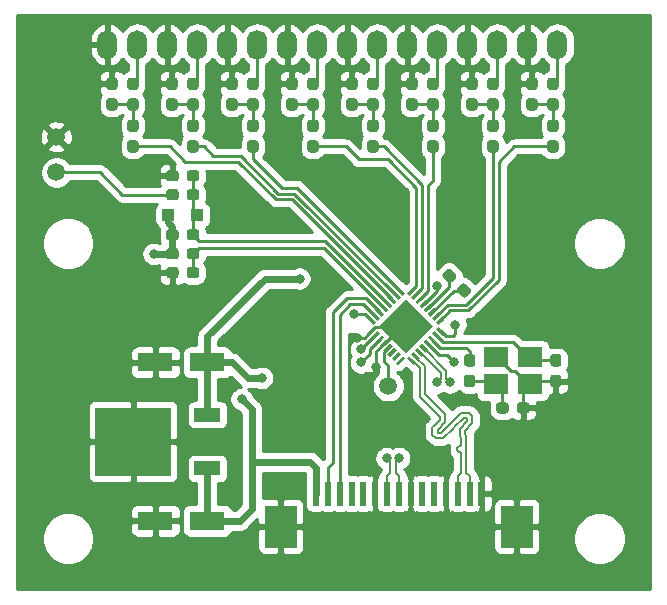
<source format=gbr>
G04 #@! TF.GenerationSoftware,KiCad,Pcbnew,5.1.6-c6e7f7d~87~ubuntu18.04.1*
G04 #@! TF.CreationDate,2020-08-30T23:35:35+09:00*
G04 #@! TF.ProjectId,csi-analogvideo-capture,6373692d-616e-4616-9c6f-67766964656f,rev?*
G04 #@! TF.SameCoordinates,PX55d4a80PY7270e00*
G04 #@! TF.FileFunction,Copper,L1,Top*
G04 #@! TF.FilePolarity,Positive*
%FSLAX46Y46*%
G04 Gerber Fmt 4.6, Leading zero omitted, Abs format (unit mm)*
G04 Created by KiCad (PCBNEW 5.1.6-c6e7f7d~87~ubuntu18.04.1) date 2020-08-30 23:35:35*
%MOMM*%
%LPD*%
G01*
G04 APERTURE LIST*
G04 #@! TA.AperFunction,SMDPad,CuDef*
%ADD10R,3.000000X1.600000*%
G04 #@! TD*
G04 #@! TA.AperFunction,SMDPad,CuDef*
%ADD11R,0.610000X2.000000*%
G04 #@! TD*
G04 #@! TA.AperFunction,SMDPad,CuDef*
%ADD12R,2.680000X3.600000*%
G04 #@! TD*
G04 #@! TA.AperFunction,SMDPad,CuDef*
%ADD13R,2.200000X1.200000*%
G04 #@! TD*
G04 #@! TA.AperFunction,SMDPad,CuDef*
%ADD14R,6.400000X5.800000*%
G04 #@! TD*
G04 #@! TA.AperFunction,SMDPad,CuDef*
%ADD15C,0.100000*%
G04 #@! TD*
G04 #@! TA.AperFunction,SMDPad,CuDef*
%ADD16R,2.100000X1.800000*%
G04 #@! TD*
G04 #@! TA.AperFunction,SMDPad,CuDef*
%ADD17C,1.500000*%
G04 #@! TD*
G04 #@! TA.AperFunction,ComponentPad*
%ADD18O,1.700000X2.500000*%
G04 #@! TD*
G04 #@! TA.AperFunction,ComponentPad*
%ADD19O,1.700000X2.520000*%
G04 #@! TD*
G04 #@! TA.AperFunction,SMDPad,CuDef*
%ADD20R,1.000000X1.000000*%
G04 #@! TD*
G04 #@! TA.AperFunction,ViaPad*
%ADD21C,0.800000*%
G04 #@! TD*
G04 #@! TA.AperFunction,ViaPad*
%ADD22C,2.100000*%
G04 #@! TD*
G04 #@! TA.AperFunction,Conductor*
%ADD23C,0.250000*%
G04 #@! TD*
G04 #@! TA.AperFunction,Conductor*
%ADD24C,0.600000*%
G04 #@! TD*
G04 #@! TA.AperFunction,Conductor*
%ADD25C,0.200000*%
G04 #@! TD*
G04 #@! TA.AperFunction,Conductor*
%ADD26C,0.254000*%
G04 #@! TD*
G04 APERTURE END LIST*
G04 #@! TA.AperFunction,SMDPad,CuDef*
G36*
G01*
X8948500Y41223000D02*
X8473500Y41223000D01*
G75*
G02*
X8236000Y41460500I0J237500D01*
G01*
X8236000Y42035500D01*
G75*
G02*
X8473500Y42273000I237500J0D01*
G01*
X8948500Y42273000D01*
G75*
G02*
X9186000Y42035500I0J-237500D01*
G01*
X9186000Y41460500D01*
G75*
G02*
X8948500Y41223000I-237500J0D01*
G01*
G37*
G04 #@! TD.AperFunction*
G04 #@! TA.AperFunction,SMDPad,CuDef*
G36*
G01*
X8948500Y42973000D02*
X8473500Y42973000D01*
G75*
G02*
X8236000Y43210500I0J237500D01*
G01*
X8236000Y43785500D01*
G75*
G02*
X8473500Y44023000I237500J0D01*
G01*
X8948500Y44023000D01*
G75*
G02*
X9186000Y43785500I0J-237500D01*
G01*
X9186000Y43210500D01*
G75*
G02*
X8948500Y42973000I-237500J0D01*
G01*
G37*
G04 #@! TD.AperFunction*
D10*
X12400000Y6500000D03*
X16800000Y6500000D03*
X16800000Y19900000D03*
X12400000Y19900000D03*
D11*
X26000000Y8800000D03*
X27000000Y8800000D03*
X28000000Y8800000D03*
X29000000Y8800000D03*
X30000000Y8800000D03*
X31000000Y8800000D03*
X32000000Y8800000D03*
X33000000Y8800000D03*
X34000000Y8800000D03*
X35000000Y8800000D03*
X36000000Y8800000D03*
X37000000Y8800000D03*
X38000000Y8800000D03*
X39000000Y8800000D03*
X40000000Y8800000D03*
D12*
X23010000Y6000000D03*
X42990000Y6000000D03*
D13*
X16800000Y10920000D03*
X16800000Y15480000D03*
D14*
X10500000Y13200000D03*
G04 #@! TA.AperFunction,SMDPad,CuDef*
D15*
G36*
X30488730Y22151472D02*
G01*
X30276598Y22363604D01*
X30842284Y22929290D01*
X31054416Y22717158D01*
X30488730Y22151472D01*
G37*
G04 #@! TD.AperFunction*
G04 #@! TA.AperFunction,SMDPad,CuDef*
G36*
X30842283Y21797918D02*
G01*
X30630151Y22010050D01*
X31195837Y22575736D01*
X31407969Y22363604D01*
X30842283Y21797918D01*
G37*
G04 #@! TD.AperFunction*
G04 #@! TA.AperFunction,SMDPad,CuDef*
G36*
X31195837Y21444365D02*
G01*
X30983705Y21656497D01*
X31549391Y22222183D01*
X31761523Y22010051D01*
X31195837Y21444365D01*
G37*
G04 #@! TD.AperFunction*
G04 #@! TA.AperFunction,SMDPad,CuDef*
G36*
X31549390Y21090811D02*
G01*
X31337258Y21302943D01*
X31902944Y21868629D01*
X32115076Y21656497D01*
X31549390Y21090811D01*
G37*
G04 #@! TD.AperFunction*
G04 #@! TA.AperFunction,SMDPad,CuDef*
G36*
X31902943Y20737258D02*
G01*
X31690811Y20949390D01*
X32256497Y21515076D01*
X32468629Y21302944D01*
X31902943Y20737258D01*
G37*
G04 #@! TD.AperFunction*
G04 #@! TA.AperFunction,SMDPad,CuDef*
G36*
X32256497Y20383705D02*
G01*
X32044365Y20595837D01*
X32610051Y21161523D01*
X32822183Y20949391D01*
X32256497Y20383705D01*
G37*
G04 #@! TD.AperFunction*
G04 #@! TA.AperFunction,SMDPad,CuDef*
G36*
X32610050Y20030151D02*
G01*
X32397918Y20242283D01*
X32963604Y20807969D01*
X33175736Y20595837D01*
X32610050Y20030151D01*
G37*
G04 #@! TD.AperFunction*
G04 #@! TA.AperFunction,SMDPad,CuDef*
G36*
X32963604Y19676598D02*
G01*
X32751472Y19888730D01*
X33317158Y20454416D01*
X33529290Y20242284D01*
X32963604Y19676598D01*
G37*
G04 #@! TD.AperFunction*
G04 #@! TA.AperFunction,SMDPad,CuDef*
G36*
X34448528Y19888730D02*
G01*
X34236396Y19676598D01*
X33670710Y20242284D01*
X33882842Y20454416D01*
X34448528Y19888730D01*
G37*
G04 #@! TD.AperFunction*
G04 #@! TA.AperFunction,SMDPad,CuDef*
G36*
X34802082Y20242283D02*
G01*
X34589950Y20030151D01*
X34024264Y20595837D01*
X34236396Y20807969D01*
X34802082Y20242283D01*
G37*
G04 #@! TD.AperFunction*
G04 #@! TA.AperFunction,SMDPad,CuDef*
G36*
X35155635Y20595837D02*
G01*
X34943503Y20383705D01*
X34377817Y20949391D01*
X34589949Y21161523D01*
X35155635Y20595837D01*
G37*
G04 #@! TD.AperFunction*
G04 #@! TA.AperFunction,SMDPad,CuDef*
G36*
X35509189Y20949390D02*
G01*
X35297057Y20737258D01*
X34731371Y21302944D01*
X34943503Y21515076D01*
X35509189Y20949390D01*
G37*
G04 #@! TD.AperFunction*
G04 #@! TA.AperFunction,SMDPad,CuDef*
G36*
X35862742Y21302943D02*
G01*
X35650610Y21090811D01*
X35084924Y21656497D01*
X35297056Y21868629D01*
X35862742Y21302943D01*
G37*
G04 #@! TD.AperFunction*
G04 #@! TA.AperFunction,SMDPad,CuDef*
G36*
X36216295Y21656497D02*
G01*
X36004163Y21444365D01*
X35438477Y22010051D01*
X35650609Y22222183D01*
X36216295Y21656497D01*
G37*
G04 #@! TD.AperFunction*
G04 #@! TA.AperFunction,SMDPad,CuDef*
G36*
X36569849Y22010050D02*
G01*
X36357717Y21797918D01*
X35792031Y22363604D01*
X36004163Y22575736D01*
X36569849Y22010050D01*
G37*
G04 #@! TD.AperFunction*
G04 #@! TA.AperFunction,SMDPad,CuDef*
G36*
X36923402Y22363604D02*
G01*
X36711270Y22151472D01*
X36145584Y22717158D01*
X36357716Y22929290D01*
X36923402Y22363604D01*
G37*
G04 #@! TD.AperFunction*
G04 #@! TA.AperFunction,SMDPad,CuDef*
G36*
X36357716Y23070710D02*
G01*
X36145584Y23282842D01*
X36711270Y23848528D01*
X36923402Y23636396D01*
X36357716Y23070710D01*
G37*
G04 #@! TD.AperFunction*
G04 #@! TA.AperFunction,SMDPad,CuDef*
G36*
X36004163Y23424264D02*
G01*
X35792031Y23636396D01*
X36357717Y24202082D01*
X36569849Y23989950D01*
X36004163Y23424264D01*
G37*
G04 #@! TD.AperFunction*
G04 #@! TA.AperFunction,SMDPad,CuDef*
G36*
X35650609Y23777817D02*
G01*
X35438477Y23989949D01*
X36004163Y24555635D01*
X36216295Y24343503D01*
X35650609Y23777817D01*
G37*
G04 #@! TD.AperFunction*
G04 #@! TA.AperFunction,SMDPad,CuDef*
G36*
X35297056Y24131371D02*
G01*
X35084924Y24343503D01*
X35650610Y24909189D01*
X35862742Y24697057D01*
X35297056Y24131371D01*
G37*
G04 #@! TD.AperFunction*
G04 #@! TA.AperFunction,SMDPad,CuDef*
G36*
X34943503Y24484924D02*
G01*
X34731371Y24697056D01*
X35297057Y25262742D01*
X35509189Y25050610D01*
X34943503Y24484924D01*
G37*
G04 #@! TD.AperFunction*
G04 #@! TA.AperFunction,SMDPad,CuDef*
G36*
X34589949Y24838477D02*
G01*
X34377817Y25050609D01*
X34943503Y25616295D01*
X35155635Y25404163D01*
X34589949Y24838477D01*
G37*
G04 #@! TD.AperFunction*
G04 #@! TA.AperFunction,SMDPad,CuDef*
G36*
X34236396Y25192031D02*
G01*
X34024264Y25404163D01*
X34589950Y25969849D01*
X34802082Y25757717D01*
X34236396Y25192031D01*
G37*
G04 #@! TD.AperFunction*
G04 #@! TA.AperFunction,SMDPad,CuDef*
G36*
X33882842Y25545584D02*
G01*
X33670710Y25757716D01*
X34236396Y26323402D01*
X34448528Y26111270D01*
X33882842Y25545584D01*
G37*
G04 #@! TD.AperFunction*
G04 #@! TA.AperFunction,SMDPad,CuDef*
G36*
X33529290Y25757716D02*
G01*
X33317158Y25545584D01*
X32751472Y26111270D01*
X32963604Y26323402D01*
X33529290Y25757716D01*
G37*
G04 #@! TD.AperFunction*
G04 #@! TA.AperFunction,SMDPad,CuDef*
G36*
X33175736Y25404163D02*
G01*
X32963604Y25192031D01*
X32397918Y25757717D01*
X32610050Y25969849D01*
X33175736Y25404163D01*
G37*
G04 #@! TD.AperFunction*
G04 #@! TA.AperFunction,SMDPad,CuDef*
G36*
X32822183Y25050609D02*
G01*
X32610051Y24838477D01*
X32044365Y25404163D01*
X32256497Y25616295D01*
X32822183Y25050609D01*
G37*
G04 #@! TD.AperFunction*
G04 #@! TA.AperFunction,SMDPad,CuDef*
G36*
X32468629Y24697056D02*
G01*
X32256497Y24484924D01*
X31690811Y25050610D01*
X31902943Y25262742D01*
X32468629Y24697056D01*
G37*
G04 #@! TD.AperFunction*
G04 #@! TA.AperFunction,SMDPad,CuDef*
G36*
X32115076Y24343503D02*
G01*
X31902944Y24131371D01*
X31337258Y24697057D01*
X31549390Y24909189D01*
X32115076Y24343503D01*
G37*
G04 #@! TD.AperFunction*
G04 #@! TA.AperFunction,SMDPad,CuDef*
G36*
X31761523Y23989949D02*
G01*
X31549391Y23777817D01*
X30983705Y24343503D01*
X31195837Y24555635D01*
X31761523Y23989949D01*
G37*
G04 #@! TD.AperFunction*
G04 #@! TA.AperFunction,SMDPad,CuDef*
G36*
X31407969Y23636396D02*
G01*
X31195837Y23424264D01*
X30630151Y23989950D01*
X30842283Y24202082D01*
X31407969Y23636396D01*
G37*
G04 #@! TD.AperFunction*
G04 #@! TA.AperFunction,SMDPad,CuDef*
G36*
X31054416Y23282842D02*
G01*
X30842284Y23070710D01*
X30276598Y23636396D01*
X30488730Y23848528D01*
X31054416Y23282842D01*
G37*
G04 #@! TD.AperFunction*
G04 #@! TA.AperFunction,SMDPad,CuDef*
G36*
X33600000Y20701903D02*
G01*
X31301903Y23000000D01*
X33600000Y25298097D01*
X35898097Y23000000D01*
X33600000Y20701903D01*
G37*
G04 #@! TD.AperFunction*
G04 #@! TA.AperFunction,SMDPad,CuDef*
G36*
G01*
X46286500Y39417000D02*
X45811500Y39417000D01*
G75*
G02*
X45574000Y39654500I0J237500D01*
G01*
X45574000Y40229500D01*
G75*
G02*
X45811500Y40467000I237500J0D01*
G01*
X46286500Y40467000D01*
G75*
G02*
X46524000Y40229500I0J-237500D01*
G01*
X46524000Y39654500D01*
G75*
G02*
X46286500Y39417000I-237500J0D01*
G01*
G37*
G04 #@! TD.AperFunction*
G04 #@! TA.AperFunction,SMDPad,CuDef*
G36*
G01*
X46286500Y37667000D02*
X45811500Y37667000D01*
G75*
G02*
X45574000Y37904500I0J237500D01*
G01*
X45574000Y38479500D01*
G75*
G02*
X45811500Y38717000I237500J0D01*
G01*
X46286500Y38717000D01*
G75*
G02*
X46524000Y38479500I0J-237500D01*
G01*
X46524000Y37904500D01*
G75*
G02*
X46286500Y37667000I-237500J0D01*
G01*
G37*
G04 #@! TD.AperFunction*
G04 #@! TA.AperFunction,SMDPad,CuDef*
G36*
G01*
X41206500Y37667000D02*
X40731500Y37667000D01*
G75*
G02*
X40494000Y37904500I0J237500D01*
G01*
X40494000Y38479500D01*
G75*
G02*
X40731500Y38717000I237500J0D01*
G01*
X41206500Y38717000D01*
G75*
G02*
X41444000Y38479500I0J-237500D01*
G01*
X41444000Y37904500D01*
G75*
G02*
X41206500Y37667000I-237500J0D01*
G01*
G37*
G04 #@! TD.AperFunction*
G04 #@! TA.AperFunction,SMDPad,CuDef*
G36*
G01*
X41206500Y39417000D02*
X40731500Y39417000D01*
G75*
G02*
X40494000Y39654500I0J237500D01*
G01*
X40494000Y40229500D01*
G75*
G02*
X40731500Y40467000I237500J0D01*
G01*
X41206500Y40467000D01*
G75*
G02*
X41444000Y40229500I0J-237500D01*
G01*
X41444000Y39654500D01*
G75*
G02*
X41206500Y39417000I-237500J0D01*
G01*
G37*
G04 #@! TD.AperFunction*
G04 #@! TA.AperFunction,SMDPad,CuDef*
G36*
G01*
X36126500Y37667000D02*
X35651500Y37667000D01*
G75*
G02*
X35414000Y37904500I0J237500D01*
G01*
X35414000Y38479500D01*
G75*
G02*
X35651500Y38717000I237500J0D01*
G01*
X36126500Y38717000D01*
G75*
G02*
X36364000Y38479500I0J-237500D01*
G01*
X36364000Y37904500D01*
G75*
G02*
X36126500Y37667000I-237500J0D01*
G01*
G37*
G04 #@! TD.AperFunction*
G04 #@! TA.AperFunction,SMDPad,CuDef*
G36*
G01*
X36126500Y39417000D02*
X35651500Y39417000D01*
G75*
G02*
X35414000Y39654500I0J237500D01*
G01*
X35414000Y40229500D01*
G75*
G02*
X35651500Y40467000I237500J0D01*
G01*
X36126500Y40467000D01*
G75*
G02*
X36364000Y40229500I0J-237500D01*
G01*
X36364000Y39654500D01*
G75*
G02*
X36126500Y39417000I-237500J0D01*
G01*
G37*
G04 #@! TD.AperFunction*
G04 #@! TA.AperFunction,SMDPad,CuDef*
G36*
G01*
X31046500Y39417000D02*
X30571500Y39417000D01*
G75*
G02*
X30334000Y39654500I0J237500D01*
G01*
X30334000Y40229500D01*
G75*
G02*
X30571500Y40467000I237500J0D01*
G01*
X31046500Y40467000D01*
G75*
G02*
X31284000Y40229500I0J-237500D01*
G01*
X31284000Y39654500D01*
G75*
G02*
X31046500Y39417000I-237500J0D01*
G01*
G37*
G04 #@! TD.AperFunction*
G04 #@! TA.AperFunction,SMDPad,CuDef*
G36*
G01*
X31046500Y37667000D02*
X30571500Y37667000D01*
G75*
G02*
X30334000Y37904500I0J237500D01*
G01*
X30334000Y38479500D01*
G75*
G02*
X30571500Y38717000I237500J0D01*
G01*
X31046500Y38717000D01*
G75*
G02*
X31284000Y38479500I0J-237500D01*
G01*
X31284000Y37904500D01*
G75*
G02*
X31046500Y37667000I-237500J0D01*
G01*
G37*
G04 #@! TD.AperFunction*
G04 #@! TA.AperFunction,SMDPad,CuDef*
G36*
G01*
X25966500Y39417000D02*
X25491500Y39417000D01*
G75*
G02*
X25254000Y39654500I0J237500D01*
G01*
X25254000Y40229500D01*
G75*
G02*
X25491500Y40467000I237500J0D01*
G01*
X25966500Y40467000D01*
G75*
G02*
X26204000Y40229500I0J-237500D01*
G01*
X26204000Y39654500D01*
G75*
G02*
X25966500Y39417000I-237500J0D01*
G01*
G37*
G04 #@! TD.AperFunction*
G04 #@! TA.AperFunction,SMDPad,CuDef*
G36*
G01*
X25966500Y37667000D02*
X25491500Y37667000D01*
G75*
G02*
X25254000Y37904500I0J237500D01*
G01*
X25254000Y38479500D01*
G75*
G02*
X25491500Y38717000I237500J0D01*
G01*
X25966500Y38717000D01*
G75*
G02*
X26204000Y38479500I0J-237500D01*
G01*
X26204000Y37904500D01*
G75*
G02*
X25966500Y37667000I-237500J0D01*
G01*
G37*
G04 #@! TD.AperFunction*
G04 #@! TA.AperFunction,SMDPad,CuDef*
G36*
G01*
X20886500Y37667000D02*
X20411500Y37667000D01*
G75*
G02*
X20174000Y37904500I0J237500D01*
G01*
X20174000Y38479500D01*
G75*
G02*
X20411500Y38717000I237500J0D01*
G01*
X20886500Y38717000D01*
G75*
G02*
X21124000Y38479500I0J-237500D01*
G01*
X21124000Y37904500D01*
G75*
G02*
X20886500Y37667000I-237500J0D01*
G01*
G37*
G04 #@! TD.AperFunction*
G04 #@! TA.AperFunction,SMDPad,CuDef*
G36*
G01*
X20886500Y39417000D02*
X20411500Y39417000D01*
G75*
G02*
X20174000Y39654500I0J237500D01*
G01*
X20174000Y40229500D01*
G75*
G02*
X20411500Y40467000I237500J0D01*
G01*
X20886500Y40467000D01*
G75*
G02*
X21124000Y40229500I0J-237500D01*
G01*
X21124000Y39654500D01*
G75*
G02*
X20886500Y39417000I-237500J0D01*
G01*
G37*
G04 #@! TD.AperFunction*
G04 #@! TA.AperFunction,SMDPad,CuDef*
G36*
G01*
X15806500Y37667000D02*
X15331500Y37667000D01*
G75*
G02*
X15094000Y37904500I0J237500D01*
G01*
X15094000Y38479500D01*
G75*
G02*
X15331500Y38717000I237500J0D01*
G01*
X15806500Y38717000D01*
G75*
G02*
X16044000Y38479500I0J-237500D01*
G01*
X16044000Y37904500D01*
G75*
G02*
X15806500Y37667000I-237500J0D01*
G01*
G37*
G04 #@! TD.AperFunction*
G04 #@! TA.AperFunction,SMDPad,CuDef*
G36*
G01*
X15806500Y39417000D02*
X15331500Y39417000D01*
G75*
G02*
X15094000Y39654500I0J237500D01*
G01*
X15094000Y40229500D01*
G75*
G02*
X15331500Y40467000I237500J0D01*
G01*
X15806500Y40467000D01*
G75*
G02*
X16044000Y40229500I0J-237500D01*
G01*
X16044000Y39654500D01*
G75*
G02*
X15806500Y39417000I-237500J0D01*
G01*
G37*
G04 #@! TD.AperFunction*
G04 #@! TA.AperFunction,SMDPad,CuDef*
G36*
G01*
X10726500Y37667000D02*
X10251500Y37667000D01*
G75*
G02*
X10014000Y37904500I0J237500D01*
G01*
X10014000Y38479500D01*
G75*
G02*
X10251500Y38717000I237500J0D01*
G01*
X10726500Y38717000D01*
G75*
G02*
X10964000Y38479500I0J-237500D01*
G01*
X10964000Y37904500D01*
G75*
G02*
X10726500Y37667000I-237500J0D01*
G01*
G37*
G04 #@! TD.AperFunction*
G04 #@! TA.AperFunction,SMDPad,CuDef*
G36*
G01*
X10726500Y39417000D02*
X10251500Y39417000D01*
G75*
G02*
X10014000Y39654500I0J237500D01*
G01*
X10014000Y40229500D01*
G75*
G02*
X10251500Y40467000I237500J0D01*
G01*
X10726500Y40467000D01*
G75*
G02*
X10964000Y40229500I0J-237500D01*
G01*
X10964000Y39654500D01*
G75*
G02*
X10726500Y39417000I-237500J0D01*
G01*
G37*
G04 #@! TD.AperFunction*
G04 #@! TA.AperFunction,SMDPad,CuDef*
G36*
G01*
X37820451Y27015425D02*
X37484575Y26679549D01*
G75*
G02*
X37148699Y26679549I-167938J167938D01*
G01*
X36742113Y27086135D01*
G75*
G02*
X36742113Y27422011I167938J167938D01*
G01*
X37077989Y27757887D01*
G75*
G02*
X37413865Y27757887I167938J-167938D01*
G01*
X37820451Y27351301D01*
G75*
G02*
X37820451Y27015425I-167938J-167938D01*
G01*
G37*
G04 #@! TD.AperFunction*
G04 #@! TA.AperFunction,SMDPad,CuDef*
G36*
G01*
X39057887Y25777989D02*
X38722011Y25442113D01*
G75*
G02*
X38386135Y25442113I-167938J167938D01*
G01*
X37979549Y25848699D01*
G75*
G02*
X37979549Y26184575I167938J167938D01*
G01*
X38315425Y26520451D01*
G75*
G02*
X38651301Y26520451I167938J-167938D01*
G01*
X39057887Y26113865D01*
G75*
G02*
X39057887Y25777989I-167938J-167938D01*
G01*
G37*
G04 #@! TD.AperFunction*
G04 #@! TA.AperFunction,SMDPad,CuDef*
G36*
G01*
X46286500Y42973000D02*
X45811500Y42973000D01*
G75*
G02*
X45574000Y43210500I0J237500D01*
G01*
X45574000Y43785500D01*
G75*
G02*
X45811500Y44023000I237500J0D01*
G01*
X46286500Y44023000D01*
G75*
G02*
X46524000Y43785500I0J-237500D01*
G01*
X46524000Y43210500D01*
G75*
G02*
X46286500Y42973000I-237500J0D01*
G01*
G37*
G04 #@! TD.AperFunction*
G04 #@! TA.AperFunction,SMDPad,CuDef*
G36*
G01*
X46286500Y41223000D02*
X45811500Y41223000D01*
G75*
G02*
X45574000Y41460500I0J237500D01*
G01*
X45574000Y42035500D01*
G75*
G02*
X45811500Y42273000I237500J0D01*
G01*
X46286500Y42273000D01*
G75*
G02*
X46524000Y42035500I0J-237500D01*
G01*
X46524000Y41460500D01*
G75*
G02*
X46286500Y41223000I-237500J0D01*
G01*
G37*
G04 #@! TD.AperFunction*
G04 #@! TA.AperFunction,SMDPad,CuDef*
G36*
G01*
X41206500Y41223000D02*
X40731500Y41223000D01*
G75*
G02*
X40494000Y41460500I0J237500D01*
G01*
X40494000Y42035500D01*
G75*
G02*
X40731500Y42273000I237500J0D01*
G01*
X41206500Y42273000D01*
G75*
G02*
X41444000Y42035500I0J-237500D01*
G01*
X41444000Y41460500D01*
G75*
G02*
X41206500Y41223000I-237500J0D01*
G01*
G37*
G04 #@! TD.AperFunction*
G04 #@! TA.AperFunction,SMDPad,CuDef*
G36*
G01*
X41206500Y42973000D02*
X40731500Y42973000D01*
G75*
G02*
X40494000Y43210500I0J237500D01*
G01*
X40494000Y43785500D01*
G75*
G02*
X40731500Y44023000I237500J0D01*
G01*
X41206500Y44023000D01*
G75*
G02*
X41444000Y43785500I0J-237500D01*
G01*
X41444000Y43210500D01*
G75*
G02*
X41206500Y42973000I-237500J0D01*
G01*
G37*
G04 #@! TD.AperFunction*
G04 #@! TA.AperFunction,SMDPad,CuDef*
G36*
G01*
X36126500Y41223000D02*
X35651500Y41223000D01*
G75*
G02*
X35414000Y41460500I0J237500D01*
G01*
X35414000Y42035500D01*
G75*
G02*
X35651500Y42273000I237500J0D01*
G01*
X36126500Y42273000D01*
G75*
G02*
X36364000Y42035500I0J-237500D01*
G01*
X36364000Y41460500D01*
G75*
G02*
X36126500Y41223000I-237500J0D01*
G01*
G37*
G04 #@! TD.AperFunction*
G04 #@! TA.AperFunction,SMDPad,CuDef*
G36*
G01*
X36126500Y42973000D02*
X35651500Y42973000D01*
G75*
G02*
X35414000Y43210500I0J237500D01*
G01*
X35414000Y43785500D01*
G75*
G02*
X35651500Y44023000I237500J0D01*
G01*
X36126500Y44023000D01*
G75*
G02*
X36364000Y43785500I0J-237500D01*
G01*
X36364000Y43210500D01*
G75*
G02*
X36126500Y42973000I-237500J0D01*
G01*
G37*
G04 #@! TD.AperFunction*
G04 #@! TA.AperFunction,SMDPad,CuDef*
G36*
G01*
X31046500Y42973000D02*
X30571500Y42973000D01*
G75*
G02*
X30334000Y43210500I0J237500D01*
G01*
X30334000Y43785500D01*
G75*
G02*
X30571500Y44023000I237500J0D01*
G01*
X31046500Y44023000D01*
G75*
G02*
X31284000Y43785500I0J-237500D01*
G01*
X31284000Y43210500D01*
G75*
G02*
X31046500Y42973000I-237500J0D01*
G01*
G37*
G04 #@! TD.AperFunction*
G04 #@! TA.AperFunction,SMDPad,CuDef*
G36*
G01*
X31046500Y41223000D02*
X30571500Y41223000D01*
G75*
G02*
X30334000Y41460500I0J237500D01*
G01*
X30334000Y42035500D01*
G75*
G02*
X30571500Y42273000I237500J0D01*
G01*
X31046500Y42273000D01*
G75*
G02*
X31284000Y42035500I0J-237500D01*
G01*
X31284000Y41460500D01*
G75*
G02*
X31046500Y41223000I-237500J0D01*
G01*
G37*
G04 #@! TD.AperFunction*
G04 #@! TA.AperFunction,SMDPad,CuDef*
G36*
G01*
X25966500Y41209000D02*
X25491500Y41209000D01*
G75*
G02*
X25254000Y41446500I0J237500D01*
G01*
X25254000Y42021500D01*
G75*
G02*
X25491500Y42259000I237500J0D01*
G01*
X25966500Y42259000D01*
G75*
G02*
X26204000Y42021500I0J-237500D01*
G01*
X26204000Y41446500D01*
G75*
G02*
X25966500Y41209000I-237500J0D01*
G01*
G37*
G04 #@! TD.AperFunction*
G04 #@! TA.AperFunction,SMDPad,CuDef*
G36*
G01*
X25966500Y42959000D02*
X25491500Y42959000D01*
G75*
G02*
X25254000Y43196500I0J237500D01*
G01*
X25254000Y43771500D01*
G75*
G02*
X25491500Y44009000I237500J0D01*
G01*
X25966500Y44009000D01*
G75*
G02*
X26204000Y43771500I0J-237500D01*
G01*
X26204000Y43196500D01*
G75*
G02*
X25966500Y42959000I-237500J0D01*
G01*
G37*
G04 #@! TD.AperFunction*
G04 #@! TA.AperFunction,SMDPad,CuDef*
G36*
G01*
X20886500Y42973000D02*
X20411500Y42973000D01*
G75*
G02*
X20174000Y43210500I0J237500D01*
G01*
X20174000Y43785500D01*
G75*
G02*
X20411500Y44023000I237500J0D01*
G01*
X20886500Y44023000D01*
G75*
G02*
X21124000Y43785500I0J-237500D01*
G01*
X21124000Y43210500D01*
G75*
G02*
X20886500Y42973000I-237500J0D01*
G01*
G37*
G04 #@! TD.AperFunction*
G04 #@! TA.AperFunction,SMDPad,CuDef*
G36*
G01*
X20886500Y41223000D02*
X20411500Y41223000D01*
G75*
G02*
X20174000Y41460500I0J237500D01*
G01*
X20174000Y42035500D01*
G75*
G02*
X20411500Y42273000I237500J0D01*
G01*
X20886500Y42273000D01*
G75*
G02*
X21124000Y42035500I0J-237500D01*
G01*
X21124000Y41460500D01*
G75*
G02*
X20886500Y41223000I-237500J0D01*
G01*
G37*
G04 #@! TD.AperFunction*
G04 #@! TA.AperFunction,SMDPad,CuDef*
G36*
G01*
X15806500Y41209000D02*
X15331500Y41209000D01*
G75*
G02*
X15094000Y41446500I0J237500D01*
G01*
X15094000Y42021500D01*
G75*
G02*
X15331500Y42259000I237500J0D01*
G01*
X15806500Y42259000D01*
G75*
G02*
X16044000Y42021500I0J-237500D01*
G01*
X16044000Y41446500D01*
G75*
G02*
X15806500Y41209000I-237500J0D01*
G01*
G37*
G04 #@! TD.AperFunction*
G04 #@! TA.AperFunction,SMDPad,CuDef*
G36*
G01*
X15806500Y42959000D02*
X15331500Y42959000D01*
G75*
G02*
X15094000Y43196500I0J237500D01*
G01*
X15094000Y43771500D01*
G75*
G02*
X15331500Y44009000I237500J0D01*
G01*
X15806500Y44009000D01*
G75*
G02*
X16044000Y43771500I0J-237500D01*
G01*
X16044000Y43196500D01*
G75*
G02*
X15806500Y42959000I-237500J0D01*
G01*
G37*
G04 #@! TD.AperFunction*
G04 #@! TA.AperFunction,SMDPad,CuDef*
G36*
G01*
X10726500Y42959000D02*
X10251500Y42959000D01*
G75*
G02*
X10014000Y43196500I0J237500D01*
G01*
X10014000Y43771500D01*
G75*
G02*
X10251500Y44009000I237500J0D01*
G01*
X10726500Y44009000D01*
G75*
G02*
X10964000Y43771500I0J-237500D01*
G01*
X10964000Y43196500D01*
G75*
G02*
X10726500Y42959000I-237500J0D01*
G01*
G37*
G04 #@! TD.AperFunction*
G04 #@! TA.AperFunction,SMDPad,CuDef*
G36*
G01*
X10726500Y41209000D02*
X10251500Y41209000D01*
G75*
G02*
X10014000Y41446500I0J237500D01*
G01*
X10014000Y42021500D01*
G75*
G02*
X10251500Y42259000I237500J0D01*
G01*
X10726500Y42259000D01*
G75*
G02*
X10964000Y42021500I0J-237500D01*
G01*
X10964000Y41446500D01*
G75*
G02*
X10726500Y41209000I-237500J0D01*
G01*
G37*
G04 #@! TD.AperFunction*
G04 #@! TA.AperFunction,SMDPad,CuDef*
G36*
G01*
X44033500Y44023000D02*
X44508500Y44023000D01*
G75*
G02*
X44746000Y43785500I0J-237500D01*
G01*
X44746000Y43210500D01*
G75*
G02*
X44508500Y42973000I-237500J0D01*
G01*
X44033500Y42973000D01*
G75*
G02*
X43796000Y43210500I0J237500D01*
G01*
X43796000Y43785500D01*
G75*
G02*
X44033500Y44023000I237500J0D01*
G01*
G37*
G04 #@! TD.AperFunction*
G04 #@! TA.AperFunction,SMDPad,CuDef*
G36*
G01*
X44033500Y42273000D02*
X44508500Y42273000D01*
G75*
G02*
X44746000Y42035500I0J-237500D01*
G01*
X44746000Y41460500D01*
G75*
G02*
X44508500Y41223000I-237500J0D01*
G01*
X44033500Y41223000D01*
G75*
G02*
X43796000Y41460500I0J237500D01*
G01*
X43796000Y42035500D01*
G75*
G02*
X44033500Y42273000I237500J0D01*
G01*
G37*
G04 #@! TD.AperFunction*
G04 #@! TA.AperFunction,SMDPad,CuDef*
G36*
G01*
X39428500Y42973000D02*
X38953500Y42973000D01*
G75*
G02*
X38716000Y43210500I0J237500D01*
G01*
X38716000Y43785500D01*
G75*
G02*
X38953500Y44023000I237500J0D01*
G01*
X39428500Y44023000D01*
G75*
G02*
X39666000Y43785500I0J-237500D01*
G01*
X39666000Y43210500D01*
G75*
G02*
X39428500Y42973000I-237500J0D01*
G01*
G37*
G04 #@! TD.AperFunction*
G04 #@! TA.AperFunction,SMDPad,CuDef*
G36*
G01*
X39428500Y41223000D02*
X38953500Y41223000D01*
G75*
G02*
X38716000Y41460500I0J237500D01*
G01*
X38716000Y42035500D01*
G75*
G02*
X38953500Y42273000I237500J0D01*
G01*
X39428500Y42273000D01*
G75*
G02*
X39666000Y42035500I0J-237500D01*
G01*
X39666000Y41460500D01*
G75*
G02*
X39428500Y41223000I-237500J0D01*
G01*
G37*
G04 #@! TD.AperFunction*
G04 #@! TA.AperFunction,SMDPad,CuDef*
G36*
G01*
X33873500Y42273000D02*
X34348500Y42273000D01*
G75*
G02*
X34586000Y42035500I0J-237500D01*
G01*
X34586000Y41460500D01*
G75*
G02*
X34348500Y41223000I-237500J0D01*
G01*
X33873500Y41223000D01*
G75*
G02*
X33636000Y41460500I0J237500D01*
G01*
X33636000Y42035500D01*
G75*
G02*
X33873500Y42273000I237500J0D01*
G01*
G37*
G04 #@! TD.AperFunction*
G04 #@! TA.AperFunction,SMDPad,CuDef*
G36*
G01*
X33873500Y44023000D02*
X34348500Y44023000D01*
G75*
G02*
X34586000Y43785500I0J-237500D01*
G01*
X34586000Y43210500D01*
G75*
G02*
X34348500Y42973000I-237500J0D01*
G01*
X33873500Y42973000D01*
G75*
G02*
X33636000Y43210500I0J237500D01*
G01*
X33636000Y43785500D01*
G75*
G02*
X33873500Y44023000I237500J0D01*
G01*
G37*
G04 #@! TD.AperFunction*
G04 #@! TA.AperFunction,SMDPad,CuDef*
G36*
G01*
X29268500Y41223000D02*
X28793500Y41223000D01*
G75*
G02*
X28556000Y41460500I0J237500D01*
G01*
X28556000Y42035500D01*
G75*
G02*
X28793500Y42273000I237500J0D01*
G01*
X29268500Y42273000D01*
G75*
G02*
X29506000Y42035500I0J-237500D01*
G01*
X29506000Y41460500D01*
G75*
G02*
X29268500Y41223000I-237500J0D01*
G01*
G37*
G04 #@! TD.AperFunction*
G04 #@! TA.AperFunction,SMDPad,CuDef*
G36*
G01*
X29268500Y42973000D02*
X28793500Y42973000D01*
G75*
G02*
X28556000Y43210500I0J237500D01*
G01*
X28556000Y43785500D01*
G75*
G02*
X28793500Y44023000I237500J0D01*
G01*
X29268500Y44023000D01*
G75*
G02*
X29506000Y43785500I0J-237500D01*
G01*
X29506000Y43210500D01*
G75*
G02*
X29268500Y42973000I-237500J0D01*
G01*
G37*
G04 #@! TD.AperFunction*
G04 #@! TA.AperFunction,SMDPad,CuDef*
G36*
G01*
X23713500Y42273000D02*
X24188500Y42273000D01*
G75*
G02*
X24426000Y42035500I0J-237500D01*
G01*
X24426000Y41460500D01*
G75*
G02*
X24188500Y41223000I-237500J0D01*
G01*
X23713500Y41223000D01*
G75*
G02*
X23476000Y41460500I0J237500D01*
G01*
X23476000Y42035500D01*
G75*
G02*
X23713500Y42273000I237500J0D01*
G01*
G37*
G04 #@! TD.AperFunction*
G04 #@! TA.AperFunction,SMDPad,CuDef*
G36*
G01*
X23713500Y44023000D02*
X24188500Y44023000D01*
G75*
G02*
X24426000Y43785500I0J-237500D01*
G01*
X24426000Y43210500D01*
G75*
G02*
X24188500Y42973000I-237500J0D01*
G01*
X23713500Y42973000D01*
G75*
G02*
X23476000Y43210500I0J237500D01*
G01*
X23476000Y43785500D01*
G75*
G02*
X23713500Y44023000I237500J0D01*
G01*
G37*
G04 #@! TD.AperFunction*
G04 #@! TA.AperFunction,SMDPad,CuDef*
G36*
G01*
X19108500Y41223000D02*
X18633500Y41223000D01*
G75*
G02*
X18396000Y41460500I0J237500D01*
G01*
X18396000Y42035500D01*
G75*
G02*
X18633500Y42273000I237500J0D01*
G01*
X19108500Y42273000D01*
G75*
G02*
X19346000Y42035500I0J-237500D01*
G01*
X19346000Y41460500D01*
G75*
G02*
X19108500Y41223000I-237500J0D01*
G01*
G37*
G04 #@! TD.AperFunction*
G04 #@! TA.AperFunction,SMDPad,CuDef*
G36*
G01*
X19108500Y42973000D02*
X18633500Y42973000D01*
G75*
G02*
X18396000Y43210500I0J237500D01*
G01*
X18396000Y43785500D01*
G75*
G02*
X18633500Y44023000I237500J0D01*
G01*
X19108500Y44023000D01*
G75*
G02*
X19346000Y43785500I0J-237500D01*
G01*
X19346000Y43210500D01*
G75*
G02*
X19108500Y42973000I-237500J0D01*
G01*
G37*
G04 #@! TD.AperFunction*
G04 #@! TA.AperFunction,SMDPad,CuDef*
G36*
G01*
X13553500Y42273000D02*
X14028500Y42273000D01*
G75*
G02*
X14266000Y42035500I0J-237500D01*
G01*
X14266000Y41460500D01*
G75*
G02*
X14028500Y41223000I-237500J0D01*
G01*
X13553500Y41223000D01*
G75*
G02*
X13316000Y41460500I0J237500D01*
G01*
X13316000Y42035500D01*
G75*
G02*
X13553500Y42273000I237500J0D01*
G01*
G37*
G04 #@! TD.AperFunction*
G04 #@! TA.AperFunction,SMDPad,CuDef*
G36*
G01*
X13553500Y44023000D02*
X14028500Y44023000D01*
G75*
G02*
X14266000Y43785500I0J-237500D01*
G01*
X14266000Y43210500D01*
G75*
G02*
X14028500Y42973000I-237500J0D01*
G01*
X13553500Y42973000D01*
G75*
G02*
X13316000Y43210500I0J237500D01*
G01*
X13316000Y43785500D01*
G75*
G02*
X13553500Y44023000I237500J0D01*
G01*
G37*
G04 #@! TD.AperFunction*
G04 #@! TA.AperFunction,SMDPad,CuDef*
G36*
G01*
X14350000Y29337500D02*
X14350000Y28862500D01*
G75*
G02*
X14112500Y28625000I-237500J0D01*
G01*
X13537500Y28625000D01*
G75*
G02*
X13300000Y28862500I0J237500D01*
G01*
X13300000Y29337500D01*
G75*
G02*
X13537500Y29575000I237500J0D01*
G01*
X14112500Y29575000D01*
G75*
G02*
X14350000Y29337500I0J-237500D01*
G01*
G37*
G04 #@! TD.AperFunction*
G04 #@! TA.AperFunction,SMDPad,CuDef*
G36*
G01*
X16100000Y29337500D02*
X16100000Y28862500D01*
G75*
G02*
X15862500Y28625000I-237500J0D01*
G01*
X15287500Y28625000D01*
G75*
G02*
X15050000Y28862500I0J237500D01*
G01*
X15050000Y29337500D01*
G75*
G02*
X15287500Y29575000I237500J0D01*
G01*
X15862500Y29575000D01*
G75*
G02*
X16100000Y29337500I0J-237500D01*
G01*
G37*
G04 #@! TD.AperFunction*
G04 #@! TA.AperFunction,SMDPad,CuDef*
G36*
G01*
X13300000Y27262500D02*
X13300000Y27737500D01*
G75*
G02*
X13537500Y27975000I237500J0D01*
G01*
X14112500Y27975000D01*
G75*
G02*
X14350000Y27737500I0J-237500D01*
G01*
X14350000Y27262500D01*
G75*
G02*
X14112500Y27025000I-237500J0D01*
G01*
X13537500Y27025000D01*
G75*
G02*
X13300000Y27262500I0J237500D01*
G01*
G37*
G04 #@! TD.AperFunction*
G04 #@! TA.AperFunction,SMDPad,CuDef*
G36*
G01*
X15050000Y27262500D02*
X15050000Y27737500D01*
G75*
G02*
X15287500Y27975000I237500J0D01*
G01*
X15862500Y27975000D01*
G75*
G02*
X16100000Y27737500I0J-237500D01*
G01*
X16100000Y27262500D01*
G75*
G02*
X15862500Y27025000I-237500J0D01*
G01*
X15287500Y27025000D01*
G75*
G02*
X15050000Y27262500I0J237500D01*
G01*
G37*
G04 #@! TD.AperFunction*
G04 #@! TA.AperFunction,SMDPad,CuDef*
G36*
G01*
X14350000Y30937500D02*
X14350000Y30462500D01*
G75*
G02*
X14112500Y30225000I-237500J0D01*
G01*
X13537500Y30225000D01*
G75*
G02*
X13300000Y30462500I0J237500D01*
G01*
X13300000Y30937500D01*
G75*
G02*
X13537500Y31175000I237500J0D01*
G01*
X14112500Y31175000D01*
G75*
G02*
X14350000Y30937500I0J-237500D01*
G01*
G37*
G04 #@! TD.AperFunction*
G04 #@! TA.AperFunction,SMDPad,CuDef*
G36*
G01*
X16100000Y30937500D02*
X16100000Y30462500D01*
G75*
G02*
X15862500Y30225000I-237500J0D01*
G01*
X15287500Y30225000D01*
G75*
G02*
X15050000Y30462500I0J237500D01*
G01*
X15050000Y30937500D01*
G75*
G02*
X15287500Y31175000I237500J0D01*
G01*
X15862500Y31175000D01*
G75*
G02*
X16100000Y30937500I0J-237500D01*
G01*
G37*
G04 #@! TD.AperFunction*
G04 #@! TA.AperFunction,SMDPad,CuDef*
G36*
G01*
X38762500Y20600000D02*
X39237500Y20600000D01*
G75*
G02*
X39475000Y20362500I0J-237500D01*
G01*
X39475000Y19787500D01*
G75*
G02*
X39237500Y19550000I-237500J0D01*
G01*
X38762500Y19550000D01*
G75*
G02*
X38525000Y19787500I0J237500D01*
G01*
X38525000Y20362500D01*
G75*
G02*
X38762500Y20600000I237500J0D01*
G01*
G37*
G04 #@! TD.AperFunction*
G04 #@! TA.AperFunction,SMDPad,CuDef*
G36*
G01*
X38762500Y18850000D02*
X39237500Y18850000D01*
G75*
G02*
X39475000Y18612500I0J-237500D01*
G01*
X39475000Y18037500D01*
G75*
G02*
X39237500Y17800000I-237500J0D01*
G01*
X38762500Y17800000D01*
G75*
G02*
X38525000Y18037500I0J237500D01*
G01*
X38525000Y18612500D01*
G75*
G02*
X38762500Y18850000I237500J0D01*
G01*
G37*
G04 #@! TD.AperFunction*
G04 #@! TA.AperFunction,SMDPad,CuDef*
G36*
G01*
X16100000Y34337500D02*
X16100000Y33862500D01*
G75*
G02*
X15862500Y33625000I-237500J0D01*
G01*
X15287500Y33625000D01*
G75*
G02*
X15050000Y33862500I0J237500D01*
G01*
X15050000Y34337500D01*
G75*
G02*
X15287500Y34575000I237500J0D01*
G01*
X15862500Y34575000D01*
G75*
G02*
X16100000Y34337500I0J-237500D01*
G01*
G37*
G04 #@! TD.AperFunction*
G04 #@! TA.AperFunction,SMDPad,CuDef*
G36*
G01*
X14350000Y34337500D02*
X14350000Y33862500D01*
G75*
G02*
X14112500Y33625000I-237500J0D01*
G01*
X13537500Y33625000D01*
G75*
G02*
X13300000Y33862500I0J237500D01*
G01*
X13300000Y34337500D01*
G75*
G02*
X13537500Y34575000I237500J0D01*
G01*
X14112500Y34575000D01*
G75*
G02*
X14350000Y34337500I0J-237500D01*
G01*
G37*
G04 #@! TD.AperFunction*
D16*
X41200000Y18050000D03*
X44100000Y18050000D03*
X44100000Y20350000D03*
X41200000Y20350000D03*
G04 #@! TA.AperFunction,SMDPad,CuDef*
G36*
G01*
X41250000Y15812500D02*
X41250000Y16287500D01*
G75*
G02*
X41487500Y16525000I237500J0D01*
G01*
X42062500Y16525000D01*
G75*
G02*
X42300000Y16287500I0J-237500D01*
G01*
X42300000Y15812500D01*
G75*
G02*
X42062500Y15575000I-237500J0D01*
G01*
X41487500Y15575000D01*
G75*
G02*
X41250000Y15812500I0J237500D01*
G01*
G37*
G04 #@! TD.AperFunction*
G04 #@! TA.AperFunction,SMDPad,CuDef*
G36*
G01*
X43000000Y15812500D02*
X43000000Y16287500D01*
G75*
G02*
X43237500Y16525000I237500J0D01*
G01*
X43812500Y16525000D01*
G75*
G02*
X44050000Y16287500I0J-237500D01*
G01*
X44050000Y15812500D01*
G75*
G02*
X43812500Y15575000I-237500J0D01*
G01*
X43237500Y15575000D01*
G75*
G02*
X43000000Y15812500I0J237500D01*
G01*
G37*
G04 #@! TD.AperFunction*
G04 #@! TA.AperFunction,SMDPad,CuDef*
G36*
G01*
X46062500Y18850000D02*
X46537500Y18850000D01*
G75*
G02*
X46775000Y18612500I0J-237500D01*
G01*
X46775000Y18037500D01*
G75*
G02*
X46537500Y17800000I-237500J0D01*
G01*
X46062500Y17800000D01*
G75*
G02*
X45825000Y18037500I0J237500D01*
G01*
X45825000Y18612500D01*
G75*
G02*
X46062500Y18850000I237500J0D01*
G01*
G37*
G04 #@! TD.AperFunction*
G04 #@! TA.AperFunction,SMDPad,CuDef*
G36*
G01*
X46062500Y20600000D02*
X46537500Y20600000D01*
G75*
G02*
X46775000Y20362500I0J-237500D01*
G01*
X46775000Y19787500D01*
G75*
G02*
X46537500Y19550000I-237500J0D01*
G01*
X46062500Y19550000D01*
G75*
G02*
X45825000Y19787500I0J237500D01*
G01*
X45825000Y20362500D01*
G75*
G02*
X46062500Y20600000I237500J0D01*
G01*
G37*
G04 #@! TD.AperFunction*
G04 #@! TA.AperFunction,SMDPad,CuDef*
G36*
G01*
X16100000Y35937500D02*
X16100000Y35462500D01*
G75*
G02*
X15862500Y35225000I-237500J0D01*
G01*
X15287500Y35225000D01*
G75*
G02*
X15050000Y35462500I0J237500D01*
G01*
X15050000Y35937500D01*
G75*
G02*
X15287500Y36175000I237500J0D01*
G01*
X15862500Y36175000D01*
G75*
G02*
X16100000Y35937500I0J-237500D01*
G01*
G37*
G04 #@! TD.AperFunction*
G04 #@! TA.AperFunction,SMDPad,CuDef*
G36*
G01*
X14350000Y35937500D02*
X14350000Y35462500D01*
G75*
G02*
X14112500Y35225000I-237500J0D01*
G01*
X13537500Y35225000D01*
G75*
G02*
X13300000Y35462500I0J237500D01*
G01*
X13300000Y35937500D01*
G75*
G02*
X13537500Y36175000I237500J0D01*
G01*
X14112500Y36175000D01*
G75*
G02*
X14350000Y35937500I0J-237500D01*
G01*
G37*
G04 #@! TD.AperFunction*
D17*
X4000000Y36000000D03*
X4000000Y39000000D03*
X32100000Y17900000D03*
D18*
X46430000Y46800000D03*
X43890000Y46800000D03*
X41350000Y46800000D03*
X38810000Y46800000D03*
X36270000Y46800000D03*
X33730000Y46800000D03*
X31190000Y46800000D03*
X28650000Y46800000D03*
X26110000Y46800000D03*
X23570000Y46800000D03*
D19*
X21030000Y46800000D03*
D18*
X18490000Y46800000D03*
X15950000Y46800000D03*
X13410000Y46800000D03*
X10870000Y46800000D03*
X8330000Y46800000D03*
D20*
X13450000Y32400000D03*
X15950000Y32400000D03*
D21*
X31100008Y19499992D03*
X22900000Y21975000D03*
D22*
X33600000Y23000000D03*
D21*
X14600000Y17600000D03*
X14600000Y8800000D03*
X40000000Y10800000D03*
X33200000Y28000000D03*
X29500000Y22000000D03*
X18600000Y13300000D03*
X22400000Y14000000D03*
X46400000Y16000000D03*
X14800000Y25800000D03*
X12000000Y35700000D03*
X24300000Y31500000D03*
X29500000Y31500000D03*
X33200000Y31500000D03*
X39500000Y31500000D03*
X37100000Y31500000D03*
X43000000Y31500000D03*
X34000000Y10800000D03*
X31000000Y10800000D03*
X37000000Y10800000D03*
X12250000Y29100000D03*
X19700000Y16800000D03*
X29800000Y20999962D03*
X29800000Y19900000D03*
X36200000Y26400000D03*
X37650000Y19950000D03*
X37800000Y23100000D03*
X37325000Y18200000D03*
X33025000Y11800000D03*
X36275000Y18200000D03*
X31975000Y11800000D03*
X29199982Y24000000D03*
X24600005Y27000005D03*
X21400000Y18600000D03*
D23*
X44271000Y41748000D02*
X46049000Y41748000D01*
X46049000Y41748000D02*
X46049000Y39942000D01*
X39191000Y41748000D02*
X40969000Y41748000D01*
X40969000Y41748000D02*
X40969000Y39942000D01*
X34111000Y41748000D02*
X35889000Y41748000D01*
X35889000Y41748000D02*
X35889000Y39942000D01*
X29031000Y41748000D02*
X30809000Y41748000D01*
X30809000Y39942000D02*
X30809000Y41748000D01*
X25715000Y41748000D02*
X25729000Y41734000D01*
X23951000Y41748000D02*
X25715000Y41748000D01*
X25729000Y41734000D02*
X25729000Y39942000D01*
X18871000Y41748000D02*
X20649000Y41748000D01*
X20649000Y41748000D02*
X20649000Y39942000D01*
X15555000Y41748000D02*
X15569000Y41734000D01*
X13791000Y41748000D02*
X15555000Y41748000D01*
X15569000Y41734000D02*
X15569000Y39942000D01*
X10475000Y41748000D02*
X10489000Y41734000D01*
X8711000Y41748000D02*
X10475000Y41748000D01*
X10489000Y41734000D02*
X10489000Y39942000D01*
X43950000Y18050000D02*
X44100000Y18050000D01*
X42800000Y19200000D02*
X43950000Y18050000D01*
X42500000Y19200000D02*
X42800000Y19200000D01*
X41200000Y20350000D02*
X41350000Y20350000D01*
X41350000Y20350000D02*
X42500000Y19200000D01*
X33246447Y23000000D02*
X33600000Y23000000D01*
X31726167Y21479720D02*
X33246447Y23000000D01*
X44375000Y18325000D02*
X44100000Y18050000D01*
X46300000Y18325000D02*
X44375000Y18325000D01*
X43525000Y17475000D02*
X44100000Y18050000D01*
X43525000Y16050000D02*
X43525000Y17475000D01*
X31100008Y20065677D02*
X31100008Y19499992D01*
X31726167Y21479720D02*
X31100008Y20853561D01*
X31100008Y20853561D02*
X31100008Y20065677D01*
X30665507Y22540381D02*
X30125126Y22000000D01*
X30125126Y22000000D02*
X29500000Y22000000D01*
X33493934Y22893934D02*
X33600000Y23000000D01*
X30665507Y22540381D02*
X31019060Y22893934D01*
X31019060Y22893934D02*
X33493934Y22893934D01*
D24*
X31100008Y19499992D02*
X31100008Y19100008D01*
D23*
X41775000Y17475000D02*
X41200000Y18050000D01*
X41775000Y16050000D02*
X41775000Y17475000D01*
X40925000Y18325000D02*
X41200000Y18050000D01*
X39000000Y18325000D02*
X40925000Y18325000D01*
X44375000Y20075000D02*
X44100000Y20350000D01*
X46300000Y20075000D02*
X44375000Y20075000D01*
X43950000Y20350000D02*
X44100000Y20350000D01*
X42700000Y21600000D02*
X43950000Y20350000D01*
X36180940Y22186827D02*
X36767767Y21600000D01*
X36767767Y21600000D02*
X42700000Y21600000D01*
X15575000Y35700000D02*
X15575000Y34100000D01*
X32079720Y24873833D02*
X29900000Y27053553D01*
X29900000Y27053553D02*
X29753553Y27200000D01*
X26753553Y30200000D02*
X29900000Y27053553D01*
X15575000Y30700000D02*
X16075000Y30200000D01*
X16075000Y30200000D02*
X26753553Y30200000D01*
X15575000Y32025000D02*
X15950000Y32400000D01*
X15575000Y30700000D02*
X15575000Y32025000D01*
X15575000Y32775000D02*
X15950000Y32400000D01*
X15575000Y34100000D02*
X15575000Y32775000D01*
D24*
X16800000Y10920000D02*
X16800000Y6500000D01*
X13825000Y30700000D02*
X13825000Y29100000D01*
X13825000Y29100000D02*
X12250000Y29100000D01*
X19550000Y6500000D02*
X16800000Y6500000D01*
X20550000Y7500000D02*
X19550000Y6500000D01*
X20550000Y11800000D02*
X20550000Y15950000D01*
X20550000Y15950000D02*
X19700000Y16800000D01*
X13450000Y32400000D02*
X13450000Y31750000D01*
X13825000Y31375000D02*
X13825000Y30700000D01*
X13450000Y31750000D02*
X13825000Y31375000D01*
X25500000Y11500000D02*
X20550000Y11500000D01*
X26000000Y11000000D02*
X25500000Y11500000D01*
X26000000Y8800000D02*
X26000000Y11000000D01*
X20550000Y11800000D02*
X20550000Y11500000D01*
X20550000Y11500000D02*
X20550000Y7500000D01*
D23*
X37641942Y25981282D02*
X38518718Y25981282D01*
X35827386Y24166726D02*
X37641942Y25981282D01*
X37281282Y26327729D02*
X37281282Y27218718D01*
X35473833Y24520280D02*
X37281282Y26327729D01*
X29832195Y20999962D02*
X29800000Y20999962D01*
X31019060Y22186827D02*
X29832195Y20999962D01*
X31019061Y21479721D02*
X31372614Y21833274D01*
X30550000Y21010660D02*
X31019061Y21479721D01*
X29800000Y19900000D02*
X30550000Y20650000D01*
X30550000Y20650000D02*
X30550000Y21010660D01*
X35120280Y24873833D02*
X36200000Y25953553D01*
X36200000Y25953553D02*
X36200000Y26400000D01*
X35827386Y21126167D02*
X35473833Y21479720D01*
X36403553Y20550000D02*
X35827386Y21126167D01*
X37650000Y19950000D02*
X37050000Y20550000D01*
X37050000Y20550000D02*
X36403553Y20550000D01*
X36534493Y22540381D02*
X36974874Y22100000D01*
X36974874Y22100000D02*
X37600000Y22100000D01*
X37600000Y22100000D02*
X37800000Y22300000D01*
X37800000Y22300000D02*
X37800000Y23100000D01*
D25*
X34413173Y20383706D02*
X34413173Y20419060D01*
X35225000Y17193200D02*
X35225000Y19571879D01*
X36921877Y15496322D02*
X35225000Y17193200D01*
X36921876Y14840688D02*
X36921877Y15496322D01*
X36296122Y13932090D02*
X36296123Y14214932D01*
X36578966Y13932089D02*
X36296122Y13932090D01*
X37232017Y14585140D02*
X36578966Y13932089D01*
X37373437Y14726563D02*
X37232017Y14585140D01*
X38299714Y15652836D02*
X37373439Y14726562D01*
X38955349Y15652836D02*
X38299714Y15652836D01*
X39218953Y15389232D02*
X38955349Y15652836D01*
X36296123Y14214932D02*
X36921876Y14840688D01*
X37373439Y14726562D02*
X37373437Y14726563D01*
X35225000Y19571879D02*
X34413173Y20383706D01*
X38725000Y13693200D02*
X38593199Y13825000D01*
X39218953Y14733597D02*
X39218953Y15389232D01*
X38725000Y10575001D02*
X38725000Y13693200D01*
X38593199Y14107842D02*
X39218953Y14733597D01*
X38593199Y13825000D02*
X38593199Y14107842D01*
X39000000Y8800000D02*
X39000000Y10300001D01*
X39000000Y10300001D02*
X38725000Y10575001D01*
X38768952Y14919993D02*
X38768952Y15202835D01*
X36471876Y15309926D02*
X36335430Y15446370D01*
X38768952Y15202835D02*
X38486109Y15202835D01*
X36335430Y15446370D02*
X34775000Y17006800D01*
X38275000Y13506801D02*
X38143199Y13638603D01*
X38275000Y12900000D02*
X38275000Y13506801D01*
X38069302Y12337500D02*
X37956802Y12450000D01*
X38143199Y13638603D02*
X38143199Y14294238D01*
X38000000Y10300001D02*
X38275000Y10575001D01*
X38162500Y12787500D02*
X38275000Y12900000D01*
X38143199Y14294238D02*
X38768952Y14919993D01*
X36471876Y15027084D02*
X36471876Y15309926D01*
X37956802Y12675000D02*
X38069302Y12787500D01*
X37956802Y12450000D02*
X37956802Y12675000D01*
X37550213Y14266944D02*
X36765360Y13482091D01*
X38275000Y10575001D02*
X38275000Y12225000D01*
X38162500Y12337500D02*
X38069302Y12337500D01*
X38275000Y12225000D02*
X38162500Y12337500D01*
X38486109Y15202835D02*
X37691636Y14408364D01*
X34775000Y17006800D02*
X34775000Y19385481D01*
X37691636Y14408364D02*
X37550213Y14266944D01*
X36765360Y13482091D02*
X36109726Y13482090D01*
X38069302Y12787500D02*
X38162500Y12787500D01*
X38000000Y8800000D02*
X38000000Y10300001D01*
X36109726Y13482090D02*
X35846122Y13745694D01*
X35846122Y13745694D02*
X35846123Y14401328D01*
X35846123Y14401328D02*
X35977925Y14533130D01*
X35977925Y14533130D02*
X36471876Y15027084D01*
X34775000Y19385481D02*
X34094974Y20065507D01*
X34094974Y20065507D02*
X34059619Y20065507D01*
X35120280Y21126167D02*
X35120280Y21090813D01*
X35120280Y21090813D02*
X37025000Y19186093D01*
X37025000Y19186093D02*
X37025000Y18500000D01*
X37025000Y18500000D02*
X37325000Y18200000D01*
X32725000Y11500000D02*
X32725000Y10575001D01*
X33025000Y11800000D02*
X32725000Y11500000D01*
X32725000Y10575001D02*
X33000000Y10300001D01*
X33000000Y10300001D02*
X33000000Y8800000D01*
X36575000Y18500000D02*
X36275000Y18200000D01*
X34802081Y20772614D02*
X36575000Y18999695D01*
X34766726Y20772614D02*
X34802081Y20772614D01*
X36575000Y18999695D02*
X36575000Y18500000D01*
X32000000Y10300001D02*
X32000000Y8800000D01*
X32275000Y10575001D02*
X32000000Y10300001D01*
X31975000Y11800000D02*
X32275000Y11500000D01*
X32275000Y11500000D02*
X32275000Y10575001D01*
D23*
X29982233Y24850000D02*
X31019060Y23813173D01*
X28900000Y24850000D02*
X29982233Y24850000D01*
X28000000Y8800000D02*
X28000000Y23950000D01*
X28000000Y23950000D02*
X28900000Y24850000D01*
X27000000Y11000000D02*
X27000000Y8800000D01*
X27450000Y11450000D02*
X27000000Y11000000D01*
X27450000Y24150000D02*
X27450000Y11450000D01*
X28650000Y25350000D02*
X27450000Y24150000D01*
X31372614Y24166726D02*
X30189340Y25350000D01*
X30189340Y25350000D02*
X28650000Y25350000D01*
X15575000Y27500000D02*
X15575000Y29100000D01*
X31372614Y24873833D02*
X31726167Y24520280D01*
X26646447Y29600000D02*
X31372614Y24873833D01*
X15575000Y29100000D02*
X16075000Y29600000D01*
X16075000Y29600000D02*
X26646447Y29600000D01*
X30665507Y23459619D02*
X30125126Y24000000D01*
X30125126Y24000000D02*
X29765667Y24000000D01*
X29765667Y24000000D02*
X29199982Y24000000D01*
X39000000Y20850000D02*
X39000000Y20075000D01*
X38700000Y21150000D02*
X39000000Y20850000D01*
X35827386Y21833274D02*
X36510660Y21150000D01*
X36510660Y21150000D02*
X38700000Y21150000D01*
X10660660Y34100000D02*
X13825000Y34100000D01*
X9600000Y34100000D02*
X10660660Y34100000D01*
X7700000Y36000000D02*
X9600000Y34100000D01*
X4000000Y36000000D02*
X7700000Y36000000D01*
X32100000Y19625004D02*
X32100000Y18960660D01*
X32079720Y21126167D02*
X31726167Y20772614D01*
X32100000Y18960660D02*
X32100000Y17900000D01*
X31726167Y20772614D02*
X31726167Y19998837D01*
X31726167Y19998837D02*
X32100000Y19625004D01*
D24*
X16800000Y15480000D02*
X16800000Y19900000D01*
X24034320Y27000005D02*
X24600005Y27000005D01*
X21700005Y27000005D02*
X24034320Y27000005D01*
X16800000Y19900000D02*
X16800000Y22100000D01*
X16800000Y22100000D02*
X21700005Y27000005D01*
X20200000Y18600000D02*
X21400000Y18600000D01*
X16800000Y19900000D02*
X18900000Y19900000D01*
X18900000Y19900000D02*
X20200000Y18600000D01*
D23*
X37374874Y24300000D02*
X36534493Y23459619D01*
X38900000Y24300000D02*
X37374874Y24300000D01*
X41450000Y26850000D02*
X38900000Y24300000D01*
X41450000Y36850000D02*
X41450000Y26850000D01*
X46049000Y38192000D02*
X42792000Y38192000D01*
X42792000Y38192000D02*
X41450000Y36850000D01*
X40969000Y37567000D02*
X40969000Y38192000D01*
X40969000Y27069000D02*
X40969000Y37567000D01*
X38700000Y24800000D02*
X40969000Y27069000D01*
X36180940Y23813173D02*
X37167767Y24800000D01*
X37167767Y24800000D02*
X38700000Y24800000D01*
X35500000Y25960660D02*
X34766726Y25227386D01*
X35500000Y34900000D02*
X35500000Y25960660D01*
X35889000Y38192000D02*
X35889000Y35289000D01*
X35889000Y35289000D02*
X35500000Y34900000D01*
X35000000Y26167767D02*
X34413173Y25580940D01*
X35000000Y34900000D02*
X35000000Y26167767D01*
X30809000Y38192000D02*
X31708000Y38192000D01*
X31708000Y38192000D02*
X35000000Y34900000D01*
X34500000Y26374874D02*
X34059619Y25934493D01*
X34500000Y34700000D02*
X34500000Y26374874D01*
X32100000Y37100000D02*
X34500000Y34700000D01*
X29600000Y37100000D02*
X32100000Y37100000D01*
X25729000Y38192000D02*
X28508000Y38192000D01*
X28508000Y38192000D02*
X29600000Y37100000D01*
X24374874Y34700000D02*
X33140381Y25934493D01*
X23100000Y34700000D02*
X24374874Y34700000D01*
X20649000Y38192000D02*
X20649000Y37151000D01*
X20649000Y37151000D02*
X23100000Y34700000D01*
X16508000Y38192000D02*
X15569000Y38192000D01*
X17300000Y37400000D02*
X16508000Y38192000D01*
X19600000Y37400000D02*
X17300000Y37400000D01*
X22800000Y34200000D02*
X19600000Y37400000D01*
X32786827Y25580940D02*
X24167767Y34200000D01*
X24167767Y34200000D02*
X22800000Y34200000D01*
X23960660Y33700000D02*
X32433274Y25227386D01*
X22600000Y33700000D02*
X23960660Y33700000D01*
X19400000Y36900000D02*
X22600000Y33700000D01*
X14900000Y36900000D02*
X19400000Y36900000D01*
X10489000Y38192000D02*
X13608000Y38192000D01*
X13608000Y38192000D02*
X14900000Y36900000D01*
X46430000Y43879000D02*
X46049000Y43498000D01*
X46430000Y46800000D02*
X46430000Y43879000D01*
X41350000Y43879000D02*
X40969000Y43498000D01*
X41350000Y46800000D02*
X41350000Y43879000D01*
X36270000Y43879000D02*
X35889000Y43498000D01*
X36270000Y46800000D02*
X36270000Y43879000D01*
X31190000Y43879000D02*
X30809000Y43498000D01*
X31190000Y46800000D02*
X31190000Y43879000D01*
X26110000Y43865000D02*
X25729000Y43484000D01*
X26110000Y46800000D02*
X26110000Y43865000D01*
X21030000Y43879000D02*
X20649000Y43498000D01*
X21030000Y46800000D02*
X21030000Y43879000D01*
X15950000Y43865000D02*
X15569000Y43484000D01*
X15950000Y46800000D02*
X15950000Y43865000D01*
X10870000Y43865000D02*
X10489000Y43484000D01*
X10870000Y46800000D02*
X10870000Y43865000D01*
D26*
G36*
X54290001Y710000D02*
G01*
X710000Y710000D01*
X710000Y5220128D01*
X2765000Y5220128D01*
X2765000Y4779872D01*
X2850890Y4348075D01*
X3019369Y3941331D01*
X3263962Y3575271D01*
X3575271Y3263962D01*
X3941331Y3019369D01*
X4348075Y2850890D01*
X4779872Y2765000D01*
X5220128Y2765000D01*
X5651925Y2850890D01*
X6058669Y3019369D01*
X6424729Y3263962D01*
X6736038Y3575271D01*
X6980631Y3941331D01*
X7087775Y4200000D01*
X21031928Y4200000D01*
X21044188Y4075518D01*
X21080498Y3955820D01*
X21139463Y3845506D01*
X21218815Y3748815D01*
X21315506Y3669463D01*
X21425820Y3610498D01*
X21545518Y3574188D01*
X21670000Y3561928D01*
X22724250Y3565000D01*
X22883000Y3723750D01*
X22883000Y5873000D01*
X23137000Y5873000D01*
X23137000Y3723750D01*
X23295750Y3565000D01*
X24350000Y3561928D01*
X24474482Y3574188D01*
X24594180Y3610498D01*
X24704494Y3669463D01*
X24801185Y3748815D01*
X24880537Y3845506D01*
X24939502Y3955820D01*
X24975812Y4075518D01*
X24988072Y4200000D01*
X41011928Y4200000D01*
X41024188Y4075518D01*
X41060498Y3955820D01*
X41119463Y3845506D01*
X41198815Y3748815D01*
X41295506Y3669463D01*
X41405820Y3610498D01*
X41525518Y3574188D01*
X41650000Y3561928D01*
X42704250Y3565000D01*
X42863000Y3723750D01*
X42863000Y5873000D01*
X43117000Y5873000D01*
X43117000Y3723750D01*
X43275750Y3565000D01*
X44330000Y3561928D01*
X44454482Y3574188D01*
X44574180Y3610498D01*
X44684494Y3669463D01*
X44781185Y3748815D01*
X44860537Y3845506D01*
X44919502Y3955820D01*
X44955812Y4075518D01*
X44968072Y4200000D01*
X44966003Y5220128D01*
X47765000Y5220128D01*
X47765000Y4779872D01*
X47850890Y4348075D01*
X48019369Y3941331D01*
X48263962Y3575271D01*
X48575271Y3263962D01*
X48941331Y3019369D01*
X49348075Y2850890D01*
X49779872Y2765000D01*
X50220128Y2765000D01*
X50651925Y2850890D01*
X51058669Y3019369D01*
X51424729Y3263962D01*
X51736038Y3575271D01*
X51980631Y3941331D01*
X52149110Y4348075D01*
X52235000Y4779872D01*
X52235000Y5220128D01*
X52149110Y5651925D01*
X51980631Y6058669D01*
X51736038Y6424729D01*
X51424729Y6736038D01*
X51058669Y6980631D01*
X50651925Y7149110D01*
X50220128Y7235000D01*
X49779872Y7235000D01*
X49348075Y7149110D01*
X48941331Y6980631D01*
X48575271Y6736038D01*
X48263962Y6424729D01*
X48019369Y6058669D01*
X47850890Y5651925D01*
X47765000Y5220128D01*
X44966003Y5220128D01*
X44965000Y5714250D01*
X44806250Y5873000D01*
X43117000Y5873000D01*
X42863000Y5873000D01*
X41173750Y5873000D01*
X41015000Y5714250D01*
X41011928Y4200000D01*
X24988072Y4200000D01*
X24985000Y5714250D01*
X24826250Y5873000D01*
X23137000Y5873000D01*
X22883000Y5873000D01*
X21193750Y5873000D01*
X21035000Y5714250D01*
X21031928Y4200000D01*
X7087775Y4200000D01*
X7149110Y4348075D01*
X7235000Y4779872D01*
X7235000Y5220128D01*
X7149110Y5651925D01*
X7129197Y5700000D01*
X10261928Y5700000D01*
X10274188Y5575518D01*
X10310498Y5455820D01*
X10369463Y5345506D01*
X10448815Y5248815D01*
X10545506Y5169463D01*
X10655820Y5110498D01*
X10775518Y5074188D01*
X10900000Y5061928D01*
X12114250Y5065000D01*
X12273000Y5223750D01*
X12273000Y6373000D01*
X12527000Y6373000D01*
X12527000Y5223750D01*
X12685750Y5065000D01*
X13900000Y5061928D01*
X14024482Y5074188D01*
X14144180Y5110498D01*
X14254494Y5169463D01*
X14351185Y5248815D01*
X14430537Y5345506D01*
X14489502Y5455820D01*
X14525812Y5575518D01*
X14538072Y5700000D01*
X14535000Y6214250D01*
X14376250Y6373000D01*
X12527000Y6373000D01*
X12273000Y6373000D01*
X10423750Y6373000D01*
X10265000Y6214250D01*
X10261928Y5700000D01*
X7129197Y5700000D01*
X6980631Y6058669D01*
X6736038Y6424729D01*
X6424729Y6736038D01*
X6058669Y6980631D01*
X5651925Y7149110D01*
X5220128Y7235000D01*
X4779872Y7235000D01*
X4348075Y7149110D01*
X3941331Y6980631D01*
X3575271Y6736038D01*
X3263962Y6424729D01*
X3019369Y6058669D01*
X2850890Y5651925D01*
X2765000Y5220128D01*
X710000Y5220128D01*
X710000Y7300000D01*
X10261928Y7300000D01*
X10265000Y6785750D01*
X10423750Y6627000D01*
X12273000Y6627000D01*
X12273000Y7776250D01*
X12527000Y7776250D01*
X12527000Y6627000D01*
X14376250Y6627000D01*
X14535000Y6785750D01*
X14538072Y7300000D01*
X14525812Y7424482D01*
X14489502Y7544180D01*
X14430537Y7654494D01*
X14351185Y7751185D01*
X14254494Y7830537D01*
X14144180Y7889502D01*
X14024482Y7925812D01*
X13900000Y7938072D01*
X12685750Y7935000D01*
X12527000Y7776250D01*
X12273000Y7776250D01*
X12114250Y7935000D01*
X10900000Y7938072D01*
X10775518Y7925812D01*
X10655820Y7889502D01*
X10545506Y7830537D01*
X10448815Y7751185D01*
X10369463Y7654494D01*
X10310498Y7544180D01*
X10274188Y7424482D01*
X10261928Y7300000D01*
X710000Y7300000D01*
X710000Y10300000D01*
X6661928Y10300000D01*
X6674188Y10175518D01*
X6710498Y10055820D01*
X6769463Y9945506D01*
X6848815Y9848815D01*
X6945506Y9769463D01*
X7055820Y9710498D01*
X7175518Y9674188D01*
X7300000Y9661928D01*
X10214250Y9665000D01*
X10373000Y9823750D01*
X10373000Y13073000D01*
X10627000Y13073000D01*
X10627000Y9823750D01*
X10785750Y9665000D01*
X13700000Y9661928D01*
X13824482Y9674188D01*
X13944180Y9710498D01*
X14054494Y9769463D01*
X14151185Y9848815D01*
X14230537Y9945506D01*
X14289502Y10055820D01*
X14325812Y10175518D01*
X14338072Y10300000D01*
X14335000Y12914250D01*
X14176250Y13073000D01*
X10627000Y13073000D01*
X10373000Y13073000D01*
X6823750Y13073000D01*
X6665000Y12914250D01*
X6661928Y10300000D01*
X710000Y10300000D01*
X710000Y16100000D01*
X6661928Y16100000D01*
X6665000Y13485750D01*
X6823750Y13327000D01*
X10373000Y13327000D01*
X10373000Y16576250D01*
X10627000Y16576250D01*
X10627000Y13327000D01*
X14176250Y13327000D01*
X14335000Y13485750D01*
X14338072Y16100000D01*
X14325812Y16224482D01*
X14289502Y16344180D01*
X14230537Y16454494D01*
X14151185Y16551185D01*
X14054494Y16630537D01*
X13944180Y16689502D01*
X13824482Y16725812D01*
X13700000Y16738072D01*
X10785750Y16735000D01*
X10627000Y16576250D01*
X10373000Y16576250D01*
X10214250Y16735000D01*
X7300000Y16738072D01*
X7175518Y16725812D01*
X7055820Y16689502D01*
X6945506Y16630537D01*
X6848815Y16551185D01*
X6769463Y16454494D01*
X6710498Y16344180D01*
X6674188Y16224482D01*
X6661928Y16100000D01*
X710000Y16100000D01*
X710000Y19100000D01*
X10261928Y19100000D01*
X10274188Y18975518D01*
X10310498Y18855820D01*
X10369463Y18745506D01*
X10448815Y18648815D01*
X10545506Y18569463D01*
X10655820Y18510498D01*
X10775518Y18474188D01*
X10900000Y18461928D01*
X12114250Y18465000D01*
X12273000Y18623750D01*
X12273000Y19773000D01*
X12527000Y19773000D01*
X12527000Y18623750D01*
X12685750Y18465000D01*
X13900000Y18461928D01*
X14024482Y18474188D01*
X14144180Y18510498D01*
X14254494Y18569463D01*
X14351185Y18648815D01*
X14430537Y18745506D01*
X14489502Y18855820D01*
X14525812Y18975518D01*
X14538072Y19100000D01*
X14535000Y19614250D01*
X14376250Y19773000D01*
X12527000Y19773000D01*
X12273000Y19773000D01*
X10423750Y19773000D01*
X10265000Y19614250D01*
X10261928Y19100000D01*
X710000Y19100000D01*
X710000Y20700000D01*
X10261928Y20700000D01*
X10265000Y20185750D01*
X10423750Y20027000D01*
X12273000Y20027000D01*
X12273000Y21176250D01*
X12527000Y21176250D01*
X12527000Y20027000D01*
X14376250Y20027000D01*
X14535000Y20185750D01*
X14538072Y20700000D01*
X14525812Y20824482D01*
X14489502Y20944180D01*
X14430537Y21054494D01*
X14351185Y21151185D01*
X14254494Y21230537D01*
X14144180Y21289502D01*
X14024482Y21325812D01*
X13900000Y21338072D01*
X12685750Y21335000D01*
X12527000Y21176250D01*
X12273000Y21176250D01*
X12114250Y21335000D01*
X10900000Y21338072D01*
X10775518Y21325812D01*
X10655820Y21289502D01*
X10545506Y21230537D01*
X10448815Y21151185D01*
X10369463Y21054494D01*
X10310498Y20944180D01*
X10274188Y20824482D01*
X10261928Y20700000D01*
X710000Y20700000D01*
X710000Y27025000D01*
X12661928Y27025000D01*
X12674188Y26900518D01*
X12710498Y26780820D01*
X12769463Y26670506D01*
X12848815Y26573815D01*
X12945506Y26494463D01*
X13055820Y26435498D01*
X13175518Y26399188D01*
X13300000Y26386928D01*
X13539250Y26390000D01*
X13698000Y26548750D01*
X13698000Y27373000D01*
X12823750Y27373000D01*
X12665000Y27214250D01*
X12661928Y27025000D01*
X710000Y27025000D01*
X710000Y30220128D01*
X2765000Y30220128D01*
X2765000Y29779872D01*
X2850890Y29348075D01*
X3019369Y28941331D01*
X3263962Y28575271D01*
X3575271Y28263962D01*
X3941331Y28019369D01*
X4348075Y27850890D01*
X4779872Y27765000D01*
X5220128Y27765000D01*
X5651925Y27850890D01*
X6058669Y28019369D01*
X6424729Y28263962D01*
X6736038Y28575271D01*
X6980631Y28941331D01*
X7149110Y29348075D01*
X7235000Y29779872D01*
X7235000Y30220128D01*
X7149110Y30651925D01*
X6980631Y31058669D01*
X6736038Y31424729D01*
X6424729Y31736038D01*
X6058669Y31980631D01*
X5651925Y32149110D01*
X5220128Y32235000D01*
X4779872Y32235000D01*
X4348075Y32149110D01*
X3941331Y31980631D01*
X3575271Y31736038D01*
X3263962Y31424729D01*
X3019369Y31058669D01*
X2850890Y30651925D01*
X2765000Y30220128D01*
X710000Y30220128D01*
X710000Y36136411D01*
X2615000Y36136411D01*
X2615000Y35863589D01*
X2668225Y35596011D01*
X2772629Y35343957D01*
X2924201Y35117114D01*
X3117114Y34924201D01*
X3343957Y34772629D01*
X3596011Y34668225D01*
X3863589Y34615000D01*
X4136411Y34615000D01*
X4403989Y34668225D01*
X4656043Y34772629D01*
X4882886Y34924201D01*
X5075799Y35117114D01*
X5157909Y35240000D01*
X7385199Y35240000D01*
X9036201Y33588997D01*
X9059999Y33559999D01*
X9175724Y33465026D01*
X9307753Y33394454D01*
X9451014Y33350997D01*
X9562667Y33340000D01*
X9562675Y33340000D01*
X9600000Y33336324D01*
X9637325Y33340000D01*
X12489636Y33340000D01*
X12419463Y33254494D01*
X12360498Y33144180D01*
X12324188Y33024482D01*
X12311928Y32900000D01*
X12311928Y31900000D01*
X12324188Y31775518D01*
X12360498Y31655820D01*
X12419463Y31545506D01*
X12498815Y31448815D01*
X12591428Y31372809D01*
X12668815Y31228028D01*
X12702584Y31186880D01*
X12678752Y31108316D01*
X12661928Y30937500D01*
X12661928Y30462500D01*
X12678752Y30291684D01*
X12728577Y30127433D01*
X12777983Y30035000D01*
X12697295Y30035000D01*
X12551898Y30095226D01*
X12351939Y30135000D01*
X12148061Y30135000D01*
X11948102Y30095226D01*
X11759744Y30017205D01*
X11590226Y29903937D01*
X11446063Y29759774D01*
X11332795Y29590256D01*
X11254774Y29401898D01*
X11215000Y29201939D01*
X11215000Y28998061D01*
X11254774Y28798102D01*
X11332795Y28609744D01*
X11446063Y28440226D01*
X11590226Y28296063D01*
X11759744Y28182795D01*
X11948102Y28104774D01*
X12148061Y28065000D01*
X12351939Y28065000D01*
X12551898Y28104774D01*
X12693598Y28163469D01*
X12674188Y28099482D01*
X12661928Y27975000D01*
X12665000Y27785750D01*
X12823750Y27627000D01*
X13698000Y27627000D01*
X13698000Y27647000D01*
X13952000Y27647000D01*
X13952000Y27627000D01*
X13972000Y27627000D01*
X13972000Y27373000D01*
X13952000Y27373000D01*
X13952000Y26548750D01*
X14110750Y26390000D01*
X14350000Y26386928D01*
X14474482Y26399188D01*
X14594180Y26435498D01*
X14704494Y26494463D01*
X14777161Y26554099D01*
X14801058Y26534488D01*
X14952433Y26453577D01*
X15116684Y26403752D01*
X15287500Y26386928D01*
X15862500Y26386928D01*
X16033316Y26403752D01*
X16197567Y26453577D01*
X16348942Y26534488D01*
X16481623Y26643377D01*
X16590512Y26776058D01*
X16671423Y26927433D01*
X16721248Y27091684D01*
X16738072Y27262500D01*
X16738072Y27737500D01*
X16721248Y27908316D01*
X16671423Y28072567D01*
X16590512Y28223942D01*
X16528093Y28300000D01*
X16590512Y28376058D01*
X16671423Y28527433D01*
X16721248Y28691684D01*
X16735856Y28840000D01*
X26331646Y28840000D01*
X29061645Y26110000D01*
X28687322Y26110000D01*
X28649999Y26113676D01*
X28612676Y26110000D01*
X28612667Y26110000D01*
X28501014Y26099003D01*
X28357753Y26055546D01*
X28225724Y25984974D01*
X28109999Y25890001D01*
X28086201Y25861003D01*
X26939003Y24713804D01*
X26909999Y24690001D01*
X26878003Y24651013D01*
X26815026Y24574276D01*
X26770116Y24490256D01*
X26744454Y24442246D01*
X26700997Y24298985D01*
X26690000Y24187332D01*
X26690000Y24187322D01*
X26686324Y24150000D01*
X26690000Y24112678D01*
X26690001Y11764802D01*
X26623744Y11698545D01*
X26193631Y12128658D01*
X26164344Y12164344D01*
X26021972Y12281186D01*
X25859540Y12368007D01*
X25683292Y12421471D01*
X25545932Y12435000D01*
X25500000Y12439524D01*
X25454068Y12435000D01*
X21485000Y12435000D01*
X21485000Y15904065D01*
X21489524Y15950000D01*
X21471472Y16133292D01*
X21418007Y16309541D01*
X21376157Y16387836D01*
X21331186Y16471972D01*
X21214344Y16614344D01*
X21178664Y16643626D01*
X20677431Y17144858D01*
X20617205Y17290256D01*
X20503937Y17459774D01*
X20359774Y17603937D01*
X20268387Y17665000D01*
X20952705Y17665000D01*
X21098102Y17604774D01*
X21298061Y17565000D01*
X21501939Y17565000D01*
X21701898Y17604774D01*
X21890256Y17682795D01*
X22059774Y17796063D01*
X22203937Y17940226D01*
X22317205Y18109744D01*
X22395226Y18298102D01*
X22435000Y18498061D01*
X22435000Y18701939D01*
X22395226Y18901898D01*
X22317205Y19090256D01*
X22203937Y19259774D01*
X22059774Y19403937D01*
X21890256Y19517205D01*
X21701898Y19595226D01*
X21501939Y19635000D01*
X21298061Y19635000D01*
X21098102Y19595226D01*
X20952705Y19535000D01*
X20587289Y19535000D01*
X19593630Y20528659D01*
X19564344Y20564344D01*
X19421972Y20681186D01*
X19259540Y20768007D01*
X19083292Y20821471D01*
X18945932Y20835000D01*
X18921903Y20837367D01*
X18889502Y20944180D01*
X18830537Y21054494D01*
X18751185Y21151185D01*
X18654494Y21230537D01*
X18544180Y21289502D01*
X18424482Y21325812D01*
X18300000Y21338072D01*
X17735000Y21338072D01*
X17735000Y21712711D01*
X22087295Y26065005D01*
X24152710Y26065005D01*
X24298107Y26004779D01*
X24498066Y25965005D01*
X24701944Y25965005D01*
X24901903Y26004779D01*
X25090261Y26082800D01*
X25259779Y26196068D01*
X25403942Y26340231D01*
X25517210Y26509749D01*
X25595231Y26698107D01*
X25635005Y26898066D01*
X25635005Y27101944D01*
X25595231Y27301903D01*
X25517210Y27490261D01*
X25403942Y27659779D01*
X25259779Y27803942D01*
X25090261Y27917210D01*
X24901903Y27995231D01*
X24701944Y28035005D01*
X24498066Y28035005D01*
X24298107Y27995231D01*
X24152710Y27935005D01*
X21745940Y27935005D01*
X21700005Y27939529D01*
X21516713Y27921477D01*
X21340464Y27868012D01*
X21283885Y27837770D01*
X21178033Y27781191D01*
X21035661Y27664349D01*
X21006380Y27628669D01*
X16171336Y22793625D01*
X16135657Y22764344D01*
X16018815Y22621972D01*
X15936648Y22468247D01*
X15931994Y22459540D01*
X15878529Y22283291D01*
X15860476Y22100000D01*
X15865001Y22054058D01*
X15865001Y21338072D01*
X15300000Y21338072D01*
X15175518Y21325812D01*
X15055820Y21289502D01*
X14945506Y21230537D01*
X14848815Y21151185D01*
X14769463Y21054494D01*
X14710498Y20944180D01*
X14674188Y20824482D01*
X14661928Y20700000D01*
X14661928Y19100000D01*
X14674188Y18975518D01*
X14710498Y18855820D01*
X14769463Y18745506D01*
X14848815Y18648815D01*
X14945506Y18569463D01*
X15055820Y18510498D01*
X15175518Y18474188D01*
X15300000Y18461928D01*
X15865001Y18461928D01*
X15865000Y16718072D01*
X15700000Y16718072D01*
X15575518Y16705812D01*
X15455820Y16669502D01*
X15345506Y16610537D01*
X15248815Y16531185D01*
X15169463Y16434494D01*
X15110498Y16324180D01*
X15074188Y16204482D01*
X15061928Y16080000D01*
X15061928Y14880000D01*
X15074188Y14755518D01*
X15110498Y14635820D01*
X15169463Y14525506D01*
X15248815Y14428815D01*
X15345506Y14349463D01*
X15455820Y14290498D01*
X15575518Y14254188D01*
X15700000Y14241928D01*
X17900000Y14241928D01*
X18024482Y14254188D01*
X18144180Y14290498D01*
X18254494Y14349463D01*
X18351185Y14428815D01*
X18430537Y14525506D01*
X18489502Y14635820D01*
X18525812Y14755518D01*
X18538072Y14880000D01*
X18538072Y16080000D01*
X18525812Y16204482D01*
X18489502Y16324180D01*
X18430537Y16434494D01*
X18351185Y16531185D01*
X18254494Y16610537D01*
X18144180Y16669502D01*
X18024482Y16705812D01*
X17900000Y16718072D01*
X17735000Y16718072D01*
X17735000Y18461928D01*
X18300000Y18461928D01*
X18424482Y18474188D01*
X18544180Y18510498D01*
X18654494Y18569463D01*
X18751185Y18648815D01*
X18786214Y18691497D01*
X19506370Y17971341D01*
X19535656Y17935656D01*
X19658305Y17835000D01*
X19598061Y17835000D01*
X19398102Y17795226D01*
X19209744Y17717205D01*
X19040226Y17603937D01*
X18896063Y17459774D01*
X18782795Y17290256D01*
X18704774Y17101898D01*
X18665000Y16901939D01*
X18665000Y16698061D01*
X18704774Y16498102D01*
X18782795Y16309744D01*
X18896063Y16140226D01*
X19040226Y15996063D01*
X19209744Y15882795D01*
X19355142Y15822569D01*
X19615001Y15562709D01*
X19615000Y11845932D01*
X19615000Y11545932D01*
X19610476Y11500000D01*
X19615000Y11454069D01*
X19615001Y7887290D01*
X19162711Y7435000D01*
X18922621Y7435000D01*
X18889502Y7544180D01*
X18830537Y7654494D01*
X18751185Y7751185D01*
X18654494Y7830537D01*
X18544180Y7889502D01*
X18424482Y7925812D01*
X18300000Y7938072D01*
X17735000Y7938072D01*
X17735000Y9681928D01*
X17900000Y9681928D01*
X18024482Y9694188D01*
X18144180Y9730498D01*
X18254494Y9789463D01*
X18351185Y9868815D01*
X18430537Y9965506D01*
X18489502Y10075820D01*
X18525812Y10195518D01*
X18538072Y10320000D01*
X18538072Y11520000D01*
X18525812Y11644482D01*
X18489502Y11764180D01*
X18430537Y11874494D01*
X18351185Y11971185D01*
X18254494Y12050537D01*
X18144180Y12109502D01*
X18024482Y12145812D01*
X17900000Y12158072D01*
X15700000Y12158072D01*
X15575518Y12145812D01*
X15455820Y12109502D01*
X15345506Y12050537D01*
X15248815Y11971185D01*
X15169463Y11874494D01*
X15110498Y11764180D01*
X15074188Y11644482D01*
X15061928Y11520000D01*
X15061928Y10320000D01*
X15074188Y10195518D01*
X15110498Y10075820D01*
X15169463Y9965506D01*
X15248815Y9868815D01*
X15345506Y9789463D01*
X15455820Y9730498D01*
X15575518Y9694188D01*
X15700000Y9681928D01*
X15865000Y9681928D01*
X15865001Y7938072D01*
X15300000Y7938072D01*
X15175518Y7925812D01*
X15055820Y7889502D01*
X14945506Y7830537D01*
X14848815Y7751185D01*
X14769463Y7654494D01*
X14710498Y7544180D01*
X14674188Y7424482D01*
X14661928Y7300000D01*
X14661928Y5700000D01*
X14674188Y5575518D01*
X14710498Y5455820D01*
X14769463Y5345506D01*
X14848815Y5248815D01*
X14945506Y5169463D01*
X15055820Y5110498D01*
X15175518Y5074188D01*
X15300000Y5061928D01*
X18300000Y5061928D01*
X18424482Y5074188D01*
X18544180Y5110498D01*
X18654494Y5169463D01*
X18751185Y5248815D01*
X18830537Y5345506D01*
X18889502Y5455820D01*
X18922621Y5565000D01*
X19504068Y5565000D01*
X19550000Y5560476D01*
X19595932Y5565000D01*
X19733292Y5578529D01*
X19909540Y5631993D01*
X20071972Y5718814D01*
X20214344Y5835656D01*
X20243630Y5871341D01*
X21034237Y6661948D01*
X21035000Y6285750D01*
X21193750Y6127000D01*
X22883000Y6127000D01*
X22883000Y8276250D01*
X23137000Y8276250D01*
X23137000Y6127000D01*
X24826250Y6127000D01*
X24985000Y6285750D01*
X24988072Y7800000D01*
X24975812Y7924482D01*
X24939502Y8044180D01*
X24880537Y8154494D01*
X24801185Y8251185D01*
X24704494Y8330537D01*
X24594180Y8389502D01*
X24474482Y8425812D01*
X24350000Y8438072D01*
X23295750Y8435000D01*
X23137000Y8276250D01*
X22883000Y8276250D01*
X22724250Y8435000D01*
X21670000Y8438072D01*
X21545518Y8425812D01*
X21485000Y8407454D01*
X21485000Y10565000D01*
X25065001Y10565000D01*
X25065000Y9881964D01*
X25056928Y9800000D01*
X25056928Y7800000D01*
X25069188Y7675518D01*
X25105498Y7555820D01*
X25164463Y7445506D01*
X25243815Y7348815D01*
X25340506Y7269463D01*
X25450820Y7210498D01*
X25570518Y7174188D01*
X25695000Y7161928D01*
X26305000Y7161928D01*
X26429482Y7174188D01*
X26500000Y7195579D01*
X26570518Y7174188D01*
X26695000Y7161928D01*
X27305000Y7161928D01*
X27429482Y7174188D01*
X27500000Y7195579D01*
X27570518Y7174188D01*
X27695000Y7161928D01*
X28305000Y7161928D01*
X28429482Y7174188D01*
X28500000Y7195579D01*
X28570518Y7174188D01*
X28695000Y7161928D01*
X29305000Y7161928D01*
X29429482Y7174188D01*
X29500000Y7195579D01*
X29570518Y7174188D01*
X29695000Y7161928D01*
X30305000Y7161928D01*
X30429482Y7174188D01*
X30500000Y7195579D01*
X30570518Y7174188D01*
X30695000Y7161928D01*
X30714250Y7165000D01*
X30873000Y7323750D01*
X30873000Y7515593D01*
X30894502Y7555820D01*
X30930812Y7675518D01*
X30943072Y7800000D01*
X30943072Y9800000D01*
X30930812Y9924482D01*
X30894502Y10044180D01*
X30873000Y10084407D01*
X30873000Y10276250D01*
X30714250Y10435000D01*
X30695000Y10438072D01*
X30570518Y10425812D01*
X30500000Y10404421D01*
X30429482Y10425812D01*
X30305000Y10438072D01*
X29695000Y10438072D01*
X29570518Y10425812D01*
X29500000Y10404421D01*
X29429482Y10425812D01*
X29305000Y10438072D01*
X28760000Y10438072D01*
X28760000Y11901939D01*
X30940000Y11901939D01*
X30940000Y11698061D01*
X30979774Y11498102D01*
X31057795Y11309744D01*
X31171063Y11140226D01*
X31315226Y10996063D01*
X31484744Y10882795D01*
X31526183Y10865630D01*
X31505808Y10845255D01*
X31477762Y10822238D01*
X31385913Y10710320D01*
X31317663Y10582633D01*
X31310942Y10560476D01*
X31275635Y10444086D01*
X31273537Y10422787D01*
X31127000Y10276250D01*
X31127000Y10084407D01*
X31105498Y10044180D01*
X31069188Y9924482D01*
X31056928Y9800000D01*
X31056928Y7800000D01*
X31069188Y7675518D01*
X31105498Y7555820D01*
X31127000Y7515593D01*
X31127000Y7323750D01*
X31285750Y7165000D01*
X31305000Y7161928D01*
X31429482Y7174188D01*
X31500000Y7195579D01*
X31570518Y7174188D01*
X31695000Y7161928D01*
X32305000Y7161928D01*
X32429482Y7174188D01*
X32500000Y7195579D01*
X32570518Y7174188D01*
X32695000Y7161928D01*
X33305000Y7161928D01*
X33429482Y7174188D01*
X33500000Y7195579D01*
X33570518Y7174188D01*
X33695000Y7161928D01*
X33714250Y7165000D01*
X33873000Y7323750D01*
X33873000Y7515593D01*
X33894502Y7555820D01*
X33930812Y7675518D01*
X33943072Y7800000D01*
X33943072Y9800000D01*
X34056928Y9800000D01*
X34056928Y7800000D01*
X34069188Y7675518D01*
X34105498Y7555820D01*
X34127000Y7515593D01*
X34127000Y7323750D01*
X34285750Y7165000D01*
X34305000Y7161928D01*
X34429482Y7174188D01*
X34500000Y7195579D01*
X34570518Y7174188D01*
X34695000Y7161928D01*
X35305000Y7161928D01*
X35429482Y7174188D01*
X35500000Y7195579D01*
X35570518Y7174188D01*
X35695000Y7161928D01*
X36305000Y7161928D01*
X36429482Y7174188D01*
X36500000Y7195579D01*
X36570518Y7174188D01*
X36695000Y7161928D01*
X36714250Y7165000D01*
X36873000Y7323750D01*
X36873000Y7515593D01*
X36894502Y7555820D01*
X36930812Y7675518D01*
X36943072Y7800000D01*
X36943072Y9800000D01*
X36930812Y9924482D01*
X36894502Y10044180D01*
X36873000Y10084407D01*
X36873000Y10276250D01*
X36714250Y10435000D01*
X36695000Y10438072D01*
X36570518Y10425812D01*
X36500000Y10404421D01*
X36429482Y10425812D01*
X36305000Y10438072D01*
X35695000Y10438072D01*
X35570518Y10425812D01*
X35500000Y10404421D01*
X35429482Y10425812D01*
X35305000Y10438072D01*
X34695000Y10438072D01*
X34570518Y10425812D01*
X34500000Y10404421D01*
X34429482Y10425812D01*
X34305000Y10438072D01*
X34285750Y10435000D01*
X34127000Y10276250D01*
X34127000Y10084407D01*
X34105498Y10044180D01*
X34069188Y9924482D01*
X34056928Y9800000D01*
X33943072Y9800000D01*
X33930812Y9924482D01*
X33894502Y10044180D01*
X33873000Y10084407D01*
X33873000Y10276250D01*
X33726463Y10422787D01*
X33724365Y10444086D01*
X33682337Y10582634D01*
X33626914Y10686323D01*
X33614087Y10710321D01*
X33522237Y10822239D01*
X33494192Y10845255D01*
X33473817Y10865630D01*
X33515256Y10882795D01*
X33684774Y10996063D01*
X33828937Y11140226D01*
X33942205Y11309744D01*
X34020226Y11498102D01*
X34060000Y11698061D01*
X34060000Y11901939D01*
X34020226Y12101898D01*
X33942205Y12290256D01*
X33828937Y12459774D01*
X33684774Y12603937D01*
X33515256Y12717205D01*
X33326898Y12795226D01*
X33126939Y12835000D01*
X32923061Y12835000D01*
X32723102Y12795226D01*
X32534744Y12717205D01*
X32500000Y12693990D01*
X32465256Y12717205D01*
X32276898Y12795226D01*
X32076939Y12835000D01*
X31873061Y12835000D01*
X31673102Y12795226D01*
X31484744Y12717205D01*
X31315226Y12603937D01*
X31171063Y12459774D01*
X31057795Y12290256D01*
X30979774Y12101898D01*
X30940000Y11901939D01*
X28760000Y11901939D01*
X28760000Y22273000D01*
X29376115Y22273000D01*
X29382667Y22251399D01*
X29394403Y22229443D01*
X29410197Y22210197D01*
X29429443Y22194403D01*
X29451399Y22182667D01*
X29475224Y22175440D01*
X29500000Y22173000D01*
X29670533Y22173000D01*
X29681839Y22132525D01*
X29731245Y22034962D01*
X29698061Y22034962D01*
X29498102Y21995188D01*
X29309744Y21917167D01*
X29140226Y21803899D01*
X28996063Y21659736D01*
X28882795Y21490218D01*
X28804774Y21301860D01*
X28765000Y21101901D01*
X28765000Y20898023D01*
X28804774Y20698064D01*
X28882795Y20509706D01*
X28922702Y20449981D01*
X28882795Y20390256D01*
X28804774Y20201898D01*
X28765000Y20001939D01*
X28765000Y19798061D01*
X28804774Y19598102D01*
X28882795Y19409744D01*
X28996063Y19240226D01*
X29140226Y19096063D01*
X29309744Y18982795D01*
X29498102Y18904774D01*
X29698061Y18865000D01*
X29901939Y18865000D01*
X30101898Y18904774D01*
X30266609Y18973000D01*
X31214315Y18973000D01*
X31024201Y18782886D01*
X30872629Y18556043D01*
X30768225Y18303989D01*
X30715000Y18036411D01*
X30715000Y17763589D01*
X30768225Y17496011D01*
X30872629Y17243957D01*
X31024201Y17017114D01*
X31217114Y16824201D01*
X31443957Y16672629D01*
X31696011Y16568225D01*
X31963589Y16515000D01*
X32236411Y16515000D01*
X32503989Y16568225D01*
X32756043Y16672629D01*
X32982886Y16824201D01*
X33175799Y17017114D01*
X33327371Y17243957D01*
X33431775Y17496011D01*
X33485000Y17763589D01*
X33485000Y18036411D01*
X33431775Y18303989D01*
X33327371Y18556043D01*
X33175799Y18782886D01*
X32982886Y18975799D01*
X32876113Y19047143D01*
X32963604Y19038526D01*
X33088086Y19050786D01*
X33207784Y19087096D01*
X33318098Y19146061D01*
X33414789Y19225413D01*
X33600000Y19410624D01*
X33785211Y19225413D01*
X33881902Y19146061D01*
X33992216Y19087096D01*
X34040001Y19072601D01*
X34040000Y17042905D01*
X34036444Y17006800D01*
X34049773Y16871471D01*
X34050635Y16862716D01*
X34092663Y16724168D01*
X34160913Y16596481D01*
X34252762Y16484563D01*
X34280808Y16461546D01*
X35573851Y15168502D01*
X35351931Y14946582D01*
X35323886Y14923566D01*
X35232037Y14811648D01*
X35163787Y14683962D01*
X35157995Y14664868D01*
X35121758Y14545413D01*
X35107567Y14401328D01*
X35111124Y14365215D01*
X35111122Y13781801D01*
X35107566Y13745694D01*
X35121757Y13601609D01*
X35139664Y13542578D01*
X35163785Y13463063D01*
X35232035Y13335375D01*
X35323884Y13223457D01*
X35351929Y13200441D01*
X35564473Y12987897D01*
X35587489Y12959852D01*
X35699407Y12868003D01*
X35827095Y12799753D01*
X35965643Y12757725D01*
X36073623Y12747090D01*
X36073630Y12747090D01*
X36109725Y12743535D01*
X36145822Y12747090D01*
X36729247Y12747092D01*
X36765360Y12743535D01*
X36909445Y12757726D01*
X37007595Y12787500D01*
X37047994Y12799755D01*
X37175680Y12868005D01*
X37271009Y12946240D01*
X37246030Y12863895D01*
X37232437Y12819085D01*
X37218246Y12675000D01*
X37221802Y12638895D01*
X37221802Y12486105D01*
X37218246Y12450000D01*
X37230856Y12321972D01*
X37232437Y12305916D01*
X37274465Y12167368D01*
X37342715Y12039681D01*
X37434564Y11927763D01*
X37462610Y11904746D01*
X37524043Y11843313D01*
X37540001Y11823869D01*
X37540000Y10879447D01*
X37505808Y10845255D01*
X37477763Y10822239D01*
X37385914Y10710321D01*
X37373087Y10686323D01*
X37317664Y10582634D01*
X37275635Y10444086D01*
X37273537Y10422787D01*
X37127000Y10276250D01*
X37127000Y10084407D01*
X37105498Y10044180D01*
X37069188Y9924482D01*
X37056928Y9800000D01*
X37056928Y7800000D01*
X37069188Y7675518D01*
X37105498Y7555820D01*
X37127000Y7515593D01*
X37127000Y7323750D01*
X37285750Y7165000D01*
X37305000Y7161928D01*
X37429482Y7174188D01*
X37500000Y7195579D01*
X37570518Y7174188D01*
X37695000Y7161928D01*
X38305000Y7161928D01*
X38429482Y7174188D01*
X38500000Y7195579D01*
X38570518Y7174188D01*
X38695000Y7161928D01*
X39305000Y7161928D01*
X39429482Y7174188D01*
X39500000Y7195579D01*
X39570518Y7174188D01*
X39695000Y7161928D01*
X39714250Y7165000D01*
X39873000Y7323750D01*
X39873000Y7515593D01*
X39894502Y7555820D01*
X39930812Y7675518D01*
X39943072Y7800000D01*
X39943072Y8673000D01*
X40127000Y8673000D01*
X40127000Y7323750D01*
X40285750Y7165000D01*
X40305000Y7161928D01*
X40429482Y7174188D01*
X40549180Y7210498D01*
X40659494Y7269463D01*
X40756185Y7348815D01*
X40835537Y7445506D01*
X40894502Y7555820D01*
X40930812Y7675518D01*
X40943072Y7800000D01*
X41011928Y7800000D01*
X41015000Y6285750D01*
X41173750Y6127000D01*
X42863000Y6127000D01*
X42863000Y8276250D01*
X43117000Y8276250D01*
X43117000Y6127000D01*
X44806250Y6127000D01*
X44965000Y6285750D01*
X44968072Y7800000D01*
X44955812Y7924482D01*
X44919502Y8044180D01*
X44860537Y8154494D01*
X44781185Y8251185D01*
X44684494Y8330537D01*
X44574180Y8389502D01*
X44454482Y8425812D01*
X44330000Y8438072D01*
X43275750Y8435000D01*
X43117000Y8276250D01*
X42863000Y8276250D01*
X42704250Y8435000D01*
X41650000Y8438072D01*
X41525518Y8425812D01*
X41405820Y8389502D01*
X41295506Y8330537D01*
X41198815Y8251185D01*
X41119463Y8154494D01*
X41060498Y8044180D01*
X41024188Y7924482D01*
X41011928Y7800000D01*
X40943072Y7800000D01*
X40940000Y8514250D01*
X40781250Y8673000D01*
X40127000Y8673000D01*
X39943072Y8673000D01*
X39943072Y9800000D01*
X39930812Y9924482D01*
X39894502Y10044180D01*
X39873000Y10084407D01*
X39873000Y10276250D01*
X40127000Y10276250D01*
X40127000Y8927000D01*
X40781250Y8927000D01*
X40940000Y9085750D01*
X40943072Y9800000D01*
X40930812Y9924482D01*
X40894502Y10044180D01*
X40835537Y10154494D01*
X40756185Y10251185D01*
X40659494Y10330537D01*
X40549180Y10389502D01*
X40429482Y10425812D01*
X40305000Y10438072D01*
X40285750Y10435000D01*
X40127000Y10276250D01*
X39873000Y10276250D01*
X39726463Y10422787D01*
X39724365Y10444086D01*
X39682337Y10582634D01*
X39626914Y10686323D01*
X39614087Y10710321D01*
X39522238Y10822239D01*
X39494187Y10845260D01*
X39460000Y10879447D01*
X39460000Y13657098D01*
X39463556Y13693203D01*
X39459721Y13732140D01*
X39449365Y13837285D01*
X39429052Y13904249D01*
X39713151Y14188348D01*
X39741190Y14211359D01*
X39764203Y14239400D01*
X39764207Y14239404D01*
X39833040Y14323277D01*
X39901290Y14450964D01*
X39943318Y14589512D01*
X39957509Y14733597D01*
X39953953Y14769702D01*
X39953953Y15353138D01*
X39957508Y15389233D01*
X39953953Y15425328D01*
X39953953Y15425337D01*
X39943318Y15533317D01*
X39901290Y15671865D01*
X39833040Y15799552D01*
X39741191Y15911470D01*
X39713140Y15934491D01*
X39500608Y16147023D01*
X39477587Y16175074D01*
X39365669Y16266923D01*
X39237982Y16335173D01*
X39099434Y16377201D01*
X38991454Y16387836D01*
X38955349Y16391392D01*
X38919244Y16387836D01*
X38335819Y16387836D01*
X38299714Y16391392D01*
X38155629Y16377201D01*
X38017080Y16335173D01*
X37927891Y16287500D01*
X37889394Y16266923D01*
X37777476Y16175074D01*
X37754460Y16147029D01*
X37526096Y15918665D01*
X37519092Y15927200D01*
X37467130Y15990516D01*
X37467126Y15990520D01*
X37444115Y16018559D01*
X37416076Y16041570D01*
X36292646Y17165000D01*
X36376939Y17165000D01*
X36576898Y17204774D01*
X36765256Y17282795D01*
X36800000Y17306010D01*
X36834744Y17282795D01*
X37023102Y17204774D01*
X37223061Y17165000D01*
X37426939Y17165000D01*
X37626898Y17204774D01*
X37815256Y17282795D01*
X37984774Y17396063D01*
X38081944Y17493233D01*
X38143377Y17418377D01*
X38276058Y17309488D01*
X38427433Y17228577D01*
X38591684Y17178752D01*
X38762500Y17161928D01*
X39237500Y17161928D01*
X39408316Y17178752D01*
X39511928Y17210182D01*
X39511928Y17150000D01*
X39524188Y17025518D01*
X39560498Y16905820D01*
X39619463Y16795506D01*
X39698815Y16698815D01*
X39795506Y16619463D01*
X39905820Y16560498D01*
X40025518Y16524188D01*
X40150000Y16511928D01*
X40645015Y16511928D01*
X40628752Y16458316D01*
X40611928Y16287500D01*
X40611928Y15812500D01*
X40628752Y15641684D01*
X40678577Y15477433D01*
X40759488Y15326058D01*
X40868377Y15193377D01*
X41001058Y15084488D01*
X41152433Y15003577D01*
X41316684Y14953752D01*
X41487500Y14936928D01*
X42062500Y14936928D01*
X42233316Y14953752D01*
X42397567Y15003577D01*
X42548942Y15084488D01*
X42572839Y15104099D01*
X42645506Y15044463D01*
X42755820Y14985498D01*
X42875518Y14949188D01*
X43000000Y14936928D01*
X43239250Y14940000D01*
X43398000Y15098750D01*
X43398000Y15923000D01*
X43652000Y15923000D01*
X43652000Y15098750D01*
X43810750Y14940000D01*
X44050000Y14936928D01*
X44174482Y14949188D01*
X44294180Y14985498D01*
X44404494Y15044463D01*
X44501185Y15123815D01*
X44580537Y15220506D01*
X44639502Y15330820D01*
X44675812Y15450518D01*
X44688072Y15575000D01*
X44685000Y15764250D01*
X44526250Y15923000D01*
X43652000Y15923000D01*
X43398000Y15923000D01*
X43378000Y15923000D01*
X43378000Y16177000D01*
X43398000Y16177000D01*
X43398000Y16197000D01*
X43652000Y16197000D01*
X43652000Y16177000D01*
X44526250Y16177000D01*
X44685000Y16335750D01*
X44687890Y16513786D01*
X45150000Y16511928D01*
X45274482Y16524188D01*
X45394180Y16560498D01*
X45504494Y16619463D01*
X45601185Y16698815D01*
X45680537Y16795506D01*
X45739502Y16905820D01*
X45775812Y17025518D01*
X45788072Y17150000D01*
X45787994Y17165573D01*
X45825000Y17161928D01*
X46014250Y17165000D01*
X46173000Y17323750D01*
X46173000Y18198000D01*
X46427000Y18198000D01*
X46427000Y17323750D01*
X46585750Y17165000D01*
X46775000Y17161928D01*
X46899482Y17174188D01*
X47019180Y17210498D01*
X47129494Y17269463D01*
X47226185Y17348815D01*
X47305537Y17445506D01*
X47364502Y17555820D01*
X47400812Y17675518D01*
X47413072Y17800000D01*
X47410000Y18039250D01*
X47251250Y18198000D01*
X46427000Y18198000D01*
X46173000Y18198000D01*
X46153000Y18198000D01*
X46153000Y18452000D01*
X46173000Y18452000D01*
X46173000Y18472000D01*
X46427000Y18472000D01*
X46427000Y18452000D01*
X47251250Y18452000D01*
X47410000Y18610750D01*
X47413072Y18850000D01*
X47400812Y18974482D01*
X47364502Y19094180D01*
X47305537Y19204494D01*
X47245901Y19277161D01*
X47265512Y19301058D01*
X47346423Y19452433D01*
X47396248Y19616684D01*
X47413072Y19787500D01*
X47413072Y20362500D01*
X47396248Y20533316D01*
X47346423Y20697567D01*
X47265512Y20848942D01*
X47156623Y20981623D01*
X47023942Y21090512D01*
X46872567Y21171423D01*
X46708316Y21221248D01*
X46537500Y21238072D01*
X46062500Y21238072D01*
X45891684Y21221248D01*
X45788072Y21189818D01*
X45788072Y21250000D01*
X45775812Y21374482D01*
X45739502Y21494180D01*
X45680537Y21604494D01*
X45601185Y21701185D01*
X45504494Y21780537D01*
X45394180Y21839502D01*
X45274482Y21875812D01*
X45150000Y21888072D01*
X43486729Y21888072D01*
X43263804Y22110997D01*
X43240001Y22140001D01*
X43124276Y22234974D01*
X42992247Y22305546D01*
X42848986Y22349003D01*
X42737333Y22360000D01*
X42737322Y22360000D01*
X42700000Y22363676D01*
X42662678Y22360000D01*
X38560000Y22360000D01*
X38560000Y22396289D01*
X38603937Y22440226D01*
X38717205Y22609744D01*
X38795226Y22798102D01*
X38835000Y22998061D01*
X38835000Y23201939D01*
X38795226Y23401898D01*
X38738022Y23540000D01*
X38862678Y23540000D01*
X38900000Y23536324D01*
X38937322Y23540000D01*
X38937333Y23540000D01*
X39048986Y23550997D01*
X39192247Y23594454D01*
X39324276Y23665026D01*
X39440001Y23759999D01*
X39463804Y23789003D01*
X41961003Y26286201D01*
X41990001Y26309999D01*
X42084974Y26425724D01*
X42155546Y26557753D01*
X42199003Y26701014D01*
X42210000Y26812667D01*
X42213677Y26850000D01*
X42210000Y26887333D01*
X42210000Y30220128D01*
X47765000Y30220128D01*
X47765000Y29779872D01*
X47850890Y29348075D01*
X48019369Y28941331D01*
X48263962Y28575271D01*
X48575271Y28263962D01*
X48941331Y28019369D01*
X49348075Y27850890D01*
X49779872Y27765000D01*
X50220128Y27765000D01*
X50651925Y27850890D01*
X51058669Y28019369D01*
X51424729Y28263962D01*
X51736038Y28575271D01*
X51980631Y28941331D01*
X52149110Y29348075D01*
X52235000Y29779872D01*
X52235000Y30220128D01*
X52149110Y30651925D01*
X51980631Y31058669D01*
X51736038Y31424729D01*
X51424729Y31736038D01*
X51058669Y31980631D01*
X50651925Y32149110D01*
X50220128Y32235000D01*
X49779872Y32235000D01*
X49348075Y32149110D01*
X48941331Y31980631D01*
X48575271Y31736038D01*
X48263962Y31424729D01*
X48019369Y31058669D01*
X47850890Y30651925D01*
X47765000Y30220128D01*
X42210000Y30220128D01*
X42210000Y36535199D01*
X43106802Y37432000D01*
X45076036Y37432000D01*
X45083488Y37418058D01*
X45192377Y37285377D01*
X45325058Y37176488D01*
X45476433Y37095577D01*
X45640684Y37045752D01*
X45811500Y37028928D01*
X46286500Y37028928D01*
X46457316Y37045752D01*
X46621567Y37095577D01*
X46772942Y37176488D01*
X46905623Y37285377D01*
X47014512Y37418058D01*
X47095423Y37569433D01*
X47145248Y37733684D01*
X47162072Y37904500D01*
X47162072Y38479500D01*
X47145248Y38650316D01*
X47095423Y38814567D01*
X47014512Y38965942D01*
X46931575Y39067000D01*
X47014512Y39168058D01*
X47095423Y39319433D01*
X47145248Y39483684D01*
X47162072Y39654500D01*
X47162072Y40229500D01*
X47145248Y40400316D01*
X47095423Y40564567D01*
X47014512Y40715942D01*
X46908596Y40845000D01*
X47014512Y40974058D01*
X47095423Y41125433D01*
X47145248Y41289684D01*
X47162072Y41460500D01*
X47162072Y42035500D01*
X47145248Y42206316D01*
X47095423Y42370567D01*
X47014512Y42521942D01*
X46931575Y42623000D01*
X47014512Y42724058D01*
X47095423Y42875433D01*
X47145248Y43039684D01*
X47162072Y43210500D01*
X47162072Y43674199D01*
X47179003Y43730014D01*
X47190000Y43841667D01*
X47190000Y43841676D01*
X47193676Y43878999D01*
X47190000Y43916322D01*
X47190000Y45122406D01*
X47259013Y45159294D01*
X47485134Y45344866D01*
X47670706Y45570986D01*
X47808599Y45828966D01*
X47893513Y46108889D01*
X47915000Y46327050D01*
X47915000Y47272949D01*
X47893513Y47491111D01*
X47808599Y47771034D01*
X47670706Y48029014D01*
X47485134Y48255134D01*
X47259014Y48440706D01*
X47001034Y48578599D01*
X46721111Y48663513D01*
X46430000Y48692185D01*
X46138890Y48663513D01*
X45858967Y48578599D01*
X45600987Y48440706D01*
X45374866Y48255134D01*
X45189294Y48029014D01*
X45158105Y47970663D01*
X45054176Y48130619D01*
X44850252Y48339857D01*
X44609426Y48505291D01*
X44340953Y48620563D01*
X44246890Y48641476D01*
X44017000Y48520155D01*
X44017000Y46927000D01*
X44037000Y46927000D01*
X44037000Y46673000D01*
X44017000Y46673000D01*
X44017000Y45079845D01*
X44246890Y44958524D01*
X44340953Y44979437D01*
X44609426Y45094709D01*
X44850252Y45260143D01*
X45054176Y45469381D01*
X45158105Y45629338D01*
X45189294Y45570987D01*
X45374866Y45344866D01*
X45600986Y45159294D01*
X45670001Y45122405D01*
X45670001Y44647135D01*
X45640684Y44644248D01*
X45476433Y44594423D01*
X45325058Y44513512D01*
X45229363Y44434976D01*
X45197185Y44474185D01*
X45100494Y44553537D01*
X44990180Y44612502D01*
X44870482Y44648812D01*
X44746000Y44661072D01*
X44556750Y44658000D01*
X44398000Y44499250D01*
X44398000Y43625000D01*
X44418000Y43625000D01*
X44418000Y43371000D01*
X44398000Y43371000D01*
X44398000Y43351000D01*
X44144000Y43351000D01*
X44144000Y43371000D01*
X43319750Y43371000D01*
X43161000Y43212250D01*
X43157928Y42973000D01*
X43170188Y42848518D01*
X43206498Y42728820D01*
X43265463Y42618506D01*
X43325099Y42545839D01*
X43305488Y42521942D01*
X43224577Y42370567D01*
X43174752Y42206316D01*
X43157928Y42035500D01*
X43157928Y41460500D01*
X43174752Y41289684D01*
X43224577Y41125433D01*
X43305488Y40974058D01*
X43414377Y40841377D01*
X43547058Y40732488D01*
X43698433Y40651577D01*
X43862684Y40601752D01*
X44033500Y40584928D01*
X44508500Y40584928D01*
X44679316Y40601752D01*
X44843567Y40651577D01*
X44994942Y40732488D01*
X45127623Y40841377D01*
X45160000Y40880828D01*
X45189404Y40845000D01*
X45083488Y40715942D01*
X45002577Y40564567D01*
X44952752Y40400316D01*
X44935928Y40229500D01*
X44935928Y39654500D01*
X44952752Y39483684D01*
X45002577Y39319433D01*
X45083488Y39168058D01*
X45166425Y39067000D01*
X45083488Y38965942D01*
X45076036Y38952000D01*
X42829333Y38952000D01*
X42792000Y38955677D01*
X42754667Y38952000D01*
X42643014Y38941003D01*
X42499753Y38897546D01*
X42367724Y38826974D01*
X42251999Y38732001D01*
X42228201Y38703003D01*
X42075135Y38549936D01*
X42065248Y38650316D01*
X42015423Y38814567D01*
X41934512Y38965942D01*
X41851575Y39067000D01*
X41934512Y39168058D01*
X42015423Y39319433D01*
X42065248Y39483684D01*
X42082072Y39654500D01*
X42082072Y40229500D01*
X42065248Y40400316D01*
X42015423Y40564567D01*
X41934512Y40715942D01*
X41828596Y40845000D01*
X41934512Y40974058D01*
X42015423Y41125433D01*
X42065248Y41289684D01*
X42082072Y41460500D01*
X42082072Y42035500D01*
X42065248Y42206316D01*
X42015423Y42370567D01*
X41934512Y42521942D01*
X41851575Y42623000D01*
X41934512Y42724058D01*
X42015423Y42875433D01*
X42065248Y43039684D01*
X42082072Y43210500D01*
X42082072Y43674199D01*
X42099003Y43730014D01*
X42110000Y43841667D01*
X42110000Y43841676D01*
X42113676Y43878999D01*
X42110000Y43916322D01*
X42110000Y44023000D01*
X43157928Y44023000D01*
X43161000Y43783750D01*
X43319750Y43625000D01*
X44144000Y43625000D01*
X44144000Y44499250D01*
X43985250Y44658000D01*
X43796000Y44661072D01*
X43671518Y44648812D01*
X43551820Y44612502D01*
X43441506Y44553537D01*
X43344815Y44474185D01*
X43265463Y44377494D01*
X43206498Y44267180D01*
X43170188Y44147482D01*
X43157928Y44023000D01*
X42110000Y44023000D01*
X42110000Y45122406D01*
X42179013Y45159294D01*
X42405134Y45344866D01*
X42590706Y45570986D01*
X42621895Y45629337D01*
X42725824Y45469381D01*
X42929748Y45260143D01*
X43170574Y45094709D01*
X43439047Y44979437D01*
X43533110Y44958524D01*
X43763000Y45079845D01*
X43763000Y46673000D01*
X43743000Y46673000D01*
X43743000Y46927000D01*
X43763000Y46927000D01*
X43763000Y48520155D01*
X43533110Y48641476D01*
X43439047Y48620563D01*
X43170574Y48505291D01*
X42929748Y48339857D01*
X42725824Y48130619D01*
X42621895Y47970663D01*
X42590706Y48029014D01*
X42405134Y48255134D01*
X42179014Y48440706D01*
X41921034Y48578599D01*
X41641111Y48663513D01*
X41350000Y48692185D01*
X41058890Y48663513D01*
X40778967Y48578599D01*
X40520987Y48440706D01*
X40294866Y48255134D01*
X40109294Y48029014D01*
X40078105Y47970663D01*
X39974176Y48130619D01*
X39770252Y48339857D01*
X39529426Y48505291D01*
X39260953Y48620563D01*
X39166890Y48641476D01*
X38937000Y48520155D01*
X38937000Y46927000D01*
X38957000Y46927000D01*
X38957000Y46673000D01*
X38937000Y46673000D01*
X38937000Y45079845D01*
X39166890Y44958524D01*
X39260953Y44979437D01*
X39529426Y45094709D01*
X39770252Y45260143D01*
X39974176Y45469381D01*
X40078105Y45629338D01*
X40109294Y45570987D01*
X40294866Y45344866D01*
X40520986Y45159294D01*
X40590001Y45122405D01*
X40590001Y44647135D01*
X40560684Y44644248D01*
X40396433Y44594423D01*
X40245058Y44513512D01*
X40149363Y44434976D01*
X40117185Y44474185D01*
X40020494Y44553537D01*
X39910180Y44612502D01*
X39790482Y44648812D01*
X39666000Y44661072D01*
X39476750Y44658000D01*
X39318000Y44499250D01*
X39318000Y43625000D01*
X39338000Y43625000D01*
X39338000Y43371000D01*
X39318000Y43371000D01*
X39318000Y43351000D01*
X39064000Y43351000D01*
X39064000Y43371000D01*
X38239750Y43371000D01*
X38081000Y43212250D01*
X38077928Y42973000D01*
X38090188Y42848518D01*
X38126498Y42728820D01*
X38185463Y42618506D01*
X38245099Y42545839D01*
X38225488Y42521942D01*
X38144577Y42370567D01*
X38094752Y42206316D01*
X38077928Y42035500D01*
X38077928Y41460500D01*
X38094752Y41289684D01*
X38144577Y41125433D01*
X38225488Y40974058D01*
X38334377Y40841377D01*
X38467058Y40732488D01*
X38618433Y40651577D01*
X38782684Y40601752D01*
X38953500Y40584928D01*
X39428500Y40584928D01*
X39599316Y40601752D01*
X39763567Y40651577D01*
X39914942Y40732488D01*
X40047623Y40841377D01*
X40080000Y40880828D01*
X40109404Y40845000D01*
X40003488Y40715942D01*
X39922577Y40564567D01*
X39872752Y40400316D01*
X39855928Y40229500D01*
X39855928Y39654500D01*
X39872752Y39483684D01*
X39922577Y39319433D01*
X40003488Y39168058D01*
X40086425Y39067000D01*
X40003488Y38965942D01*
X39922577Y38814567D01*
X39872752Y38650316D01*
X39855928Y38479500D01*
X39855928Y37904500D01*
X39872752Y37733684D01*
X39922577Y37569433D01*
X40003488Y37418058D01*
X40112377Y37285377D01*
X40209001Y37206079D01*
X40209000Y27383802D01*
X39449660Y26624462D01*
X39102486Y26971636D01*
X38969805Y27080525D01*
X38818430Y27161436D01*
X38654179Y27211261D01*
X38524075Y27224075D01*
X38511261Y27354179D01*
X38461436Y27518430D01*
X38380525Y27669805D01*
X38271636Y27802486D01*
X37865050Y28209072D01*
X37732369Y28317961D01*
X37580994Y28398872D01*
X37416743Y28448697D01*
X37245927Y28465521D01*
X37075111Y28448697D01*
X36910860Y28398872D01*
X36759485Y28317961D01*
X36626804Y28209072D01*
X36290928Y27873196D01*
X36260000Y27835510D01*
X36260000Y34585199D01*
X36399997Y34725196D01*
X36429001Y34748999D01*
X36523974Y34864724D01*
X36594546Y34996753D01*
X36638003Y35140014D01*
X36649000Y35251667D01*
X36649000Y35251676D01*
X36652676Y35288999D01*
X36649000Y35326322D01*
X36649000Y37206080D01*
X36745623Y37285377D01*
X36854512Y37418058D01*
X36935423Y37569433D01*
X36985248Y37733684D01*
X37002072Y37904500D01*
X37002072Y38479500D01*
X36985248Y38650316D01*
X36935423Y38814567D01*
X36854512Y38965942D01*
X36771575Y39067000D01*
X36854512Y39168058D01*
X36935423Y39319433D01*
X36985248Y39483684D01*
X37002072Y39654500D01*
X37002072Y40229500D01*
X36985248Y40400316D01*
X36935423Y40564567D01*
X36854512Y40715942D01*
X36748596Y40845000D01*
X36854512Y40974058D01*
X36935423Y41125433D01*
X36985248Y41289684D01*
X37002072Y41460500D01*
X37002072Y42035500D01*
X36985248Y42206316D01*
X36935423Y42370567D01*
X36854512Y42521942D01*
X36771575Y42623000D01*
X36854512Y42724058D01*
X36935423Y42875433D01*
X36985248Y43039684D01*
X37002072Y43210500D01*
X37002072Y43674199D01*
X37019003Y43730014D01*
X37030000Y43841667D01*
X37030000Y43841676D01*
X37033676Y43878999D01*
X37030000Y43916322D01*
X37030000Y44023000D01*
X38077928Y44023000D01*
X38081000Y43783750D01*
X38239750Y43625000D01*
X39064000Y43625000D01*
X39064000Y44499250D01*
X38905250Y44658000D01*
X38716000Y44661072D01*
X38591518Y44648812D01*
X38471820Y44612502D01*
X38361506Y44553537D01*
X38264815Y44474185D01*
X38185463Y44377494D01*
X38126498Y44267180D01*
X38090188Y44147482D01*
X38077928Y44023000D01*
X37030000Y44023000D01*
X37030000Y45122406D01*
X37099013Y45159294D01*
X37325134Y45344866D01*
X37510706Y45570986D01*
X37541895Y45629337D01*
X37645824Y45469381D01*
X37849748Y45260143D01*
X38090574Y45094709D01*
X38359047Y44979437D01*
X38453110Y44958524D01*
X38683000Y45079845D01*
X38683000Y46673000D01*
X38663000Y46673000D01*
X38663000Y46927000D01*
X38683000Y46927000D01*
X38683000Y48520155D01*
X38453110Y48641476D01*
X38359047Y48620563D01*
X38090574Y48505291D01*
X37849748Y48339857D01*
X37645824Y48130619D01*
X37541895Y47970663D01*
X37510706Y48029014D01*
X37325134Y48255134D01*
X37099014Y48440706D01*
X36841034Y48578599D01*
X36561111Y48663513D01*
X36270000Y48692185D01*
X35978890Y48663513D01*
X35698967Y48578599D01*
X35440987Y48440706D01*
X35214866Y48255134D01*
X35029294Y48029014D01*
X34998105Y47970663D01*
X34894176Y48130619D01*
X34690252Y48339857D01*
X34449426Y48505291D01*
X34180953Y48620563D01*
X34086890Y48641476D01*
X33857000Y48520155D01*
X33857000Y46927000D01*
X33877000Y46927000D01*
X33877000Y46673000D01*
X33857000Y46673000D01*
X33857000Y45079845D01*
X34086890Y44958524D01*
X34180953Y44979437D01*
X34449426Y45094709D01*
X34690252Y45260143D01*
X34894176Y45469381D01*
X34998105Y45629338D01*
X35029294Y45570987D01*
X35214866Y45344866D01*
X35440986Y45159294D01*
X35510001Y45122405D01*
X35510001Y44647135D01*
X35480684Y44644248D01*
X35316433Y44594423D01*
X35165058Y44513512D01*
X35069363Y44434976D01*
X35037185Y44474185D01*
X34940494Y44553537D01*
X34830180Y44612502D01*
X34710482Y44648812D01*
X34586000Y44661072D01*
X34396750Y44658000D01*
X34238000Y44499250D01*
X34238000Y43625000D01*
X34258000Y43625000D01*
X34258000Y43371000D01*
X34238000Y43371000D01*
X34238000Y43351000D01*
X33984000Y43351000D01*
X33984000Y43371000D01*
X33159750Y43371000D01*
X33001000Y43212250D01*
X32997928Y42973000D01*
X33010188Y42848518D01*
X33046498Y42728820D01*
X33105463Y42618506D01*
X33165099Y42545839D01*
X33145488Y42521942D01*
X33064577Y42370567D01*
X33014752Y42206316D01*
X32997928Y42035500D01*
X32997928Y41460500D01*
X33014752Y41289684D01*
X33064577Y41125433D01*
X33145488Y40974058D01*
X33254377Y40841377D01*
X33387058Y40732488D01*
X33538433Y40651577D01*
X33702684Y40601752D01*
X33873500Y40584928D01*
X34348500Y40584928D01*
X34519316Y40601752D01*
X34683567Y40651577D01*
X34834942Y40732488D01*
X34967623Y40841377D01*
X35000000Y40880828D01*
X35029404Y40845000D01*
X34923488Y40715942D01*
X34842577Y40564567D01*
X34792752Y40400316D01*
X34775928Y40229500D01*
X34775928Y39654500D01*
X34792752Y39483684D01*
X34842577Y39319433D01*
X34923488Y39168058D01*
X35006425Y39067000D01*
X34923488Y38965942D01*
X34842577Y38814567D01*
X34792752Y38650316D01*
X34775928Y38479500D01*
X34775928Y37904500D01*
X34792752Y37733684D01*
X34842577Y37569433D01*
X34923488Y37418058D01*
X35032377Y37285377D01*
X35129000Y37206080D01*
X35129001Y35845801D01*
X32271804Y38702997D01*
X32248001Y38732001D01*
X32132276Y38826974D01*
X32000247Y38897546D01*
X31856986Y38941003D01*
X31784000Y38948192D01*
X31774512Y38965942D01*
X31691575Y39067000D01*
X31774512Y39168058D01*
X31855423Y39319433D01*
X31905248Y39483684D01*
X31922072Y39654500D01*
X31922072Y40229500D01*
X31905248Y40400316D01*
X31855423Y40564567D01*
X31774512Y40715942D01*
X31668596Y40845000D01*
X31774512Y40974058D01*
X31855423Y41125433D01*
X31905248Y41289684D01*
X31922072Y41460500D01*
X31922072Y42035500D01*
X31905248Y42206316D01*
X31855423Y42370567D01*
X31774512Y42521942D01*
X31691575Y42623000D01*
X31774512Y42724058D01*
X31855423Y42875433D01*
X31905248Y43039684D01*
X31922072Y43210500D01*
X31922072Y43674199D01*
X31939003Y43730014D01*
X31950000Y43841667D01*
X31950000Y43841676D01*
X31953676Y43878999D01*
X31950000Y43916322D01*
X31950000Y44023000D01*
X32997928Y44023000D01*
X33001000Y43783750D01*
X33159750Y43625000D01*
X33984000Y43625000D01*
X33984000Y44499250D01*
X33825250Y44658000D01*
X33636000Y44661072D01*
X33511518Y44648812D01*
X33391820Y44612502D01*
X33281506Y44553537D01*
X33184815Y44474185D01*
X33105463Y44377494D01*
X33046498Y44267180D01*
X33010188Y44147482D01*
X32997928Y44023000D01*
X31950000Y44023000D01*
X31950000Y45122406D01*
X32019013Y45159294D01*
X32245134Y45344866D01*
X32430706Y45570986D01*
X32461895Y45629337D01*
X32565824Y45469381D01*
X32769748Y45260143D01*
X33010574Y45094709D01*
X33279047Y44979437D01*
X33373110Y44958524D01*
X33603000Y45079845D01*
X33603000Y46673000D01*
X33583000Y46673000D01*
X33583000Y46927000D01*
X33603000Y46927000D01*
X33603000Y48520155D01*
X33373110Y48641476D01*
X33279047Y48620563D01*
X33010574Y48505291D01*
X32769748Y48339857D01*
X32565824Y48130619D01*
X32461895Y47970663D01*
X32430706Y48029014D01*
X32245134Y48255134D01*
X32019014Y48440706D01*
X31761034Y48578599D01*
X31481111Y48663513D01*
X31190000Y48692185D01*
X30898890Y48663513D01*
X30618967Y48578599D01*
X30360987Y48440706D01*
X30134866Y48255134D01*
X29949294Y48029014D01*
X29918105Y47970663D01*
X29814176Y48130619D01*
X29610252Y48339857D01*
X29369426Y48505291D01*
X29100953Y48620563D01*
X29006890Y48641476D01*
X28777000Y48520155D01*
X28777000Y46927000D01*
X28797000Y46927000D01*
X28797000Y46673000D01*
X28777000Y46673000D01*
X28777000Y45079845D01*
X29006890Y44958524D01*
X29100953Y44979437D01*
X29369426Y45094709D01*
X29610252Y45260143D01*
X29814176Y45469381D01*
X29918105Y45629338D01*
X29949294Y45570987D01*
X30134866Y45344866D01*
X30360986Y45159294D01*
X30430001Y45122405D01*
X30430001Y44647135D01*
X30400684Y44644248D01*
X30236433Y44594423D01*
X30085058Y44513512D01*
X29989363Y44434976D01*
X29957185Y44474185D01*
X29860494Y44553537D01*
X29750180Y44612502D01*
X29630482Y44648812D01*
X29506000Y44661072D01*
X29316750Y44658000D01*
X29158000Y44499250D01*
X29158000Y43625000D01*
X29178000Y43625000D01*
X29178000Y43371000D01*
X29158000Y43371000D01*
X29158000Y43351000D01*
X28904000Y43351000D01*
X28904000Y43371000D01*
X28079750Y43371000D01*
X27921000Y43212250D01*
X27917928Y42973000D01*
X27930188Y42848518D01*
X27966498Y42728820D01*
X28025463Y42618506D01*
X28085099Y42545839D01*
X28065488Y42521942D01*
X27984577Y42370567D01*
X27934752Y42206316D01*
X27917928Y42035500D01*
X27917928Y41460500D01*
X27934752Y41289684D01*
X27984577Y41125433D01*
X28065488Y40974058D01*
X28174377Y40841377D01*
X28307058Y40732488D01*
X28458433Y40651577D01*
X28622684Y40601752D01*
X28793500Y40584928D01*
X29268500Y40584928D01*
X29439316Y40601752D01*
X29603567Y40651577D01*
X29754942Y40732488D01*
X29887623Y40841377D01*
X29920000Y40880828D01*
X29949404Y40845000D01*
X29843488Y40715942D01*
X29762577Y40564567D01*
X29712752Y40400316D01*
X29695928Y40229500D01*
X29695928Y39654500D01*
X29712752Y39483684D01*
X29762577Y39319433D01*
X29843488Y39168058D01*
X29926425Y39067000D01*
X29843488Y38965942D01*
X29762577Y38814567D01*
X29712752Y38650316D01*
X29695928Y38479500D01*
X29695928Y38078874D01*
X29071804Y38702998D01*
X29048001Y38732001D01*
X28932276Y38826974D01*
X28800247Y38897546D01*
X28656986Y38941003D01*
X28545333Y38952000D01*
X28545322Y38952000D01*
X28508000Y38955676D01*
X28470678Y38952000D01*
X26701964Y38952000D01*
X26694512Y38965942D01*
X26611575Y39067000D01*
X26694512Y39168058D01*
X26775423Y39319433D01*
X26825248Y39483684D01*
X26842072Y39654500D01*
X26842072Y40229500D01*
X26825248Y40400316D01*
X26775423Y40564567D01*
X26694512Y40715942D01*
X26594341Y40838000D01*
X26694512Y40960058D01*
X26775423Y41111433D01*
X26825248Y41275684D01*
X26842072Y41446500D01*
X26842072Y42021500D01*
X26825248Y42192316D01*
X26775423Y42356567D01*
X26694512Y42507942D01*
X26611575Y42609000D01*
X26694512Y42710058D01*
X26775423Y42861433D01*
X26825248Y43025684D01*
X26842072Y43196500D01*
X26842072Y43660199D01*
X26859003Y43716014D01*
X26870000Y43827667D01*
X26870000Y43827676D01*
X26873676Y43864999D01*
X26870000Y43902322D01*
X26870000Y44023000D01*
X27917928Y44023000D01*
X27921000Y43783750D01*
X28079750Y43625000D01*
X28904000Y43625000D01*
X28904000Y44499250D01*
X28745250Y44658000D01*
X28556000Y44661072D01*
X28431518Y44648812D01*
X28311820Y44612502D01*
X28201506Y44553537D01*
X28104815Y44474185D01*
X28025463Y44377494D01*
X27966498Y44267180D01*
X27930188Y44147482D01*
X27917928Y44023000D01*
X26870000Y44023000D01*
X26870000Y45122406D01*
X26939013Y45159294D01*
X27165134Y45344866D01*
X27350706Y45570986D01*
X27381895Y45629337D01*
X27485824Y45469381D01*
X27689748Y45260143D01*
X27930574Y45094709D01*
X28199047Y44979437D01*
X28293110Y44958524D01*
X28523000Y45079845D01*
X28523000Y46673000D01*
X28503000Y46673000D01*
X28503000Y46927000D01*
X28523000Y46927000D01*
X28523000Y48520155D01*
X28293110Y48641476D01*
X28199047Y48620563D01*
X27930574Y48505291D01*
X27689748Y48339857D01*
X27485824Y48130619D01*
X27381895Y47970663D01*
X27350706Y48029014D01*
X27165134Y48255134D01*
X26939014Y48440706D01*
X26681034Y48578599D01*
X26401111Y48663513D01*
X26110000Y48692185D01*
X25818890Y48663513D01*
X25538967Y48578599D01*
X25280987Y48440706D01*
X25054866Y48255134D01*
X24869294Y48029014D01*
X24838105Y47970663D01*
X24734176Y48130619D01*
X24530252Y48339857D01*
X24289426Y48505291D01*
X24020953Y48620563D01*
X23926890Y48641476D01*
X23697000Y48520155D01*
X23697000Y46927000D01*
X23717000Y46927000D01*
X23717000Y46673000D01*
X23697000Y46673000D01*
X23697000Y45079845D01*
X23926890Y44958524D01*
X24020953Y44979437D01*
X24289426Y45094709D01*
X24530252Y45260143D01*
X24734176Y45469381D01*
X24838105Y45629338D01*
X24869294Y45570987D01*
X25054866Y45344866D01*
X25280986Y45159294D01*
X25350001Y45122405D01*
X25350001Y44633135D01*
X25320684Y44630248D01*
X25156433Y44580423D01*
X25005058Y44499512D01*
X24916228Y44426611D01*
X24877185Y44474185D01*
X24780494Y44553537D01*
X24670180Y44612502D01*
X24550482Y44648812D01*
X24426000Y44661072D01*
X24236750Y44658000D01*
X24078000Y44499250D01*
X24078000Y43625000D01*
X24098000Y43625000D01*
X24098000Y43371000D01*
X24078000Y43371000D01*
X24078000Y43351000D01*
X23824000Y43351000D01*
X23824000Y43371000D01*
X22999750Y43371000D01*
X22841000Y43212250D01*
X22837928Y42973000D01*
X22850188Y42848518D01*
X22886498Y42728820D01*
X22945463Y42618506D01*
X23005099Y42545839D01*
X22985488Y42521942D01*
X22904577Y42370567D01*
X22854752Y42206316D01*
X22837928Y42035500D01*
X22837928Y41460500D01*
X22854752Y41289684D01*
X22904577Y41125433D01*
X22985488Y40974058D01*
X23094377Y40841377D01*
X23227058Y40732488D01*
X23378433Y40651577D01*
X23542684Y40601752D01*
X23713500Y40584928D01*
X24188500Y40584928D01*
X24359316Y40601752D01*
X24523567Y40651577D01*
X24674942Y40732488D01*
X24807623Y40841377D01*
X24834255Y40873828D01*
X24863659Y40838000D01*
X24763488Y40715942D01*
X24682577Y40564567D01*
X24632752Y40400316D01*
X24615928Y40229500D01*
X24615928Y39654500D01*
X24632752Y39483684D01*
X24682577Y39319433D01*
X24763488Y39168058D01*
X24846425Y39067000D01*
X24763488Y38965942D01*
X24682577Y38814567D01*
X24632752Y38650316D01*
X24615928Y38479500D01*
X24615928Y37904500D01*
X24632752Y37733684D01*
X24682577Y37569433D01*
X24763488Y37418058D01*
X24872377Y37285377D01*
X25005058Y37176488D01*
X25156433Y37095577D01*
X25320684Y37045752D01*
X25491500Y37028928D01*
X25966500Y37028928D01*
X26137316Y37045752D01*
X26301567Y37095577D01*
X26452942Y37176488D01*
X26585623Y37285377D01*
X26694512Y37418058D01*
X26701964Y37432000D01*
X28193199Y37432000D01*
X29036200Y36588998D01*
X29059999Y36559999D01*
X29175724Y36465026D01*
X29307753Y36394454D01*
X29451014Y36350997D01*
X29562667Y36340000D01*
X29562676Y36340000D01*
X29599999Y36336324D01*
X29637322Y36340000D01*
X31785199Y36340000D01*
X33740000Y34385198D01*
X33740001Y26729377D01*
X33600000Y26589376D01*
X33414789Y26774587D01*
X33318098Y26853939D01*
X33270059Y26879617D01*
X24938678Y35210997D01*
X24914875Y35240001D01*
X24799150Y35334974D01*
X24667121Y35405546D01*
X24523860Y35449003D01*
X24412207Y35460000D01*
X24412196Y35460000D01*
X24374874Y35463676D01*
X24337552Y35460000D01*
X23414803Y35460000D01*
X21543397Y37331404D01*
X21614512Y37418058D01*
X21695423Y37569433D01*
X21745248Y37733684D01*
X21762072Y37904500D01*
X21762072Y38479500D01*
X21745248Y38650316D01*
X21695423Y38814567D01*
X21614512Y38965942D01*
X21531575Y39067000D01*
X21614512Y39168058D01*
X21695423Y39319433D01*
X21745248Y39483684D01*
X21762072Y39654500D01*
X21762072Y40229500D01*
X21745248Y40400316D01*
X21695423Y40564567D01*
X21614512Y40715942D01*
X21508596Y40845000D01*
X21614512Y40974058D01*
X21695423Y41125433D01*
X21745248Y41289684D01*
X21762072Y41460500D01*
X21762072Y42035500D01*
X21745248Y42206316D01*
X21695423Y42370567D01*
X21614512Y42521942D01*
X21531575Y42623000D01*
X21614512Y42724058D01*
X21695423Y42875433D01*
X21745248Y43039684D01*
X21762072Y43210500D01*
X21762072Y43674199D01*
X21779003Y43730014D01*
X21790000Y43841667D01*
X21790000Y43841676D01*
X21793676Y43878999D01*
X21790000Y43916322D01*
X21790000Y44023000D01*
X22837928Y44023000D01*
X22841000Y43783750D01*
X22999750Y43625000D01*
X23824000Y43625000D01*
X23824000Y44499250D01*
X23665250Y44658000D01*
X23476000Y44661072D01*
X23351518Y44648812D01*
X23231820Y44612502D01*
X23121506Y44553537D01*
X23024815Y44474185D01*
X22945463Y44377494D01*
X22886498Y44267180D01*
X22850188Y44147482D01*
X22837928Y44023000D01*
X21790000Y44023000D01*
X21790000Y45112406D01*
X21859013Y45149294D01*
X22085134Y45334866D01*
X22270706Y45560986D01*
X22304828Y45624824D01*
X22405824Y45469381D01*
X22609748Y45260143D01*
X22850574Y45094709D01*
X23119047Y44979437D01*
X23213110Y44958524D01*
X23443000Y45079845D01*
X23443000Y46673000D01*
X23423000Y46673000D01*
X23423000Y46927000D01*
X23443000Y46927000D01*
X23443000Y48520155D01*
X23213110Y48641476D01*
X23119047Y48620563D01*
X22850574Y48505291D01*
X22609748Y48339857D01*
X22405824Y48130619D01*
X22304828Y47975176D01*
X22270706Y48039014D01*
X22085134Y48265134D01*
X21859014Y48450706D01*
X21601034Y48588599D01*
X21321111Y48673513D01*
X21030000Y48702185D01*
X20738890Y48673513D01*
X20458967Y48588599D01*
X20200987Y48450706D01*
X19974866Y48265134D01*
X19789294Y48039014D01*
X19755172Y47975176D01*
X19654176Y48130619D01*
X19450252Y48339857D01*
X19209426Y48505291D01*
X18940953Y48620563D01*
X18846890Y48641476D01*
X18617000Y48520155D01*
X18617000Y46927000D01*
X18637000Y46927000D01*
X18637000Y46673000D01*
X18617000Y46673000D01*
X18617000Y45079845D01*
X18846890Y44958524D01*
X18940953Y44979437D01*
X19209426Y45094709D01*
X19450252Y45260143D01*
X19654176Y45469381D01*
X19755172Y45624824D01*
X19789294Y45560987D01*
X19974866Y45334866D01*
X20200986Y45149294D01*
X20270001Y45112405D01*
X20270001Y44647135D01*
X20240684Y44644248D01*
X20076433Y44594423D01*
X19925058Y44513512D01*
X19829363Y44434976D01*
X19797185Y44474185D01*
X19700494Y44553537D01*
X19590180Y44612502D01*
X19470482Y44648812D01*
X19346000Y44661072D01*
X19156750Y44658000D01*
X18998000Y44499250D01*
X18998000Y43625000D01*
X19018000Y43625000D01*
X19018000Y43371000D01*
X18998000Y43371000D01*
X18998000Y43351000D01*
X18744000Y43351000D01*
X18744000Y43371000D01*
X17919750Y43371000D01*
X17761000Y43212250D01*
X17757928Y42973000D01*
X17770188Y42848518D01*
X17806498Y42728820D01*
X17865463Y42618506D01*
X17925099Y42545839D01*
X17905488Y42521942D01*
X17824577Y42370567D01*
X17774752Y42206316D01*
X17757928Y42035500D01*
X17757928Y41460500D01*
X17774752Y41289684D01*
X17824577Y41125433D01*
X17905488Y40974058D01*
X18014377Y40841377D01*
X18147058Y40732488D01*
X18298433Y40651577D01*
X18462684Y40601752D01*
X18633500Y40584928D01*
X19108500Y40584928D01*
X19279316Y40601752D01*
X19443567Y40651577D01*
X19594942Y40732488D01*
X19727623Y40841377D01*
X19760000Y40880828D01*
X19789404Y40845000D01*
X19683488Y40715942D01*
X19602577Y40564567D01*
X19552752Y40400316D01*
X19535928Y40229500D01*
X19535928Y39654500D01*
X19552752Y39483684D01*
X19602577Y39319433D01*
X19683488Y39168058D01*
X19766425Y39067000D01*
X19683488Y38965942D01*
X19602577Y38814567D01*
X19552752Y38650316D01*
X19535928Y38479500D01*
X19535928Y38160000D01*
X17614802Y38160000D01*
X17071803Y38702998D01*
X17048001Y38732001D01*
X16932276Y38826974D01*
X16800247Y38897546D01*
X16656986Y38941003D01*
X16545333Y38952000D01*
X16545322Y38952000D01*
X16541777Y38952349D01*
X16534512Y38965942D01*
X16451575Y39067000D01*
X16534512Y39168058D01*
X16615423Y39319433D01*
X16665248Y39483684D01*
X16682072Y39654500D01*
X16682072Y40229500D01*
X16665248Y40400316D01*
X16615423Y40564567D01*
X16534512Y40715942D01*
X16434341Y40838000D01*
X16534512Y40960058D01*
X16615423Y41111433D01*
X16665248Y41275684D01*
X16682072Y41446500D01*
X16682072Y42021500D01*
X16665248Y42192316D01*
X16615423Y42356567D01*
X16534512Y42507942D01*
X16451575Y42609000D01*
X16534512Y42710058D01*
X16615423Y42861433D01*
X16665248Y43025684D01*
X16682072Y43196500D01*
X16682072Y43660199D01*
X16699003Y43716014D01*
X16710000Y43827667D01*
X16710000Y43827676D01*
X16713676Y43864999D01*
X16710000Y43902322D01*
X16710000Y44023000D01*
X17757928Y44023000D01*
X17761000Y43783750D01*
X17919750Y43625000D01*
X18744000Y43625000D01*
X18744000Y44499250D01*
X18585250Y44658000D01*
X18396000Y44661072D01*
X18271518Y44648812D01*
X18151820Y44612502D01*
X18041506Y44553537D01*
X17944815Y44474185D01*
X17865463Y44377494D01*
X17806498Y44267180D01*
X17770188Y44147482D01*
X17757928Y44023000D01*
X16710000Y44023000D01*
X16710000Y45122406D01*
X16779013Y45159294D01*
X17005134Y45344866D01*
X17190706Y45570986D01*
X17221895Y45629337D01*
X17325824Y45469381D01*
X17529748Y45260143D01*
X17770574Y45094709D01*
X18039047Y44979437D01*
X18133110Y44958524D01*
X18363000Y45079845D01*
X18363000Y46673000D01*
X18343000Y46673000D01*
X18343000Y46927000D01*
X18363000Y46927000D01*
X18363000Y48520155D01*
X18133110Y48641476D01*
X18039047Y48620563D01*
X17770574Y48505291D01*
X17529748Y48339857D01*
X17325824Y48130619D01*
X17221895Y47970663D01*
X17190706Y48029014D01*
X17005134Y48255134D01*
X16779014Y48440706D01*
X16521034Y48578599D01*
X16241111Y48663513D01*
X15950000Y48692185D01*
X15658890Y48663513D01*
X15378967Y48578599D01*
X15120987Y48440706D01*
X14894866Y48255134D01*
X14709294Y48029014D01*
X14678105Y47970663D01*
X14574176Y48130619D01*
X14370252Y48339857D01*
X14129426Y48505291D01*
X13860953Y48620563D01*
X13766890Y48641476D01*
X13537000Y48520155D01*
X13537000Y46927000D01*
X13557000Y46927000D01*
X13557000Y46673000D01*
X13537000Y46673000D01*
X13537000Y45079845D01*
X13766890Y44958524D01*
X13860953Y44979437D01*
X14129426Y45094709D01*
X14370252Y45260143D01*
X14574176Y45469381D01*
X14678105Y45629338D01*
X14709294Y45570987D01*
X14894866Y45344866D01*
X15120986Y45159294D01*
X15190001Y45122405D01*
X15190001Y44633135D01*
X15160684Y44630248D01*
X14996433Y44580423D01*
X14845058Y44499512D01*
X14756228Y44426611D01*
X14717185Y44474185D01*
X14620494Y44553537D01*
X14510180Y44612502D01*
X14390482Y44648812D01*
X14266000Y44661072D01*
X14076750Y44658000D01*
X13918000Y44499250D01*
X13918000Y43625000D01*
X13938000Y43625000D01*
X13938000Y43371000D01*
X13918000Y43371000D01*
X13918000Y43351000D01*
X13664000Y43351000D01*
X13664000Y43371000D01*
X12839750Y43371000D01*
X12681000Y43212250D01*
X12677928Y42973000D01*
X12690188Y42848518D01*
X12726498Y42728820D01*
X12785463Y42618506D01*
X12845099Y42545839D01*
X12825488Y42521942D01*
X12744577Y42370567D01*
X12694752Y42206316D01*
X12677928Y42035500D01*
X12677928Y41460500D01*
X12694752Y41289684D01*
X12744577Y41125433D01*
X12825488Y40974058D01*
X12934377Y40841377D01*
X13067058Y40732488D01*
X13218433Y40651577D01*
X13382684Y40601752D01*
X13553500Y40584928D01*
X14028500Y40584928D01*
X14199316Y40601752D01*
X14363567Y40651577D01*
X14514942Y40732488D01*
X14647623Y40841377D01*
X14674255Y40873828D01*
X14703659Y40838000D01*
X14603488Y40715942D01*
X14522577Y40564567D01*
X14472752Y40400316D01*
X14455928Y40229500D01*
X14455928Y39654500D01*
X14472752Y39483684D01*
X14522577Y39319433D01*
X14603488Y39168058D01*
X14686425Y39067000D01*
X14603488Y38965942D01*
X14522577Y38814567D01*
X14472752Y38650316D01*
X14455928Y38479500D01*
X14455928Y38418873D01*
X14171804Y38702997D01*
X14148001Y38732001D01*
X14032276Y38826974D01*
X13900247Y38897546D01*
X13756986Y38941003D01*
X13645333Y38952000D01*
X13645322Y38952000D01*
X13608000Y38955676D01*
X13570678Y38952000D01*
X11461964Y38952000D01*
X11454512Y38965942D01*
X11371575Y39067000D01*
X11454512Y39168058D01*
X11535423Y39319433D01*
X11585248Y39483684D01*
X11602072Y39654500D01*
X11602072Y40229500D01*
X11585248Y40400316D01*
X11535423Y40564567D01*
X11454512Y40715942D01*
X11354341Y40838000D01*
X11454512Y40960058D01*
X11535423Y41111433D01*
X11585248Y41275684D01*
X11602072Y41446500D01*
X11602072Y42021500D01*
X11585248Y42192316D01*
X11535423Y42356567D01*
X11454512Y42507942D01*
X11371575Y42609000D01*
X11454512Y42710058D01*
X11535423Y42861433D01*
X11585248Y43025684D01*
X11602072Y43196500D01*
X11602072Y43660199D01*
X11619003Y43716014D01*
X11630000Y43827667D01*
X11630000Y43827676D01*
X11633676Y43864999D01*
X11630000Y43902322D01*
X11630000Y44023000D01*
X12677928Y44023000D01*
X12681000Y43783750D01*
X12839750Y43625000D01*
X13664000Y43625000D01*
X13664000Y44499250D01*
X13505250Y44658000D01*
X13316000Y44661072D01*
X13191518Y44648812D01*
X13071820Y44612502D01*
X12961506Y44553537D01*
X12864815Y44474185D01*
X12785463Y44377494D01*
X12726498Y44267180D01*
X12690188Y44147482D01*
X12677928Y44023000D01*
X11630000Y44023000D01*
X11630000Y45122406D01*
X11699013Y45159294D01*
X11925134Y45344866D01*
X12110706Y45570986D01*
X12141895Y45629337D01*
X12245824Y45469381D01*
X12449748Y45260143D01*
X12690574Y45094709D01*
X12959047Y44979437D01*
X13053110Y44958524D01*
X13283000Y45079845D01*
X13283000Y46673000D01*
X13263000Y46673000D01*
X13263000Y46927000D01*
X13283000Y46927000D01*
X13283000Y48520155D01*
X13053110Y48641476D01*
X12959047Y48620563D01*
X12690574Y48505291D01*
X12449748Y48339857D01*
X12245824Y48130619D01*
X12141895Y47970663D01*
X12110706Y48029014D01*
X11925134Y48255134D01*
X11699014Y48440706D01*
X11441034Y48578599D01*
X11161111Y48663513D01*
X10870000Y48692185D01*
X10578890Y48663513D01*
X10298967Y48578599D01*
X10040987Y48440706D01*
X9814866Y48255134D01*
X9629294Y48029014D01*
X9598105Y47970663D01*
X9494176Y48130619D01*
X9290252Y48339857D01*
X9049426Y48505291D01*
X8780953Y48620563D01*
X8686890Y48641476D01*
X8457000Y48520155D01*
X8457000Y46927000D01*
X8477000Y46927000D01*
X8477000Y46673000D01*
X8457000Y46673000D01*
X8457000Y45079845D01*
X8686890Y44958524D01*
X8780953Y44979437D01*
X9049426Y45094709D01*
X9290252Y45260143D01*
X9494176Y45469381D01*
X9598105Y45629338D01*
X9629294Y45570987D01*
X9814866Y45344866D01*
X10040986Y45159294D01*
X10110001Y45122405D01*
X10110001Y44633135D01*
X10080684Y44630248D01*
X9916433Y44580423D01*
X9765058Y44499512D01*
X9676228Y44426611D01*
X9637185Y44474185D01*
X9540494Y44553537D01*
X9430180Y44612502D01*
X9310482Y44648812D01*
X9186000Y44661072D01*
X8996750Y44658000D01*
X8838000Y44499250D01*
X8838000Y43625000D01*
X8858000Y43625000D01*
X8858000Y43371000D01*
X8838000Y43371000D01*
X8838000Y43351000D01*
X8584000Y43351000D01*
X8584000Y43371000D01*
X7759750Y43371000D01*
X7601000Y43212250D01*
X7597928Y42973000D01*
X7610188Y42848518D01*
X7646498Y42728820D01*
X7705463Y42618506D01*
X7765099Y42545839D01*
X7745488Y42521942D01*
X7664577Y42370567D01*
X7614752Y42206316D01*
X7597928Y42035500D01*
X7597928Y41460500D01*
X7614752Y41289684D01*
X7664577Y41125433D01*
X7745488Y40974058D01*
X7854377Y40841377D01*
X7987058Y40732488D01*
X8138433Y40651577D01*
X8302684Y40601752D01*
X8473500Y40584928D01*
X8948500Y40584928D01*
X9119316Y40601752D01*
X9283567Y40651577D01*
X9434942Y40732488D01*
X9567623Y40841377D01*
X9594255Y40873828D01*
X9623659Y40838000D01*
X9523488Y40715942D01*
X9442577Y40564567D01*
X9392752Y40400316D01*
X9375928Y40229500D01*
X9375928Y39654500D01*
X9392752Y39483684D01*
X9442577Y39319433D01*
X9523488Y39168058D01*
X9606425Y39067000D01*
X9523488Y38965942D01*
X9442577Y38814567D01*
X9392752Y38650316D01*
X9375928Y38479500D01*
X9375928Y37904500D01*
X9392752Y37733684D01*
X9442577Y37569433D01*
X9523488Y37418058D01*
X9632377Y37285377D01*
X9765058Y37176488D01*
X9916433Y37095577D01*
X10080684Y37045752D01*
X10251500Y37028928D01*
X10726500Y37028928D01*
X10897316Y37045752D01*
X11061567Y37095577D01*
X11212942Y37176488D01*
X11345623Y37285377D01*
X11454512Y37418058D01*
X11461964Y37432000D01*
X13293199Y37432000D01*
X14012974Y36712224D01*
X13952000Y36651250D01*
X13952000Y35827000D01*
X13972000Y35827000D01*
X13972000Y35573000D01*
X13952000Y35573000D01*
X13952000Y35553000D01*
X13698000Y35553000D01*
X13698000Y35573000D01*
X12823750Y35573000D01*
X12665000Y35414250D01*
X12661928Y35225000D01*
X12674188Y35100518D01*
X12710498Y34980820D01*
X12769463Y34870506D01*
X12778085Y34860000D01*
X9914802Y34860000D01*
X8599802Y36175000D01*
X12661928Y36175000D01*
X12665000Y35985750D01*
X12823750Y35827000D01*
X13698000Y35827000D01*
X13698000Y36651250D01*
X13539250Y36810000D01*
X13300000Y36813072D01*
X13175518Y36800812D01*
X13055820Y36764502D01*
X12945506Y36705537D01*
X12848815Y36626185D01*
X12769463Y36529494D01*
X12710498Y36419180D01*
X12674188Y36299482D01*
X12661928Y36175000D01*
X8599802Y36175000D01*
X8263804Y36510997D01*
X8240001Y36540001D01*
X8124276Y36634974D01*
X7992247Y36705546D01*
X7848986Y36749003D01*
X7737333Y36760000D01*
X7737322Y36760000D01*
X7700000Y36763676D01*
X7662678Y36760000D01*
X5157909Y36760000D01*
X5075799Y36882886D01*
X4882886Y37075799D01*
X4656043Y37227371D01*
X4403989Y37331775D01*
X4136411Y37385000D01*
X3863589Y37385000D01*
X3596011Y37331775D01*
X3343957Y37227371D01*
X3117114Y37075799D01*
X2924201Y36882886D01*
X2772629Y36656043D01*
X2668225Y36403989D01*
X2615000Y36136411D01*
X710000Y36136411D01*
X710000Y38043007D01*
X3222612Y38043007D01*
X3288137Y37804140D01*
X3535116Y37688240D01*
X3799960Y37622750D01*
X4072492Y37610188D01*
X4342238Y37651035D01*
X4598832Y37743723D01*
X4711863Y37804140D01*
X4777388Y38043007D01*
X4000000Y38820395D01*
X3222612Y38043007D01*
X710000Y38043007D01*
X710000Y38927508D01*
X2610188Y38927508D01*
X2651035Y38657762D01*
X2743723Y38401168D01*
X2804140Y38288137D01*
X3043007Y38222612D01*
X3820395Y39000000D01*
X4179605Y39000000D01*
X4956993Y38222612D01*
X5195860Y38288137D01*
X5311760Y38535116D01*
X5377250Y38799960D01*
X5389812Y39072492D01*
X5348965Y39342238D01*
X5256277Y39598832D01*
X5195860Y39711863D01*
X4956993Y39777388D01*
X4179605Y39000000D01*
X3820395Y39000000D01*
X3043007Y39777388D01*
X2804140Y39711863D01*
X2688240Y39464884D01*
X2622750Y39200040D01*
X2610188Y38927508D01*
X710000Y38927508D01*
X710000Y39956993D01*
X3222612Y39956993D01*
X4000000Y39179605D01*
X4777388Y39956993D01*
X4711863Y40195860D01*
X4464884Y40311760D01*
X4200040Y40377250D01*
X3927508Y40389812D01*
X3657762Y40348965D01*
X3401168Y40256277D01*
X3288137Y40195860D01*
X3222612Y39956993D01*
X710000Y39956993D01*
X710000Y44023000D01*
X7597928Y44023000D01*
X7601000Y43783750D01*
X7759750Y43625000D01*
X8584000Y43625000D01*
X8584000Y44499250D01*
X8425250Y44658000D01*
X8236000Y44661072D01*
X8111518Y44648812D01*
X7991820Y44612502D01*
X7881506Y44553537D01*
X7784815Y44474185D01*
X7705463Y44377494D01*
X7646498Y44267180D01*
X7610188Y44147482D01*
X7597928Y44023000D01*
X710000Y44023000D01*
X710000Y46673000D01*
X6845000Y46673000D01*
X6845000Y46273000D01*
X6898310Y45985731D01*
X7006639Y45714382D01*
X7165824Y45469381D01*
X7369748Y45260143D01*
X7610574Y45094709D01*
X7879047Y44979437D01*
X7973110Y44958524D01*
X8203000Y45079845D01*
X8203000Y46673000D01*
X6845000Y46673000D01*
X710000Y46673000D01*
X710000Y47327000D01*
X6845000Y47327000D01*
X6845000Y46927000D01*
X8203000Y46927000D01*
X8203000Y48520155D01*
X7973110Y48641476D01*
X7879047Y48620563D01*
X7610574Y48505291D01*
X7369748Y48339857D01*
X7165824Y48130619D01*
X7006639Y47885618D01*
X6898310Y47614269D01*
X6845000Y47327000D01*
X710000Y47327000D01*
X710000Y49290000D01*
X54290000Y49290000D01*
X54290001Y710000D01*
G37*
X54290001Y710000D02*
X710000Y710000D01*
X710000Y5220128D01*
X2765000Y5220128D01*
X2765000Y4779872D01*
X2850890Y4348075D01*
X3019369Y3941331D01*
X3263962Y3575271D01*
X3575271Y3263962D01*
X3941331Y3019369D01*
X4348075Y2850890D01*
X4779872Y2765000D01*
X5220128Y2765000D01*
X5651925Y2850890D01*
X6058669Y3019369D01*
X6424729Y3263962D01*
X6736038Y3575271D01*
X6980631Y3941331D01*
X7087775Y4200000D01*
X21031928Y4200000D01*
X21044188Y4075518D01*
X21080498Y3955820D01*
X21139463Y3845506D01*
X21218815Y3748815D01*
X21315506Y3669463D01*
X21425820Y3610498D01*
X21545518Y3574188D01*
X21670000Y3561928D01*
X22724250Y3565000D01*
X22883000Y3723750D01*
X22883000Y5873000D01*
X23137000Y5873000D01*
X23137000Y3723750D01*
X23295750Y3565000D01*
X24350000Y3561928D01*
X24474482Y3574188D01*
X24594180Y3610498D01*
X24704494Y3669463D01*
X24801185Y3748815D01*
X24880537Y3845506D01*
X24939502Y3955820D01*
X24975812Y4075518D01*
X24988072Y4200000D01*
X41011928Y4200000D01*
X41024188Y4075518D01*
X41060498Y3955820D01*
X41119463Y3845506D01*
X41198815Y3748815D01*
X41295506Y3669463D01*
X41405820Y3610498D01*
X41525518Y3574188D01*
X41650000Y3561928D01*
X42704250Y3565000D01*
X42863000Y3723750D01*
X42863000Y5873000D01*
X43117000Y5873000D01*
X43117000Y3723750D01*
X43275750Y3565000D01*
X44330000Y3561928D01*
X44454482Y3574188D01*
X44574180Y3610498D01*
X44684494Y3669463D01*
X44781185Y3748815D01*
X44860537Y3845506D01*
X44919502Y3955820D01*
X44955812Y4075518D01*
X44968072Y4200000D01*
X44966003Y5220128D01*
X47765000Y5220128D01*
X47765000Y4779872D01*
X47850890Y4348075D01*
X48019369Y3941331D01*
X48263962Y3575271D01*
X48575271Y3263962D01*
X48941331Y3019369D01*
X49348075Y2850890D01*
X49779872Y2765000D01*
X50220128Y2765000D01*
X50651925Y2850890D01*
X51058669Y3019369D01*
X51424729Y3263962D01*
X51736038Y3575271D01*
X51980631Y3941331D01*
X52149110Y4348075D01*
X52235000Y4779872D01*
X52235000Y5220128D01*
X52149110Y5651925D01*
X51980631Y6058669D01*
X51736038Y6424729D01*
X51424729Y6736038D01*
X51058669Y6980631D01*
X50651925Y7149110D01*
X50220128Y7235000D01*
X49779872Y7235000D01*
X49348075Y7149110D01*
X48941331Y6980631D01*
X48575271Y6736038D01*
X48263962Y6424729D01*
X48019369Y6058669D01*
X47850890Y5651925D01*
X47765000Y5220128D01*
X44966003Y5220128D01*
X44965000Y5714250D01*
X44806250Y5873000D01*
X43117000Y5873000D01*
X42863000Y5873000D01*
X41173750Y5873000D01*
X41015000Y5714250D01*
X41011928Y4200000D01*
X24988072Y4200000D01*
X24985000Y5714250D01*
X24826250Y5873000D01*
X23137000Y5873000D01*
X22883000Y5873000D01*
X21193750Y5873000D01*
X21035000Y5714250D01*
X21031928Y4200000D01*
X7087775Y4200000D01*
X7149110Y4348075D01*
X7235000Y4779872D01*
X7235000Y5220128D01*
X7149110Y5651925D01*
X7129197Y5700000D01*
X10261928Y5700000D01*
X10274188Y5575518D01*
X10310498Y5455820D01*
X10369463Y5345506D01*
X10448815Y5248815D01*
X10545506Y5169463D01*
X10655820Y5110498D01*
X10775518Y5074188D01*
X10900000Y5061928D01*
X12114250Y5065000D01*
X12273000Y5223750D01*
X12273000Y6373000D01*
X12527000Y6373000D01*
X12527000Y5223750D01*
X12685750Y5065000D01*
X13900000Y5061928D01*
X14024482Y5074188D01*
X14144180Y5110498D01*
X14254494Y5169463D01*
X14351185Y5248815D01*
X14430537Y5345506D01*
X14489502Y5455820D01*
X14525812Y5575518D01*
X14538072Y5700000D01*
X14535000Y6214250D01*
X14376250Y6373000D01*
X12527000Y6373000D01*
X12273000Y6373000D01*
X10423750Y6373000D01*
X10265000Y6214250D01*
X10261928Y5700000D01*
X7129197Y5700000D01*
X6980631Y6058669D01*
X6736038Y6424729D01*
X6424729Y6736038D01*
X6058669Y6980631D01*
X5651925Y7149110D01*
X5220128Y7235000D01*
X4779872Y7235000D01*
X4348075Y7149110D01*
X3941331Y6980631D01*
X3575271Y6736038D01*
X3263962Y6424729D01*
X3019369Y6058669D01*
X2850890Y5651925D01*
X2765000Y5220128D01*
X710000Y5220128D01*
X710000Y7300000D01*
X10261928Y7300000D01*
X10265000Y6785750D01*
X10423750Y6627000D01*
X12273000Y6627000D01*
X12273000Y7776250D01*
X12527000Y7776250D01*
X12527000Y6627000D01*
X14376250Y6627000D01*
X14535000Y6785750D01*
X14538072Y7300000D01*
X14525812Y7424482D01*
X14489502Y7544180D01*
X14430537Y7654494D01*
X14351185Y7751185D01*
X14254494Y7830537D01*
X14144180Y7889502D01*
X14024482Y7925812D01*
X13900000Y7938072D01*
X12685750Y7935000D01*
X12527000Y7776250D01*
X12273000Y7776250D01*
X12114250Y7935000D01*
X10900000Y7938072D01*
X10775518Y7925812D01*
X10655820Y7889502D01*
X10545506Y7830537D01*
X10448815Y7751185D01*
X10369463Y7654494D01*
X10310498Y7544180D01*
X10274188Y7424482D01*
X10261928Y7300000D01*
X710000Y7300000D01*
X710000Y10300000D01*
X6661928Y10300000D01*
X6674188Y10175518D01*
X6710498Y10055820D01*
X6769463Y9945506D01*
X6848815Y9848815D01*
X6945506Y9769463D01*
X7055820Y9710498D01*
X7175518Y9674188D01*
X7300000Y9661928D01*
X10214250Y9665000D01*
X10373000Y9823750D01*
X10373000Y13073000D01*
X10627000Y13073000D01*
X10627000Y9823750D01*
X10785750Y9665000D01*
X13700000Y9661928D01*
X13824482Y9674188D01*
X13944180Y9710498D01*
X14054494Y9769463D01*
X14151185Y9848815D01*
X14230537Y9945506D01*
X14289502Y10055820D01*
X14325812Y10175518D01*
X14338072Y10300000D01*
X14335000Y12914250D01*
X14176250Y13073000D01*
X10627000Y13073000D01*
X10373000Y13073000D01*
X6823750Y13073000D01*
X6665000Y12914250D01*
X6661928Y10300000D01*
X710000Y10300000D01*
X710000Y16100000D01*
X6661928Y16100000D01*
X6665000Y13485750D01*
X6823750Y13327000D01*
X10373000Y13327000D01*
X10373000Y16576250D01*
X10627000Y16576250D01*
X10627000Y13327000D01*
X14176250Y13327000D01*
X14335000Y13485750D01*
X14338072Y16100000D01*
X14325812Y16224482D01*
X14289502Y16344180D01*
X14230537Y16454494D01*
X14151185Y16551185D01*
X14054494Y16630537D01*
X13944180Y16689502D01*
X13824482Y16725812D01*
X13700000Y16738072D01*
X10785750Y16735000D01*
X10627000Y16576250D01*
X10373000Y16576250D01*
X10214250Y16735000D01*
X7300000Y16738072D01*
X7175518Y16725812D01*
X7055820Y16689502D01*
X6945506Y16630537D01*
X6848815Y16551185D01*
X6769463Y16454494D01*
X6710498Y16344180D01*
X6674188Y16224482D01*
X6661928Y16100000D01*
X710000Y16100000D01*
X710000Y19100000D01*
X10261928Y19100000D01*
X10274188Y18975518D01*
X10310498Y18855820D01*
X10369463Y18745506D01*
X10448815Y18648815D01*
X10545506Y18569463D01*
X10655820Y18510498D01*
X10775518Y18474188D01*
X10900000Y18461928D01*
X12114250Y18465000D01*
X12273000Y18623750D01*
X12273000Y19773000D01*
X12527000Y19773000D01*
X12527000Y18623750D01*
X12685750Y18465000D01*
X13900000Y18461928D01*
X14024482Y18474188D01*
X14144180Y18510498D01*
X14254494Y18569463D01*
X14351185Y18648815D01*
X14430537Y18745506D01*
X14489502Y18855820D01*
X14525812Y18975518D01*
X14538072Y19100000D01*
X14535000Y19614250D01*
X14376250Y19773000D01*
X12527000Y19773000D01*
X12273000Y19773000D01*
X10423750Y19773000D01*
X10265000Y19614250D01*
X10261928Y19100000D01*
X710000Y19100000D01*
X710000Y20700000D01*
X10261928Y20700000D01*
X10265000Y20185750D01*
X10423750Y20027000D01*
X12273000Y20027000D01*
X12273000Y21176250D01*
X12527000Y21176250D01*
X12527000Y20027000D01*
X14376250Y20027000D01*
X14535000Y20185750D01*
X14538072Y20700000D01*
X14525812Y20824482D01*
X14489502Y20944180D01*
X14430537Y21054494D01*
X14351185Y21151185D01*
X14254494Y21230537D01*
X14144180Y21289502D01*
X14024482Y21325812D01*
X13900000Y21338072D01*
X12685750Y21335000D01*
X12527000Y21176250D01*
X12273000Y21176250D01*
X12114250Y21335000D01*
X10900000Y21338072D01*
X10775518Y21325812D01*
X10655820Y21289502D01*
X10545506Y21230537D01*
X10448815Y21151185D01*
X10369463Y21054494D01*
X10310498Y20944180D01*
X10274188Y20824482D01*
X10261928Y20700000D01*
X710000Y20700000D01*
X710000Y27025000D01*
X12661928Y27025000D01*
X12674188Y26900518D01*
X12710498Y26780820D01*
X12769463Y26670506D01*
X12848815Y26573815D01*
X12945506Y26494463D01*
X13055820Y26435498D01*
X13175518Y26399188D01*
X13300000Y26386928D01*
X13539250Y26390000D01*
X13698000Y26548750D01*
X13698000Y27373000D01*
X12823750Y27373000D01*
X12665000Y27214250D01*
X12661928Y27025000D01*
X710000Y27025000D01*
X710000Y30220128D01*
X2765000Y30220128D01*
X2765000Y29779872D01*
X2850890Y29348075D01*
X3019369Y28941331D01*
X3263962Y28575271D01*
X3575271Y28263962D01*
X3941331Y28019369D01*
X4348075Y27850890D01*
X4779872Y27765000D01*
X5220128Y27765000D01*
X5651925Y27850890D01*
X6058669Y28019369D01*
X6424729Y28263962D01*
X6736038Y28575271D01*
X6980631Y28941331D01*
X7149110Y29348075D01*
X7235000Y29779872D01*
X7235000Y30220128D01*
X7149110Y30651925D01*
X6980631Y31058669D01*
X6736038Y31424729D01*
X6424729Y31736038D01*
X6058669Y31980631D01*
X5651925Y32149110D01*
X5220128Y32235000D01*
X4779872Y32235000D01*
X4348075Y32149110D01*
X3941331Y31980631D01*
X3575271Y31736038D01*
X3263962Y31424729D01*
X3019369Y31058669D01*
X2850890Y30651925D01*
X2765000Y30220128D01*
X710000Y30220128D01*
X710000Y36136411D01*
X2615000Y36136411D01*
X2615000Y35863589D01*
X2668225Y35596011D01*
X2772629Y35343957D01*
X2924201Y35117114D01*
X3117114Y34924201D01*
X3343957Y34772629D01*
X3596011Y34668225D01*
X3863589Y34615000D01*
X4136411Y34615000D01*
X4403989Y34668225D01*
X4656043Y34772629D01*
X4882886Y34924201D01*
X5075799Y35117114D01*
X5157909Y35240000D01*
X7385199Y35240000D01*
X9036201Y33588997D01*
X9059999Y33559999D01*
X9175724Y33465026D01*
X9307753Y33394454D01*
X9451014Y33350997D01*
X9562667Y33340000D01*
X9562675Y33340000D01*
X9600000Y33336324D01*
X9637325Y33340000D01*
X12489636Y33340000D01*
X12419463Y33254494D01*
X12360498Y33144180D01*
X12324188Y33024482D01*
X12311928Y32900000D01*
X12311928Y31900000D01*
X12324188Y31775518D01*
X12360498Y31655820D01*
X12419463Y31545506D01*
X12498815Y31448815D01*
X12591428Y31372809D01*
X12668815Y31228028D01*
X12702584Y31186880D01*
X12678752Y31108316D01*
X12661928Y30937500D01*
X12661928Y30462500D01*
X12678752Y30291684D01*
X12728577Y30127433D01*
X12777983Y30035000D01*
X12697295Y30035000D01*
X12551898Y30095226D01*
X12351939Y30135000D01*
X12148061Y30135000D01*
X11948102Y30095226D01*
X11759744Y30017205D01*
X11590226Y29903937D01*
X11446063Y29759774D01*
X11332795Y29590256D01*
X11254774Y29401898D01*
X11215000Y29201939D01*
X11215000Y28998061D01*
X11254774Y28798102D01*
X11332795Y28609744D01*
X11446063Y28440226D01*
X11590226Y28296063D01*
X11759744Y28182795D01*
X11948102Y28104774D01*
X12148061Y28065000D01*
X12351939Y28065000D01*
X12551898Y28104774D01*
X12693598Y28163469D01*
X12674188Y28099482D01*
X12661928Y27975000D01*
X12665000Y27785750D01*
X12823750Y27627000D01*
X13698000Y27627000D01*
X13698000Y27647000D01*
X13952000Y27647000D01*
X13952000Y27627000D01*
X13972000Y27627000D01*
X13972000Y27373000D01*
X13952000Y27373000D01*
X13952000Y26548750D01*
X14110750Y26390000D01*
X14350000Y26386928D01*
X14474482Y26399188D01*
X14594180Y26435498D01*
X14704494Y26494463D01*
X14777161Y26554099D01*
X14801058Y26534488D01*
X14952433Y26453577D01*
X15116684Y26403752D01*
X15287500Y26386928D01*
X15862500Y26386928D01*
X16033316Y26403752D01*
X16197567Y26453577D01*
X16348942Y26534488D01*
X16481623Y26643377D01*
X16590512Y26776058D01*
X16671423Y26927433D01*
X16721248Y27091684D01*
X16738072Y27262500D01*
X16738072Y27737500D01*
X16721248Y27908316D01*
X16671423Y28072567D01*
X16590512Y28223942D01*
X16528093Y28300000D01*
X16590512Y28376058D01*
X16671423Y28527433D01*
X16721248Y28691684D01*
X16735856Y28840000D01*
X26331646Y28840000D01*
X29061645Y26110000D01*
X28687322Y26110000D01*
X28649999Y26113676D01*
X28612676Y26110000D01*
X28612667Y26110000D01*
X28501014Y26099003D01*
X28357753Y26055546D01*
X28225724Y25984974D01*
X28109999Y25890001D01*
X28086201Y25861003D01*
X26939003Y24713804D01*
X26909999Y24690001D01*
X26878003Y24651013D01*
X26815026Y24574276D01*
X26770116Y24490256D01*
X26744454Y24442246D01*
X26700997Y24298985D01*
X26690000Y24187332D01*
X26690000Y24187322D01*
X26686324Y24150000D01*
X26690000Y24112678D01*
X26690001Y11764802D01*
X26623744Y11698545D01*
X26193631Y12128658D01*
X26164344Y12164344D01*
X26021972Y12281186D01*
X25859540Y12368007D01*
X25683292Y12421471D01*
X25545932Y12435000D01*
X25500000Y12439524D01*
X25454068Y12435000D01*
X21485000Y12435000D01*
X21485000Y15904065D01*
X21489524Y15950000D01*
X21471472Y16133292D01*
X21418007Y16309541D01*
X21376157Y16387836D01*
X21331186Y16471972D01*
X21214344Y16614344D01*
X21178664Y16643626D01*
X20677431Y17144858D01*
X20617205Y17290256D01*
X20503937Y17459774D01*
X20359774Y17603937D01*
X20268387Y17665000D01*
X20952705Y17665000D01*
X21098102Y17604774D01*
X21298061Y17565000D01*
X21501939Y17565000D01*
X21701898Y17604774D01*
X21890256Y17682795D01*
X22059774Y17796063D01*
X22203937Y17940226D01*
X22317205Y18109744D01*
X22395226Y18298102D01*
X22435000Y18498061D01*
X22435000Y18701939D01*
X22395226Y18901898D01*
X22317205Y19090256D01*
X22203937Y19259774D01*
X22059774Y19403937D01*
X21890256Y19517205D01*
X21701898Y19595226D01*
X21501939Y19635000D01*
X21298061Y19635000D01*
X21098102Y19595226D01*
X20952705Y19535000D01*
X20587289Y19535000D01*
X19593630Y20528659D01*
X19564344Y20564344D01*
X19421972Y20681186D01*
X19259540Y20768007D01*
X19083292Y20821471D01*
X18945932Y20835000D01*
X18921903Y20837367D01*
X18889502Y20944180D01*
X18830537Y21054494D01*
X18751185Y21151185D01*
X18654494Y21230537D01*
X18544180Y21289502D01*
X18424482Y21325812D01*
X18300000Y21338072D01*
X17735000Y21338072D01*
X17735000Y21712711D01*
X22087295Y26065005D01*
X24152710Y26065005D01*
X24298107Y26004779D01*
X24498066Y25965005D01*
X24701944Y25965005D01*
X24901903Y26004779D01*
X25090261Y26082800D01*
X25259779Y26196068D01*
X25403942Y26340231D01*
X25517210Y26509749D01*
X25595231Y26698107D01*
X25635005Y26898066D01*
X25635005Y27101944D01*
X25595231Y27301903D01*
X25517210Y27490261D01*
X25403942Y27659779D01*
X25259779Y27803942D01*
X25090261Y27917210D01*
X24901903Y27995231D01*
X24701944Y28035005D01*
X24498066Y28035005D01*
X24298107Y27995231D01*
X24152710Y27935005D01*
X21745940Y27935005D01*
X21700005Y27939529D01*
X21516713Y27921477D01*
X21340464Y27868012D01*
X21283885Y27837770D01*
X21178033Y27781191D01*
X21035661Y27664349D01*
X21006380Y27628669D01*
X16171336Y22793625D01*
X16135657Y22764344D01*
X16018815Y22621972D01*
X15936648Y22468247D01*
X15931994Y22459540D01*
X15878529Y22283291D01*
X15860476Y22100000D01*
X15865001Y22054058D01*
X15865001Y21338072D01*
X15300000Y21338072D01*
X15175518Y21325812D01*
X15055820Y21289502D01*
X14945506Y21230537D01*
X14848815Y21151185D01*
X14769463Y21054494D01*
X14710498Y20944180D01*
X14674188Y20824482D01*
X14661928Y20700000D01*
X14661928Y19100000D01*
X14674188Y18975518D01*
X14710498Y18855820D01*
X14769463Y18745506D01*
X14848815Y18648815D01*
X14945506Y18569463D01*
X15055820Y18510498D01*
X15175518Y18474188D01*
X15300000Y18461928D01*
X15865001Y18461928D01*
X15865000Y16718072D01*
X15700000Y16718072D01*
X15575518Y16705812D01*
X15455820Y16669502D01*
X15345506Y16610537D01*
X15248815Y16531185D01*
X15169463Y16434494D01*
X15110498Y16324180D01*
X15074188Y16204482D01*
X15061928Y16080000D01*
X15061928Y14880000D01*
X15074188Y14755518D01*
X15110498Y14635820D01*
X15169463Y14525506D01*
X15248815Y14428815D01*
X15345506Y14349463D01*
X15455820Y14290498D01*
X15575518Y14254188D01*
X15700000Y14241928D01*
X17900000Y14241928D01*
X18024482Y14254188D01*
X18144180Y14290498D01*
X18254494Y14349463D01*
X18351185Y14428815D01*
X18430537Y14525506D01*
X18489502Y14635820D01*
X18525812Y14755518D01*
X18538072Y14880000D01*
X18538072Y16080000D01*
X18525812Y16204482D01*
X18489502Y16324180D01*
X18430537Y16434494D01*
X18351185Y16531185D01*
X18254494Y16610537D01*
X18144180Y16669502D01*
X18024482Y16705812D01*
X17900000Y16718072D01*
X17735000Y16718072D01*
X17735000Y18461928D01*
X18300000Y18461928D01*
X18424482Y18474188D01*
X18544180Y18510498D01*
X18654494Y18569463D01*
X18751185Y18648815D01*
X18786214Y18691497D01*
X19506370Y17971341D01*
X19535656Y17935656D01*
X19658305Y17835000D01*
X19598061Y17835000D01*
X19398102Y17795226D01*
X19209744Y17717205D01*
X19040226Y17603937D01*
X18896063Y17459774D01*
X18782795Y17290256D01*
X18704774Y17101898D01*
X18665000Y16901939D01*
X18665000Y16698061D01*
X18704774Y16498102D01*
X18782795Y16309744D01*
X18896063Y16140226D01*
X19040226Y15996063D01*
X19209744Y15882795D01*
X19355142Y15822569D01*
X19615001Y15562709D01*
X19615000Y11845932D01*
X19615000Y11545932D01*
X19610476Y11500000D01*
X19615000Y11454069D01*
X19615001Y7887290D01*
X19162711Y7435000D01*
X18922621Y7435000D01*
X18889502Y7544180D01*
X18830537Y7654494D01*
X18751185Y7751185D01*
X18654494Y7830537D01*
X18544180Y7889502D01*
X18424482Y7925812D01*
X18300000Y7938072D01*
X17735000Y7938072D01*
X17735000Y9681928D01*
X17900000Y9681928D01*
X18024482Y9694188D01*
X18144180Y9730498D01*
X18254494Y9789463D01*
X18351185Y9868815D01*
X18430537Y9965506D01*
X18489502Y10075820D01*
X18525812Y10195518D01*
X18538072Y10320000D01*
X18538072Y11520000D01*
X18525812Y11644482D01*
X18489502Y11764180D01*
X18430537Y11874494D01*
X18351185Y11971185D01*
X18254494Y12050537D01*
X18144180Y12109502D01*
X18024482Y12145812D01*
X17900000Y12158072D01*
X15700000Y12158072D01*
X15575518Y12145812D01*
X15455820Y12109502D01*
X15345506Y12050537D01*
X15248815Y11971185D01*
X15169463Y11874494D01*
X15110498Y11764180D01*
X15074188Y11644482D01*
X15061928Y11520000D01*
X15061928Y10320000D01*
X15074188Y10195518D01*
X15110498Y10075820D01*
X15169463Y9965506D01*
X15248815Y9868815D01*
X15345506Y9789463D01*
X15455820Y9730498D01*
X15575518Y9694188D01*
X15700000Y9681928D01*
X15865000Y9681928D01*
X15865001Y7938072D01*
X15300000Y7938072D01*
X15175518Y7925812D01*
X15055820Y7889502D01*
X14945506Y7830537D01*
X14848815Y7751185D01*
X14769463Y7654494D01*
X14710498Y7544180D01*
X14674188Y7424482D01*
X14661928Y7300000D01*
X14661928Y5700000D01*
X14674188Y5575518D01*
X14710498Y5455820D01*
X14769463Y5345506D01*
X14848815Y5248815D01*
X14945506Y5169463D01*
X15055820Y5110498D01*
X15175518Y5074188D01*
X15300000Y5061928D01*
X18300000Y5061928D01*
X18424482Y5074188D01*
X18544180Y5110498D01*
X18654494Y5169463D01*
X18751185Y5248815D01*
X18830537Y5345506D01*
X18889502Y5455820D01*
X18922621Y5565000D01*
X19504068Y5565000D01*
X19550000Y5560476D01*
X19595932Y5565000D01*
X19733292Y5578529D01*
X19909540Y5631993D01*
X20071972Y5718814D01*
X20214344Y5835656D01*
X20243630Y5871341D01*
X21034237Y6661948D01*
X21035000Y6285750D01*
X21193750Y6127000D01*
X22883000Y6127000D01*
X22883000Y8276250D01*
X23137000Y8276250D01*
X23137000Y6127000D01*
X24826250Y6127000D01*
X24985000Y6285750D01*
X24988072Y7800000D01*
X24975812Y7924482D01*
X24939502Y8044180D01*
X24880537Y8154494D01*
X24801185Y8251185D01*
X24704494Y8330537D01*
X24594180Y8389502D01*
X24474482Y8425812D01*
X24350000Y8438072D01*
X23295750Y8435000D01*
X23137000Y8276250D01*
X22883000Y8276250D01*
X22724250Y8435000D01*
X21670000Y8438072D01*
X21545518Y8425812D01*
X21485000Y8407454D01*
X21485000Y10565000D01*
X25065001Y10565000D01*
X25065000Y9881964D01*
X25056928Y9800000D01*
X25056928Y7800000D01*
X25069188Y7675518D01*
X25105498Y7555820D01*
X25164463Y7445506D01*
X25243815Y7348815D01*
X25340506Y7269463D01*
X25450820Y7210498D01*
X25570518Y7174188D01*
X25695000Y7161928D01*
X26305000Y7161928D01*
X26429482Y7174188D01*
X26500000Y7195579D01*
X26570518Y7174188D01*
X26695000Y7161928D01*
X27305000Y7161928D01*
X27429482Y7174188D01*
X27500000Y7195579D01*
X27570518Y7174188D01*
X27695000Y7161928D01*
X28305000Y7161928D01*
X28429482Y7174188D01*
X28500000Y7195579D01*
X28570518Y7174188D01*
X28695000Y7161928D01*
X29305000Y7161928D01*
X29429482Y7174188D01*
X29500000Y7195579D01*
X29570518Y7174188D01*
X29695000Y7161928D01*
X30305000Y7161928D01*
X30429482Y7174188D01*
X30500000Y7195579D01*
X30570518Y7174188D01*
X30695000Y7161928D01*
X30714250Y7165000D01*
X30873000Y7323750D01*
X30873000Y7515593D01*
X30894502Y7555820D01*
X30930812Y7675518D01*
X30943072Y7800000D01*
X30943072Y9800000D01*
X30930812Y9924482D01*
X30894502Y10044180D01*
X30873000Y10084407D01*
X30873000Y10276250D01*
X30714250Y10435000D01*
X30695000Y10438072D01*
X30570518Y10425812D01*
X30500000Y10404421D01*
X30429482Y10425812D01*
X30305000Y10438072D01*
X29695000Y10438072D01*
X29570518Y10425812D01*
X29500000Y10404421D01*
X29429482Y10425812D01*
X29305000Y10438072D01*
X28760000Y10438072D01*
X28760000Y11901939D01*
X30940000Y11901939D01*
X30940000Y11698061D01*
X30979774Y11498102D01*
X31057795Y11309744D01*
X31171063Y11140226D01*
X31315226Y10996063D01*
X31484744Y10882795D01*
X31526183Y10865630D01*
X31505808Y10845255D01*
X31477762Y10822238D01*
X31385913Y10710320D01*
X31317663Y10582633D01*
X31310942Y10560476D01*
X31275635Y10444086D01*
X31273537Y10422787D01*
X31127000Y10276250D01*
X31127000Y10084407D01*
X31105498Y10044180D01*
X31069188Y9924482D01*
X31056928Y9800000D01*
X31056928Y7800000D01*
X31069188Y7675518D01*
X31105498Y7555820D01*
X31127000Y7515593D01*
X31127000Y7323750D01*
X31285750Y7165000D01*
X31305000Y7161928D01*
X31429482Y7174188D01*
X31500000Y7195579D01*
X31570518Y7174188D01*
X31695000Y7161928D01*
X32305000Y7161928D01*
X32429482Y7174188D01*
X32500000Y7195579D01*
X32570518Y7174188D01*
X32695000Y7161928D01*
X33305000Y7161928D01*
X33429482Y7174188D01*
X33500000Y7195579D01*
X33570518Y7174188D01*
X33695000Y7161928D01*
X33714250Y7165000D01*
X33873000Y7323750D01*
X33873000Y7515593D01*
X33894502Y7555820D01*
X33930812Y7675518D01*
X33943072Y7800000D01*
X33943072Y9800000D01*
X34056928Y9800000D01*
X34056928Y7800000D01*
X34069188Y7675518D01*
X34105498Y7555820D01*
X34127000Y7515593D01*
X34127000Y7323750D01*
X34285750Y7165000D01*
X34305000Y7161928D01*
X34429482Y7174188D01*
X34500000Y7195579D01*
X34570518Y7174188D01*
X34695000Y7161928D01*
X35305000Y7161928D01*
X35429482Y7174188D01*
X35500000Y7195579D01*
X35570518Y7174188D01*
X35695000Y7161928D01*
X36305000Y7161928D01*
X36429482Y7174188D01*
X36500000Y7195579D01*
X36570518Y7174188D01*
X36695000Y7161928D01*
X36714250Y7165000D01*
X36873000Y7323750D01*
X36873000Y7515593D01*
X36894502Y7555820D01*
X36930812Y7675518D01*
X36943072Y7800000D01*
X36943072Y9800000D01*
X36930812Y9924482D01*
X36894502Y10044180D01*
X36873000Y10084407D01*
X36873000Y10276250D01*
X36714250Y10435000D01*
X36695000Y10438072D01*
X36570518Y10425812D01*
X36500000Y10404421D01*
X36429482Y10425812D01*
X36305000Y10438072D01*
X35695000Y10438072D01*
X35570518Y10425812D01*
X35500000Y10404421D01*
X35429482Y10425812D01*
X35305000Y10438072D01*
X34695000Y10438072D01*
X34570518Y10425812D01*
X34500000Y10404421D01*
X34429482Y10425812D01*
X34305000Y10438072D01*
X34285750Y10435000D01*
X34127000Y10276250D01*
X34127000Y10084407D01*
X34105498Y10044180D01*
X34069188Y9924482D01*
X34056928Y9800000D01*
X33943072Y9800000D01*
X33930812Y9924482D01*
X33894502Y10044180D01*
X33873000Y10084407D01*
X33873000Y10276250D01*
X33726463Y10422787D01*
X33724365Y10444086D01*
X33682337Y10582634D01*
X33626914Y10686323D01*
X33614087Y10710321D01*
X33522237Y10822239D01*
X33494192Y10845255D01*
X33473817Y10865630D01*
X33515256Y10882795D01*
X33684774Y10996063D01*
X33828937Y11140226D01*
X33942205Y11309744D01*
X34020226Y11498102D01*
X34060000Y11698061D01*
X34060000Y11901939D01*
X34020226Y12101898D01*
X33942205Y12290256D01*
X33828937Y12459774D01*
X33684774Y12603937D01*
X33515256Y12717205D01*
X33326898Y12795226D01*
X33126939Y12835000D01*
X32923061Y12835000D01*
X32723102Y12795226D01*
X32534744Y12717205D01*
X32500000Y12693990D01*
X32465256Y12717205D01*
X32276898Y12795226D01*
X32076939Y12835000D01*
X31873061Y12835000D01*
X31673102Y12795226D01*
X31484744Y12717205D01*
X31315226Y12603937D01*
X31171063Y12459774D01*
X31057795Y12290256D01*
X30979774Y12101898D01*
X30940000Y11901939D01*
X28760000Y11901939D01*
X28760000Y22273000D01*
X29376115Y22273000D01*
X29382667Y22251399D01*
X29394403Y22229443D01*
X29410197Y22210197D01*
X29429443Y22194403D01*
X29451399Y22182667D01*
X29475224Y22175440D01*
X29500000Y22173000D01*
X29670533Y22173000D01*
X29681839Y22132525D01*
X29731245Y22034962D01*
X29698061Y22034962D01*
X29498102Y21995188D01*
X29309744Y21917167D01*
X29140226Y21803899D01*
X28996063Y21659736D01*
X28882795Y21490218D01*
X28804774Y21301860D01*
X28765000Y21101901D01*
X28765000Y20898023D01*
X28804774Y20698064D01*
X28882795Y20509706D01*
X28922702Y20449981D01*
X28882795Y20390256D01*
X28804774Y20201898D01*
X28765000Y20001939D01*
X28765000Y19798061D01*
X28804774Y19598102D01*
X28882795Y19409744D01*
X28996063Y19240226D01*
X29140226Y19096063D01*
X29309744Y18982795D01*
X29498102Y18904774D01*
X29698061Y18865000D01*
X29901939Y18865000D01*
X30101898Y18904774D01*
X30266609Y18973000D01*
X31214315Y18973000D01*
X31024201Y18782886D01*
X30872629Y18556043D01*
X30768225Y18303989D01*
X30715000Y18036411D01*
X30715000Y17763589D01*
X30768225Y17496011D01*
X30872629Y17243957D01*
X31024201Y17017114D01*
X31217114Y16824201D01*
X31443957Y16672629D01*
X31696011Y16568225D01*
X31963589Y16515000D01*
X32236411Y16515000D01*
X32503989Y16568225D01*
X32756043Y16672629D01*
X32982886Y16824201D01*
X33175799Y17017114D01*
X33327371Y17243957D01*
X33431775Y17496011D01*
X33485000Y17763589D01*
X33485000Y18036411D01*
X33431775Y18303989D01*
X33327371Y18556043D01*
X33175799Y18782886D01*
X32982886Y18975799D01*
X32876113Y19047143D01*
X32963604Y19038526D01*
X33088086Y19050786D01*
X33207784Y19087096D01*
X33318098Y19146061D01*
X33414789Y19225413D01*
X33600000Y19410624D01*
X33785211Y19225413D01*
X33881902Y19146061D01*
X33992216Y19087096D01*
X34040001Y19072601D01*
X34040000Y17042905D01*
X34036444Y17006800D01*
X34049773Y16871471D01*
X34050635Y16862716D01*
X34092663Y16724168D01*
X34160913Y16596481D01*
X34252762Y16484563D01*
X34280808Y16461546D01*
X35573851Y15168502D01*
X35351931Y14946582D01*
X35323886Y14923566D01*
X35232037Y14811648D01*
X35163787Y14683962D01*
X35157995Y14664868D01*
X35121758Y14545413D01*
X35107567Y14401328D01*
X35111124Y14365215D01*
X35111122Y13781801D01*
X35107566Y13745694D01*
X35121757Y13601609D01*
X35139664Y13542578D01*
X35163785Y13463063D01*
X35232035Y13335375D01*
X35323884Y13223457D01*
X35351929Y13200441D01*
X35564473Y12987897D01*
X35587489Y12959852D01*
X35699407Y12868003D01*
X35827095Y12799753D01*
X35965643Y12757725D01*
X36073623Y12747090D01*
X36073630Y12747090D01*
X36109725Y12743535D01*
X36145822Y12747090D01*
X36729247Y12747092D01*
X36765360Y12743535D01*
X36909445Y12757726D01*
X37007595Y12787500D01*
X37047994Y12799755D01*
X37175680Y12868005D01*
X37271009Y12946240D01*
X37246030Y12863895D01*
X37232437Y12819085D01*
X37218246Y12675000D01*
X37221802Y12638895D01*
X37221802Y12486105D01*
X37218246Y12450000D01*
X37230856Y12321972D01*
X37232437Y12305916D01*
X37274465Y12167368D01*
X37342715Y12039681D01*
X37434564Y11927763D01*
X37462610Y11904746D01*
X37524043Y11843313D01*
X37540001Y11823869D01*
X37540000Y10879447D01*
X37505808Y10845255D01*
X37477763Y10822239D01*
X37385914Y10710321D01*
X37373087Y10686323D01*
X37317664Y10582634D01*
X37275635Y10444086D01*
X37273537Y10422787D01*
X37127000Y10276250D01*
X37127000Y10084407D01*
X37105498Y10044180D01*
X37069188Y9924482D01*
X37056928Y9800000D01*
X37056928Y7800000D01*
X37069188Y7675518D01*
X37105498Y7555820D01*
X37127000Y7515593D01*
X37127000Y7323750D01*
X37285750Y7165000D01*
X37305000Y7161928D01*
X37429482Y7174188D01*
X37500000Y7195579D01*
X37570518Y7174188D01*
X37695000Y7161928D01*
X38305000Y7161928D01*
X38429482Y7174188D01*
X38500000Y7195579D01*
X38570518Y7174188D01*
X38695000Y7161928D01*
X39305000Y7161928D01*
X39429482Y7174188D01*
X39500000Y7195579D01*
X39570518Y7174188D01*
X39695000Y7161928D01*
X39714250Y7165000D01*
X39873000Y7323750D01*
X39873000Y7515593D01*
X39894502Y7555820D01*
X39930812Y7675518D01*
X39943072Y7800000D01*
X39943072Y8673000D01*
X40127000Y8673000D01*
X40127000Y7323750D01*
X40285750Y7165000D01*
X40305000Y7161928D01*
X40429482Y7174188D01*
X40549180Y7210498D01*
X40659494Y7269463D01*
X40756185Y7348815D01*
X40835537Y7445506D01*
X40894502Y7555820D01*
X40930812Y7675518D01*
X40943072Y7800000D01*
X41011928Y7800000D01*
X41015000Y6285750D01*
X41173750Y6127000D01*
X42863000Y6127000D01*
X42863000Y8276250D01*
X43117000Y8276250D01*
X43117000Y6127000D01*
X44806250Y6127000D01*
X44965000Y6285750D01*
X44968072Y7800000D01*
X44955812Y7924482D01*
X44919502Y8044180D01*
X44860537Y8154494D01*
X44781185Y8251185D01*
X44684494Y8330537D01*
X44574180Y8389502D01*
X44454482Y8425812D01*
X44330000Y8438072D01*
X43275750Y8435000D01*
X43117000Y8276250D01*
X42863000Y8276250D01*
X42704250Y8435000D01*
X41650000Y8438072D01*
X41525518Y8425812D01*
X41405820Y8389502D01*
X41295506Y8330537D01*
X41198815Y8251185D01*
X41119463Y8154494D01*
X41060498Y8044180D01*
X41024188Y7924482D01*
X41011928Y7800000D01*
X40943072Y7800000D01*
X40940000Y8514250D01*
X40781250Y8673000D01*
X40127000Y8673000D01*
X39943072Y8673000D01*
X39943072Y9800000D01*
X39930812Y9924482D01*
X39894502Y10044180D01*
X39873000Y10084407D01*
X39873000Y10276250D01*
X40127000Y10276250D01*
X40127000Y8927000D01*
X40781250Y8927000D01*
X40940000Y9085750D01*
X40943072Y9800000D01*
X40930812Y9924482D01*
X40894502Y10044180D01*
X40835537Y10154494D01*
X40756185Y10251185D01*
X40659494Y10330537D01*
X40549180Y10389502D01*
X40429482Y10425812D01*
X40305000Y10438072D01*
X40285750Y10435000D01*
X40127000Y10276250D01*
X39873000Y10276250D01*
X39726463Y10422787D01*
X39724365Y10444086D01*
X39682337Y10582634D01*
X39626914Y10686323D01*
X39614087Y10710321D01*
X39522238Y10822239D01*
X39494187Y10845260D01*
X39460000Y10879447D01*
X39460000Y13657098D01*
X39463556Y13693203D01*
X39459721Y13732140D01*
X39449365Y13837285D01*
X39429052Y13904249D01*
X39713151Y14188348D01*
X39741190Y14211359D01*
X39764203Y14239400D01*
X39764207Y14239404D01*
X39833040Y14323277D01*
X39901290Y14450964D01*
X39943318Y14589512D01*
X39957509Y14733597D01*
X39953953Y14769702D01*
X39953953Y15353138D01*
X39957508Y15389233D01*
X39953953Y15425328D01*
X39953953Y15425337D01*
X39943318Y15533317D01*
X39901290Y15671865D01*
X39833040Y15799552D01*
X39741191Y15911470D01*
X39713140Y15934491D01*
X39500608Y16147023D01*
X39477587Y16175074D01*
X39365669Y16266923D01*
X39237982Y16335173D01*
X39099434Y16377201D01*
X38991454Y16387836D01*
X38955349Y16391392D01*
X38919244Y16387836D01*
X38335819Y16387836D01*
X38299714Y16391392D01*
X38155629Y16377201D01*
X38017080Y16335173D01*
X37927891Y16287500D01*
X37889394Y16266923D01*
X37777476Y16175074D01*
X37754460Y16147029D01*
X37526096Y15918665D01*
X37519092Y15927200D01*
X37467130Y15990516D01*
X37467126Y15990520D01*
X37444115Y16018559D01*
X37416076Y16041570D01*
X36292646Y17165000D01*
X36376939Y17165000D01*
X36576898Y17204774D01*
X36765256Y17282795D01*
X36800000Y17306010D01*
X36834744Y17282795D01*
X37023102Y17204774D01*
X37223061Y17165000D01*
X37426939Y17165000D01*
X37626898Y17204774D01*
X37815256Y17282795D01*
X37984774Y17396063D01*
X38081944Y17493233D01*
X38143377Y17418377D01*
X38276058Y17309488D01*
X38427433Y17228577D01*
X38591684Y17178752D01*
X38762500Y17161928D01*
X39237500Y17161928D01*
X39408316Y17178752D01*
X39511928Y17210182D01*
X39511928Y17150000D01*
X39524188Y17025518D01*
X39560498Y16905820D01*
X39619463Y16795506D01*
X39698815Y16698815D01*
X39795506Y16619463D01*
X39905820Y16560498D01*
X40025518Y16524188D01*
X40150000Y16511928D01*
X40645015Y16511928D01*
X40628752Y16458316D01*
X40611928Y16287500D01*
X40611928Y15812500D01*
X40628752Y15641684D01*
X40678577Y15477433D01*
X40759488Y15326058D01*
X40868377Y15193377D01*
X41001058Y15084488D01*
X41152433Y15003577D01*
X41316684Y14953752D01*
X41487500Y14936928D01*
X42062500Y14936928D01*
X42233316Y14953752D01*
X42397567Y15003577D01*
X42548942Y15084488D01*
X42572839Y15104099D01*
X42645506Y15044463D01*
X42755820Y14985498D01*
X42875518Y14949188D01*
X43000000Y14936928D01*
X43239250Y14940000D01*
X43398000Y15098750D01*
X43398000Y15923000D01*
X43652000Y15923000D01*
X43652000Y15098750D01*
X43810750Y14940000D01*
X44050000Y14936928D01*
X44174482Y14949188D01*
X44294180Y14985498D01*
X44404494Y15044463D01*
X44501185Y15123815D01*
X44580537Y15220506D01*
X44639502Y15330820D01*
X44675812Y15450518D01*
X44688072Y15575000D01*
X44685000Y15764250D01*
X44526250Y15923000D01*
X43652000Y15923000D01*
X43398000Y15923000D01*
X43378000Y15923000D01*
X43378000Y16177000D01*
X43398000Y16177000D01*
X43398000Y16197000D01*
X43652000Y16197000D01*
X43652000Y16177000D01*
X44526250Y16177000D01*
X44685000Y16335750D01*
X44687890Y16513786D01*
X45150000Y16511928D01*
X45274482Y16524188D01*
X45394180Y16560498D01*
X45504494Y16619463D01*
X45601185Y16698815D01*
X45680537Y16795506D01*
X45739502Y16905820D01*
X45775812Y17025518D01*
X45788072Y17150000D01*
X45787994Y17165573D01*
X45825000Y17161928D01*
X46014250Y17165000D01*
X46173000Y17323750D01*
X46173000Y18198000D01*
X46427000Y18198000D01*
X46427000Y17323750D01*
X46585750Y17165000D01*
X46775000Y17161928D01*
X46899482Y17174188D01*
X47019180Y17210498D01*
X47129494Y17269463D01*
X47226185Y17348815D01*
X47305537Y17445506D01*
X47364502Y17555820D01*
X47400812Y17675518D01*
X47413072Y17800000D01*
X47410000Y18039250D01*
X47251250Y18198000D01*
X46427000Y18198000D01*
X46173000Y18198000D01*
X46153000Y18198000D01*
X46153000Y18452000D01*
X46173000Y18452000D01*
X46173000Y18472000D01*
X46427000Y18472000D01*
X46427000Y18452000D01*
X47251250Y18452000D01*
X47410000Y18610750D01*
X47413072Y18850000D01*
X47400812Y18974482D01*
X47364502Y19094180D01*
X47305537Y19204494D01*
X47245901Y19277161D01*
X47265512Y19301058D01*
X47346423Y19452433D01*
X47396248Y19616684D01*
X47413072Y19787500D01*
X47413072Y20362500D01*
X47396248Y20533316D01*
X47346423Y20697567D01*
X47265512Y20848942D01*
X47156623Y20981623D01*
X47023942Y21090512D01*
X46872567Y21171423D01*
X46708316Y21221248D01*
X46537500Y21238072D01*
X46062500Y21238072D01*
X45891684Y21221248D01*
X45788072Y21189818D01*
X45788072Y21250000D01*
X45775812Y21374482D01*
X45739502Y21494180D01*
X45680537Y21604494D01*
X45601185Y21701185D01*
X45504494Y21780537D01*
X45394180Y21839502D01*
X45274482Y21875812D01*
X45150000Y21888072D01*
X43486729Y21888072D01*
X43263804Y22110997D01*
X43240001Y22140001D01*
X43124276Y22234974D01*
X42992247Y22305546D01*
X42848986Y22349003D01*
X42737333Y22360000D01*
X42737322Y22360000D01*
X42700000Y22363676D01*
X42662678Y22360000D01*
X38560000Y22360000D01*
X38560000Y22396289D01*
X38603937Y22440226D01*
X38717205Y22609744D01*
X38795226Y22798102D01*
X38835000Y22998061D01*
X38835000Y23201939D01*
X38795226Y23401898D01*
X38738022Y23540000D01*
X38862678Y23540000D01*
X38900000Y23536324D01*
X38937322Y23540000D01*
X38937333Y23540000D01*
X39048986Y23550997D01*
X39192247Y23594454D01*
X39324276Y23665026D01*
X39440001Y23759999D01*
X39463804Y23789003D01*
X41961003Y26286201D01*
X41990001Y26309999D01*
X42084974Y26425724D01*
X42155546Y26557753D01*
X42199003Y26701014D01*
X42210000Y26812667D01*
X42213677Y26850000D01*
X42210000Y26887333D01*
X42210000Y30220128D01*
X47765000Y30220128D01*
X47765000Y29779872D01*
X47850890Y29348075D01*
X48019369Y28941331D01*
X48263962Y28575271D01*
X48575271Y28263962D01*
X48941331Y28019369D01*
X49348075Y27850890D01*
X49779872Y27765000D01*
X50220128Y27765000D01*
X50651925Y27850890D01*
X51058669Y28019369D01*
X51424729Y28263962D01*
X51736038Y28575271D01*
X51980631Y28941331D01*
X52149110Y29348075D01*
X52235000Y29779872D01*
X52235000Y30220128D01*
X52149110Y30651925D01*
X51980631Y31058669D01*
X51736038Y31424729D01*
X51424729Y31736038D01*
X51058669Y31980631D01*
X50651925Y32149110D01*
X50220128Y32235000D01*
X49779872Y32235000D01*
X49348075Y32149110D01*
X48941331Y31980631D01*
X48575271Y31736038D01*
X48263962Y31424729D01*
X48019369Y31058669D01*
X47850890Y30651925D01*
X47765000Y30220128D01*
X42210000Y30220128D01*
X42210000Y36535199D01*
X43106802Y37432000D01*
X45076036Y37432000D01*
X45083488Y37418058D01*
X45192377Y37285377D01*
X45325058Y37176488D01*
X45476433Y37095577D01*
X45640684Y37045752D01*
X45811500Y37028928D01*
X46286500Y37028928D01*
X46457316Y37045752D01*
X46621567Y37095577D01*
X46772942Y37176488D01*
X46905623Y37285377D01*
X47014512Y37418058D01*
X47095423Y37569433D01*
X47145248Y37733684D01*
X47162072Y37904500D01*
X47162072Y38479500D01*
X47145248Y38650316D01*
X47095423Y38814567D01*
X47014512Y38965942D01*
X46931575Y39067000D01*
X47014512Y39168058D01*
X47095423Y39319433D01*
X47145248Y39483684D01*
X47162072Y39654500D01*
X47162072Y40229500D01*
X47145248Y40400316D01*
X47095423Y40564567D01*
X47014512Y40715942D01*
X46908596Y40845000D01*
X47014512Y40974058D01*
X47095423Y41125433D01*
X47145248Y41289684D01*
X47162072Y41460500D01*
X47162072Y42035500D01*
X47145248Y42206316D01*
X47095423Y42370567D01*
X47014512Y42521942D01*
X46931575Y42623000D01*
X47014512Y42724058D01*
X47095423Y42875433D01*
X47145248Y43039684D01*
X47162072Y43210500D01*
X47162072Y43674199D01*
X47179003Y43730014D01*
X47190000Y43841667D01*
X47190000Y43841676D01*
X47193676Y43878999D01*
X47190000Y43916322D01*
X47190000Y45122406D01*
X47259013Y45159294D01*
X47485134Y45344866D01*
X47670706Y45570986D01*
X47808599Y45828966D01*
X47893513Y46108889D01*
X47915000Y46327050D01*
X47915000Y47272949D01*
X47893513Y47491111D01*
X47808599Y47771034D01*
X47670706Y48029014D01*
X47485134Y48255134D01*
X47259014Y48440706D01*
X47001034Y48578599D01*
X46721111Y48663513D01*
X46430000Y48692185D01*
X46138890Y48663513D01*
X45858967Y48578599D01*
X45600987Y48440706D01*
X45374866Y48255134D01*
X45189294Y48029014D01*
X45158105Y47970663D01*
X45054176Y48130619D01*
X44850252Y48339857D01*
X44609426Y48505291D01*
X44340953Y48620563D01*
X44246890Y48641476D01*
X44017000Y48520155D01*
X44017000Y46927000D01*
X44037000Y46927000D01*
X44037000Y46673000D01*
X44017000Y46673000D01*
X44017000Y45079845D01*
X44246890Y44958524D01*
X44340953Y44979437D01*
X44609426Y45094709D01*
X44850252Y45260143D01*
X45054176Y45469381D01*
X45158105Y45629338D01*
X45189294Y45570987D01*
X45374866Y45344866D01*
X45600986Y45159294D01*
X45670001Y45122405D01*
X45670001Y44647135D01*
X45640684Y44644248D01*
X45476433Y44594423D01*
X45325058Y44513512D01*
X45229363Y44434976D01*
X45197185Y44474185D01*
X45100494Y44553537D01*
X44990180Y44612502D01*
X44870482Y44648812D01*
X44746000Y44661072D01*
X44556750Y44658000D01*
X44398000Y44499250D01*
X44398000Y43625000D01*
X44418000Y43625000D01*
X44418000Y43371000D01*
X44398000Y43371000D01*
X44398000Y43351000D01*
X44144000Y43351000D01*
X44144000Y43371000D01*
X43319750Y43371000D01*
X43161000Y43212250D01*
X43157928Y42973000D01*
X43170188Y42848518D01*
X43206498Y42728820D01*
X43265463Y42618506D01*
X43325099Y42545839D01*
X43305488Y42521942D01*
X43224577Y42370567D01*
X43174752Y42206316D01*
X43157928Y42035500D01*
X43157928Y41460500D01*
X43174752Y41289684D01*
X43224577Y41125433D01*
X43305488Y40974058D01*
X43414377Y40841377D01*
X43547058Y40732488D01*
X43698433Y40651577D01*
X43862684Y40601752D01*
X44033500Y40584928D01*
X44508500Y40584928D01*
X44679316Y40601752D01*
X44843567Y40651577D01*
X44994942Y40732488D01*
X45127623Y40841377D01*
X45160000Y40880828D01*
X45189404Y40845000D01*
X45083488Y40715942D01*
X45002577Y40564567D01*
X44952752Y40400316D01*
X44935928Y40229500D01*
X44935928Y39654500D01*
X44952752Y39483684D01*
X45002577Y39319433D01*
X45083488Y39168058D01*
X45166425Y39067000D01*
X45083488Y38965942D01*
X45076036Y38952000D01*
X42829333Y38952000D01*
X42792000Y38955677D01*
X42754667Y38952000D01*
X42643014Y38941003D01*
X42499753Y38897546D01*
X42367724Y38826974D01*
X42251999Y38732001D01*
X42228201Y38703003D01*
X42075135Y38549936D01*
X42065248Y38650316D01*
X42015423Y38814567D01*
X41934512Y38965942D01*
X41851575Y39067000D01*
X41934512Y39168058D01*
X42015423Y39319433D01*
X42065248Y39483684D01*
X42082072Y39654500D01*
X42082072Y40229500D01*
X42065248Y40400316D01*
X42015423Y40564567D01*
X41934512Y40715942D01*
X41828596Y40845000D01*
X41934512Y40974058D01*
X42015423Y41125433D01*
X42065248Y41289684D01*
X42082072Y41460500D01*
X42082072Y42035500D01*
X42065248Y42206316D01*
X42015423Y42370567D01*
X41934512Y42521942D01*
X41851575Y42623000D01*
X41934512Y42724058D01*
X42015423Y42875433D01*
X42065248Y43039684D01*
X42082072Y43210500D01*
X42082072Y43674199D01*
X42099003Y43730014D01*
X42110000Y43841667D01*
X42110000Y43841676D01*
X42113676Y43878999D01*
X42110000Y43916322D01*
X42110000Y44023000D01*
X43157928Y44023000D01*
X43161000Y43783750D01*
X43319750Y43625000D01*
X44144000Y43625000D01*
X44144000Y44499250D01*
X43985250Y44658000D01*
X43796000Y44661072D01*
X43671518Y44648812D01*
X43551820Y44612502D01*
X43441506Y44553537D01*
X43344815Y44474185D01*
X43265463Y44377494D01*
X43206498Y44267180D01*
X43170188Y44147482D01*
X43157928Y44023000D01*
X42110000Y44023000D01*
X42110000Y45122406D01*
X42179013Y45159294D01*
X42405134Y45344866D01*
X42590706Y45570986D01*
X42621895Y45629337D01*
X42725824Y45469381D01*
X42929748Y45260143D01*
X43170574Y45094709D01*
X43439047Y44979437D01*
X43533110Y44958524D01*
X43763000Y45079845D01*
X43763000Y46673000D01*
X43743000Y46673000D01*
X43743000Y46927000D01*
X43763000Y46927000D01*
X43763000Y48520155D01*
X43533110Y48641476D01*
X43439047Y48620563D01*
X43170574Y48505291D01*
X42929748Y48339857D01*
X42725824Y48130619D01*
X42621895Y47970663D01*
X42590706Y48029014D01*
X42405134Y48255134D01*
X42179014Y48440706D01*
X41921034Y48578599D01*
X41641111Y48663513D01*
X41350000Y48692185D01*
X41058890Y48663513D01*
X40778967Y48578599D01*
X40520987Y48440706D01*
X40294866Y48255134D01*
X40109294Y48029014D01*
X40078105Y47970663D01*
X39974176Y48130619D01*
X39770252Y48339857D01*
X39529426Y48505291D01*
X39260953Y48620563D01*
X39166890Y48641476D01*
X38937000Y48520155D01*
X38937000Y46927000D01*
X38957000Y46927000D01*
X38957000Y46673000D01*
X38937000Y46673000D01*
X38937000Y45079845D01*
X39166890Y44958524D01*
X39260953Y44979437D01*
X39529426Y45094709D01*
X39770252Y45260143D01*
X39974176Y45469381D01*
X40078105Y45629338D01*
X40109294Y45570987D01*
X40294866Y45344866D01*
X40520986Y45159294D01*
X40590001Y45122405D01*
X40590001Y44647135D01*
X40560684Y44644248D01*
X40396433Y44594423D01*
X40245058Y44513512D01*
X40149363Y44434976D01*
X40117185Y44474185D01*
X40020494Y44553537D01*
X39910180Y44612502D01*
X39790482Y44648812D01*
X39666000Y44661072D01*
X39476750Y44658000D01*
X39318000Y44499250D01*
X39318000Y43625000D01*
X39338000Y43625000D01*
X39338000Y43371000D01*
X39318000Y43371000D01*
X39318000Y43351000D01*
X39064000Y43351000D01*
X39064000Y43371000D01*
X38239750Y43371000D01*
X38081000Y43212250D01*
X38077928Y42973000D01*
X38090188Y42848518D01*
X38126498Y42728820D01*
X38185463Y42618506D01*
X38245099Y42545839D01*
X38225488Y42521942D01*
X38144577Y42370567D01*
X38094752Y42206316D01*
X38077928Y42035500D01*
X38077928Y41460500D01*
X38094752Y41289684D01*
X38144577Y41125433D01*
X38225488Y40974058D01*
X38334377Y40841377D01*
X38467058Y40732488D01*
X38618433Y40651577D01*
X38782684Y40601752D01*
X38953500Y40584928D01*
X39428500Y40584928D01*
X39599316Y40601752D01*
X39763567Y40651577D01*
X39914942Y40732488D01*
X40047623Y40841377D01*
X40080000Y40880828D01*
X40109404Y40845000D01*
X40003488Y40715942D01*
X39922577Y40564567D01*
X39872752Y40400316D01*
X39855928Y40229500D01*
X39855928Y39654500D01*
X39872752Y39483684D01*
X39922577Y39319433D01*
X40003488Y39168058D01*
X40086425Y39067000D01*
X40003488Y38965942D01*
X39922577Y38814567D01*
X39872752Y38650316D01*
X39855928Y38479500D01*
X39855928Y37904500D01*
X39872752Y37733684D01*
X39922577Y37569433D01*
X40003488Y37418058D01*
X40112377Y37285377D01*
X40209001Y37206079D01*
X40209000Y27383802D01*
X39449660Y26624462D01*
X39102486Y26971636D01*
X38969805Y27080525D01*
X38818430Y27161436D01*
X38654179Y27211261D01*
X38524075Y27224075D01*
X38511261Y27354179D01*
X38461436Y27518430D01*
X38380525Y27669805D01*
X38271636Y27802486D01*
X37865050Y28209072D01*
X37732369Y28317961D01*
X37580994Y28398872D01*
X37416743Y28448697D01*
X37245927Y28465521D01*
X37075111Y28448697D01*
X36910860Y28398872D01*
X36759485Y28317961D01*
X36626804Y28209072D01*
X36290928Y27873196D01*
X36260000Y27835510D01*
X36260000Y34585199D01*
X36399997Y34725196D01*
X36429001Y34748999D01*
X36523974Y34864724D01*
X36594546Y34996753D01*
X36638003Y35140014D01*
X36649000Y35251667D01*
X36649000Y35251676D01*
X36652676Y35288999D01*
X36649000Y35326322D01*
X36649000Y37206080D01*
X36745623Y37285377D01*
X36854512Y37418058D01*
X36935423Y37569433D01*
X36985248Y37733684D01*
X37002072Y37904500D01*
X37002072Y38479500D01*
X36985248Y38650316D01*
X36935423Y38814567D01*
X36854512Y38965942D01*
X36771575Y39067000D01*
X36854512Y39168058D01*
X36935423Y39319433D01*
X36985248Y39483684D01*
X37002072Y39654500D01*
X37002072Y40229500D01*
X36985248Y40400316D01*
X36935423Y40564567D01*
X36854512Y40715942D01*
X36748596Y40845000D01*
X36854512Y40974058D01*
X36935423Y41125433D01*
X36985248Y41289684D01*
X37002072Y41460500D01*
X37002072Y42035500D01*
X36985248Y42206316D01*
X36935423Y42370567D01*
X36854512Y42521942D01*
X36771575Y42623000D01*
X36854512Y42724058D01*
X36935423Y42875433D01*
X36985248Y43039684D01*
X37002072Y43210500D01*
X37002072Y43674199D01*
X37019003Y43730014D01*
X37030000Y43841667D01*
X37030000Y43841676D01*
X37033676Y43878999D01*
X37030000Y43916322D01*
X37030000Y44023000D01*
X38077928Y44023000D01*
X38081000Y43783750D01*
X38239750Y43625000D01*
X39064000Y43625000D01*
X39064000Y44499250D01*
X38905250Y44658000D01*
X38716000Y44661072D01*
X38591518Y44648812D01*
X38471820Y44612502D01*
X38361506Y44553537D01*
X38264815Y44474185D01*
X38185463Y44377494D01*
X38126498Y44267180D01*
X38090188Y44147482D01*
X38077928Y44023000D01*
X37030000Y44023000D01*
X37030000Y45122406D01*
X37099013Y45159294D01*
X37325134Y45344866D01*
X37510706Y45570986D01*
X37541895Y45629337D01*
X37645824Y45469381D01*
X37849748Y45260143D01*
X38090574Y45094709D01*
X38359047Y44979437D01*
X38453110Y44958524D01*
X38683000Y45079845D01*
X38683000Y46673000D01*
X38663000Y46673000D01*
X38663000Y46927000D01*
X38683000Y46927000D01*
X38683000Y48520155D01*
X38453110Y48641476D01*
X38359047Y48620563D01*
X38090574Y48505291D01*
X37849748Y48339857D01*
X37645824Y48130619D01*
X37541895Y47970663D01*
X37510706Y48029014D01*
X37325134Y48255134D01*
X37099014Y48440706D01*
X36841034Y48578599D01*
X36561111Y48663513D01*
X36270000Y48692185D01*
X35978890Y48663513D01*
X35698967Y48578599D01*
X35440987Y48440706D01*
X35214866Y48255134D01*
X35029294Y48029014D01*
X34998105Y47970663D01*
X34894176Y48130619D01*
X34690252Y48339857D01*
X34449426Y48505291D01*
X34180953Y48620563D01*
X34086890Y48641476D01*
X33857000Y48520155D01*
X33857000Y46927000D01*
X33877000Y46927000D01*
X33877000Y46673000D01*
X33857000Y46673000D01*
X33857000Y45079845D01*
X34086890Y44958524D01*
X34180953Y44979437D01*
X34449426Y45094709D01*
X34690252Y45260143D01*
X34894176Y45469381D01*
X34998105Y45629338D01*
X35029294Y45570987D01*
X35214866Y45344866D01*
X35440986Y45159294D01*
X35510001Y45122405D01*
X35510001Y44647135D01*
X35480684Y44644248D01*
X35316433Y44594423D01*
X35165058Y44513512D01*
X35069363Y44434976D01*
X35037185Y44474185D01*
X34940494Y44553537D01*
X34830180Y44612502D01*
X34710482Y44648812D01*
X34586000Y44661072D01*
X34396750Y44658000D01*
X34238000Y44499250D01*
X34238000Y43625000D01*
X34258000Y43625000D01*
X34258000Y43371000D01*
X34238000Y43371000D01*
X34238000Y43351000D01*
X33984000Y43351000D01*
X33984000Y43371000D01*
X33159750Y43371000D01*
X33001000Y43212250D01*
X32997928Y42973000D01*
X33010188Y42848518D01*
X33046498Y42728820D01*
X33105463Y42618506D01*
X33165099Y42545839D01*
X33145488Y42521942D01*
X33064577Y42370567D01*
X33014752Y42206316D01*
X32997928Y42035500D01*
X32997928Y41460500D01*
X33014752Y41289684D01*
X33064577Y41125433D01*
X33145488Y40974058D01*
X33254377Y40841377D01*
X33387058Y40732488D01*
X33538433Y40651577D01*
X33702684Y40601752D01*
X33873500Y40584928D01*
X34348500Y40584928D01*
X34519316Y40601752D01*
X34683567Y40651577D01*
X34834942Y40732488D01*
X34967623Y40841377D01*
X35000000Y40880828D01*
X35029404Y40845000D01*
X34923488Y40715942D01*
X34842577Y40564567D01*
X34792752Y40400316D01*
X34775928Y40229500D01*
X34775928Y39654500D01*
X34792752Y39483684D01*
X34842577Y39319433D01*
X34923488Y39168058D01*
X35006425Y39067000D01*
X34923488Y38965942D01*
X34842577Y38814567D01*
X34792752Y38650316D01*
X34775928Y38479500D01*
X34775928Y37904500D01*
X34792752Y37733684D01*
X34842577Y37569433D01*
X34923488Y37418058D01*
X35032377Y37285377D01*
X35129000Y37206080D01*
X35129001Y35845801D01*
X32271804Y38702997D01*
X32248001Y38732001D01*
X32132276Y38826974D01*
X32000247Y38897546D01*
X31856986Y38941003D01*
X31784000Y38948192D01*
X31774512Y38965942D01*
X31691575Y39067000D01*
X31774512Y39168058D01*
X31855423Y39319433D01*
X31905248Y39483684D01*
X31922072Y39654500D01*
X31922072Y40229500D01*
X31905248Y40400316D01*
X31855423Y40564567D01*
X31774512Y40715942D01*
X31668596Y40845000D01*
X31774512Y40974058D01*
X31855423Y41125433D01*
X31905248Y41289684D01*
X31922072Y41460500D01*
X31922072Y42035500D01*
X31905248Y42206316D01*
X31855423Y42370567D01*
X31774512Y42521942D01*
X31691575Y42623000D01*
X31774512Y42724058D01*
X31855423Y42875433D01*
X31905248Y43039684D01*
X31922072Y43210500D01*
X31922072Y43674199D01*
X31939003Y43730014D01*
X31950000Y43841667D01*
X31950000Y43841676D01*
X31953676Y43878999D01*
X31950000Y43916322D01*
X31950000Y44023000D01*
X32997928Y44023000D01*
X33001000Y43783750D01*
X33159750Y43625000D01*
X33984000Y43625000D01*
X33984000Y44499250D01*
X33825250Y44658000D01*
X33636000Y44661072D01*
X33511518Y44648812D01*
X33391820Y44612502D01*
X33281506Y44553537D01*
X33184815Y44474185D01*
X33105463Y44377494D01*
X33046498Y44267180D01*
X33010188Y44147482D01*
X32997928Y44023000D01*
X31950000Y44023000D01*
X31950000Y45122406D01*
X32019013Y45159294D01*
X32245134Y45344866D01*
X32430706Y45570986D01*
X32461895Y45629337D01*
X32565824Y45469381D01*
X32769748Y45260143D01*
X33010574Y45094709D01*
X33279047Y44979437D01*
X33373110Y44958524D01*
X33603000Y45079845D01*
X33603000Y46673000D01*
X33583000Y46673000D01*
X33583000Y46927000D01*
X33603000Y46927000D01*
X33603000Y48520155D01*
X33373110Y48641476D01*
X33279047Y48620563D01*
X33010574Y48505291D01*
X32769748Y48339857D01*
X32565824Y48130619D01*
X32461895Y47970663D01*
X32430706Y48029014D01*
X32245134Y48255134D01*
X32019014Y48440706D01*
X31761034Y48578599D01*
X31481111Y48663513D01*
X31190000Y48692185D01*
X30898890Y48663513D01*
X30618967Y48578599D01*
X30360987Y48440706D01*
X30134866Y48255134D01*
X29949294Y48029014D01*
X29918105Y47970663D01*
X29814176Y48130619D01*
X29610252Y48339857D01*
X29369426Y48505291D01*
X29100953Y48620563D01*
X29006890Y48641476D01*
X28777000Y48520155D01*
X28777000Y46927000D01*
X28797000Y46927000D01*
X28797000Y46673000D01*
X28777000Y46673000D01*
X28777000Y45079845D01*
X29006890Y44958524D01*
X29100953Y44979437D01*
X29369426Y45094709D01*
X29610252Y45260143D01*
X29814176Y45469381D01*
X29918105Y45629338D01*
X29949294Y45570987D01*
X30134866Y45344866D01*
X30360986Y45159294D01*
X30430001Y45122405D01*
X30430001Y44647135D01*
X30400684Y44644248D01*
X30236433Y44594423D01*
X30085058Y44513512D01*
X29989363Y44434976D01*
X29957185Y44474185D01*
X29860494Y44553537D01*
X29750180Y44612502D01*
X29630482Y44648812D01*
X29506000Y44661072D01*
X29316750Y44658000D01*
X29158000Y44499250D01*
X29158000Y43625000D01*
X29178000Y43625000D01*
X29178000Y43371000D01*
X29158000Y43371000D01*
X29158000Y43351000D01*
X28904000Y43351000D01*
X28904000Y43371000D01*
X28079750Y43371000D01*
X27921000Y43212250D01*
X27917928Y42973000D01*
X27930188Y42848518D01*
X27966498Y42728820D01*
X28025463Y42618506D01*
X28085099Y42545839D01*
X28065488Y42521942D01*
X27984577Y42370567D01*
X27934752Y42206316D01*
X27917928Y42035500D01*
X27917928Y41460500D01*
X27934752Y41289684D01*
X27984577Y41125433D01*
X28065488Y40974058D01*
X28174377Y40841377D01*
X28307058Y40732488D01*
X28458433Y40651577D01*
X28622684Y40601752D01*
X28793500Y40584928D01*
X29268500Y40584928D01*
X29439316Y40601752D01*
X29603567Y40651577D01*
X29754942Y40732488D01*
X29887623Y40841377D01*
X29920000Y40880828D01*
X29949404Y40845000D01*
X29843488Y40715942D01*
X29762577Y40564567D01*
X29712752Y40400316D01*
X29695928Y40229500D01*
X29695928Y39654500D01*
X29712752Y39483684D01*
X29762577Y39319433D01*
X29843488Y39168058D01*
X29926425Y39067000D01*
X29843488Y38965942D01*
X29762577Y38814567D01*
X29712752Y38650316D01*
X29695928Y38479500D01*
X29695928Y38078874D01*
X29071804Y38702998D01*
X29048001Y38732001D01*
X28932276Y38826974D01*
X28800247Y38897546D01*
X28656986Y38941003D01*
X28545333Y38952000D01*
X28545322Y38952000D01*
X28508000Y38955676D01*
X28470678Y38952000D01*
X26701964Y38952000D01*
X26694512Y38965942D01*
X26611575Y39067000D01*
X26694512Y39168058D01*
X26775423Y39319433D01*
X26825248Y39483684D01*
X26842072Y39654500D01*
X26842072Y40229500D01*
X26825248Y40400316D01*
X26775423Y40564567D01*
X26694512Y40715942D01*
X26594341Y40838000D01*
X26694512Y40960058D01*
X26775423Y41111433D01*
X26825248Y41275684D01*
X26842072Y41446500D01*
X26842072Y42021500D01*
X26825248Y42192316D01*
X26775423Y42356567D01*
X26694512Y42507942D01*
X26611575Y42609000D01*
X26694512Y42710058D01*
X26775423Y42861433D01*
X26825248Y43025684D01*
X26842072Y43196500D01*
X26842072Y43660199D01*
X26859003Y43716014D01*
X26870000Y43827667D01*
X26870000Y43827676D01*
X26873676Y43864999D01*
X26870000Y43902322D01*
X26870000Y44023000D01*
X27917928Y44023000D01*
X27921000Y43783750D01*
X28079750Y43625000D01*
X28904000Y43625000D01*
X28904000Y44499250D01*
X28745250Y44658000D01*
X28556000Y44661072D01*
X28431518Y44648812D01*
X28311820Y44612502D01*
X28201506Y44553537D01*
X28104815Y44474185D01*
X28025463Y44377494D01*
X27966498Y44267180D01*
X27930188Y44147482D01*
X27917928Y44023000D01*
X26870000Y44023000D01*
X26870000Y45122406D01*
X26939013Y45159294D01*
X27165134Y45344866D01*
X27350706Y45570986D01*
X27381895Y45629337D01*
X27485824Y45469381D01*
X27689748Y45260143D01*
X27930574Y45094709D01*
X28199047Y44979437D01*
X28293110Y44958524D01*
X28523000Y45079845D01*
X28523000Y46673000D01*
X28503000Y46673000D01*
X28503000Y46927000D01*
X28523000Y46927000D01*
X28523000Y48520155D01*
X28293110Y48641476D01*
X28199047Y48620563D01*
X27930574Y48505291D01*
X27689748Y48339857D01*
X27485824Y48130619D01*
X27381895Y47970663D01*
X27350706Y48029014D01*
X27165134Y48255134D01*
X26939014Y48440706D01*
X26681034Y48578599D01*
X26401111Y48663513D01*
X26110000Y48692185D01*
X25818890Y48663513D01*
X25538967Y48578599D01*
X25280987Y48440706D01*
X25054866Y48255134D01*
X24869294Y48029014D01*
X24838105Y47970663D01*
X24734176Y48130619D01*
X24530252Y48339857D01*
X24289426Y48505291D01*
X24020953Y48620563D01*
X23926890Y48641476D01*
X23697000Y48520155D01*
X23697000Y46927000D01*
X23717000Y46927000D01*
X23717000Y46673000D01*
X23697000Y46673000D01*
X23697000Y45079845D01*
X23926890Y44958524D01*
X24020953Y44979437D01*
X24289426Y45094709D01*
X24530252Y45260143D01*
X24734176Y45469381D01*
X24838105Y45629338D01*
X24869294Y45570987D01*
X25054866Y45344866D01*
X25280986Y45159294D01*
X25350001Y45122405D01*
X25350001Y44633135D01*
X25320684Y44630248D01*
X25156433Y44580423D01*
X25005058Y44499512D01*
X24916228Y44426611D01*
X24877185Y44474185D01*
X24780494Y44553537D01*
X24670180Y44612502D01*
X24550482Y44648812D01*
X24426000Y44661072D01*
X24236750Y44658000D01*
X24078000Y44499250D01*
X24078000Y43625000D01*
X24098000Y43625000D01*
X24098000Y43371000D01*
X24078000Y43371000D01*
X24078000Y43351000D01*
X23824000Y43351000D01*
X23824000Y43371000D01*
X22999750Y43371000D01*
X22841000Y43212250D01*
X22837928Y42973000D01*
X22850188Y42848518D01*
X22886498Y42728820D01*
X22945463Y42618506D01*
X23005099Y42545839D01*
X22985488Y42521942D01*
X22904577Y42370567D01*
X22854752Y42206316D01*
X22837928Y42035500D01*
X22837928Y41460500D01*
X22854752Y41289684D01*
X22904577Y41125433D01*
X22985488Y40974058D01*
X23094377Y40841377D01*
X23227058Y40732488D01*
X23378433Y40651577D01*
X23542684Y40601752D01*
X23713500Y40584928D01*
X24188500Y40584928D01*
X24359316Y40601752D01*
X24523567Y40651577D01*
X24674942Y40732488D01*
X24807623Y40841377D01*
X24834255Y40873828D01*
X24863659Y40838000D01*
X24763488Y40715942D01*
X24682577Y40564567D01*
X24632752Y40400316D01*
X24615928Y40229500D01*
X24615928Y39654500D01*
X24632752Y39483684D01*
X24682577Y39319433D01*
X24763488Y39168058D01*
X24846425Y39067000D01*
X24763488Y38965942D01*
X24682577Y38814567D01*
X24632752Y38650316D01*
X24615928Y38479500D01*
X24615928Y37904500D01*
X24632752Y37733684D01*
X24682577Y37569433D01*
X24763488Y37418058D01*
X24872377Y37285377D01*
X25005058Y37176488D01*
X25156433Y37095577D01*
X25320684Y37045752D01*
X25491500Y37028928D01*
X25966500Y37028928D01*
X26137316Y37045752D01*
X26301567Y37095577D01*
X26452942Y37176488D01*
X26585623Y37285377D01*
X26694512Y37418058D01*
X26701964Y37432000D01*
X28193199Y37432000D01*
X29036200Y36588998D01*
X29059999Y36559999D01*
X29175724Y36465026D01*
X29307753Y36394454D01*
X29451014Y36350997D01*
X29562667Y36340000D01*
X29562676Y36340000D01*
X29599999Y36336324D01*
X29637322Y36340000D01*
X31785199Y36340000D01*
X33740000Y34385198D01*
X33740001Y26729377D01*
X33600000Y26589376D01*
X33414789Y26774587D01*
X33318098Y26853939D01*
X33270059Y26879617D01*
X24938678Y35210997D01*
X24914875Y35240001D01*
X24799150Y35334974D01*
X24667121Y35405546D01*
X24523860Y35449003D01*
X24412207Y35460000D01*
X24412196Y35460000D01*
X24374874Y35463676D01*
X24337552Y35460000D01*
X23414803Y35460000D01*
X21543397Y37331404D01*
X21614512Y37418058D01*
X21695423Y37569433D01*
X21745248Y37733684D01*
X21762072Y37904500D01*
X21762072Y38479500D01*
X21745248Y38650316D01*
X21695423Y38814567D01*
X21614512Y38965942D01*
X21531575Y39067000D01*
X21614512Y39168058D01*
X21695423Y39319433D01*
X21745248Y39483684D01*
X21762072Y39654500D01*
X21762072Y40229500D01*
X21745248Y40400316D01*
X21695423Y40564567D01*
X21614512Y40715942D01*
X21508596Y40845000D01*
X21614512Y40974058D01*
X21695423Y41125433D01*
X21745248Y41289684D01*
X21762072Y41460500D01*
X21762072Y42035500D01*
X21745248Y42206316D01*
X21695423Y42370567D01*
X21614512Y42521942D01*
X21531575Y42623000D01*
X21614512Y42724058D01*
X21695423Y42875433D01*
X21745248Y43039684D01*
X21762072Y43210500D01*
X21762072Y43674199D01*
X21779003Y43730014D01*
X21790000Y43841667D01*
X21790000Y43841676D01*
X21793676Y43878999D01*
X21790000Y43916322D01*
X21790000Y44023000D01*
X22837928Y44023000D01*
X22841000Y43783750D01*
X22999750Y43625000D01*
X23824000Y43625000D01*
X23824000Y44499250D01*
X23665250Y44658000D01*
X23476000Y44661072D01*
X23351518Y44648812D01*
X23231820Y44612502D01*
X23121506Y44553537D01*
X23024815Y44474185D01*
X22945463Y44377494D01*
X22886498Y44267180D01*
X22850188Y44147482D01*
X22837928Y44023000D01*
X21790000Y44023000D01*
X21790000Y45112406D01*
X21859013Y45149294D01*
X22085134Y45334866D01*
X22270706Y45560986D01*
X22304828Y45624824D01*
X22405824Y45469381D01*
X22609748Y45260143D01*
X22850574Y45094709D01*
X23119047Y44979437D01*
X23213110Y44958524D01*
X23443000Y45079845D01*
X23443000Y46673000D01*
X23423000Y46673000D01*
X23423000Y46927000D01*
X23443000Y46927000D01*
X23443000Y48520155D01*
X23213110Y48641476D01*
X23119047Y48620563D01*
X22850574Y48505291D01*
X22609748Y48339857D01*
X22405824Y48130619D01*
X22304828Y47975176D01*
X22270706Y48039014D01*
X22085134Y48265134D01*
X21859014Y48450706D01*
X21601034Y48588599D01*
X21321111Y48673513D01*
X21030000Y48702185D01*
X20738890Y48673513D01*
X20458967Y48588599D01*
X20200987Y48450706D01*
X19974866Y48265134D01*
X19789294Y48039014D01*
X19755172Y47975176D01*
X19654176Y48130619D01*
X19450252Y48339857D01*
X19209426Y48505291D01*
X18940953Y48620563D01*
X18846890Y48641476D01*
X18617000Y48520155D01*
X18617000Y46927000D01*
X18637000Y46927000D01*
X18637000Y46673000D01*
X18617000Y46673000D01*
X18617000Y45079845D01*
X18846890Y44958524D01*
X18940953Y44979437D01*
X19209426Y45094709D01*
X19450252Y45260143D01*
X19654176Y45469381D01*
X19755172Y45624824D01*
X19789294Y45560987D01*
X19974866Y45334866D01*
X20200986Y45149294D01*
X20270001Y45112405D01*
X20270001Y44647135D01*
X20240684Y44644248D01*
X20076433Y44594423D01*
X19925058Y44513512D01*
X19829363Y44434976D01*
X19797185Y44474185D01*
X19700494Y44553537D01*
X19590180Y44612502D01*
X19470482Y44648812D01*
X19346000Y44661072D01*
X19156750Y44658000D01*
X18998000Y44499250D01*
X18998000Y43625000D01*
X19018000Y43625000D01*
X19018000Y43371000D01*
X18998000Y43371000D01*
X18998000Y43351000D01*
X18744000Y43351000D01*
X18744000Y43371000D01*
X17919750Y43371000D01*
X17761000Y43212250D01*
X17757928Y42973000D01*
X17770188Y42848518D01*
X17806498Y42728820D01*
X17865463Y42618506D01*
X17925099Y42545839D01*
X17905488Y42521942D01*
X17824577Y42370567D01*
X17774752Y42206316D01*
X17757928Y42035500D01*
X17757928Y41460500D01*
X17774752Y41289684D01*
X17824577Y41125433D01*
X17905488Y40974058D01*
X18014377Y40841377D01*
X18147058Y40732488D01*
X18298433Y40651577D01*
X18462684Y40601752D01*
X18633500Y40584928D01*
X19108500Y40584928D01*
X19279316Y40601752D01*
X19443567Y40651577D01*
X19594942Y40732488D01*
X19727623Y40841377D01*
X19760000Y40880828D01*
X19789404Y40845000D01*
X19683488Y40715942D01*
X19602577Y40564567D01*
X19552752Y40400316D01*
X19535928Y40229500D01*
X19535928Y39654500D01*
X19552752Y39483684D01*
X19602577Y39319433D01*
X19683488Y39168058D01*
X19766425Y39067000D01*
X19683488Y38965942D01*
X19602577Y38814567D01*
X19552752Y38650316D01*
X19535928Y38479500D01*
X19535928Y38160000D01*
X17614802Y38160000D01*
X17071803Y38702998D01*
X17048001Y38732001D01*
X16932276Y38826974D01*
X16800247Y38897546D01*
X16656986Y38941003D01*
X16545333Y38952000D01*
X16545322Y38952000D01*
X16541777Y38952349D01*
X16534512Y38965942D01*
X16451575Y39067000D01*
X16534512Y39168058D01*
X16615423Y39319433D01*
X16665248Y39483684D01*
X16682072Y39654500D01*
X16682072Y40229500D01*
X16665248Y40400316D01*
X16615423Y40564567D01*
X16534512Y40715942D01*
X16434341Y40838000D01*
X16534512Y40960058D01*
X16615423Y41111433D01*
X16665248Y41275684D01*
X16682072Y41446500D01*
X16682072Y42021500D01*
X16665248Y42192316D01*
X16615423Y42356567D01*
X16534512Y42507942D01*
X16451575Y42609000D01*
X16534512Y42710058D01*
X16615423Y42861433D01*
X16665248Y43025684D01*
X16682072Y43196500D01*
X16682072Y43660199D01*
X16699003Y43716014D01*
X16710000Y43827667D01*
X16710000Y43827676D01*
X16713676Y43864999D01*
X16710000Y43902322D01*
X16710000Y44023000D01*
X17757928Y44023000D01*
X17761000Y43783750D01*
X17919750Y43625000D01*
X18744000Y43625000D01*
X18744000Y44499250D01*
X18585250Y44658000D01*
X18396000Y44661072D01*
X18271518Y44648812D01*
X18151820Y44612502D01*
X18041506Y44553537D01*
X17944815Y44474185D01*
X17865463Y44377494D01*
X17806498Y44267180D01*
X17770188Y44147482D01*
X17757928Y44023000D01*
X16710000Y44023000D01*
X16710000Y45122406D01*
X16779013Y45159294D01*
X17005134Y45344866D01*
X17190706Y45570986D01*
X17221895Y45629337D01*
X17325824Y45469381D01*
X17529748Y45260143D01*
X17770574Y45094709D01*
X18039047Y44979437D01*
X18133110Y44958524D01*
X18363000Y45079845D01*
X18363000Y46673000D01*
X18343000Y46673000D01*
X18343000Y46927000D01*
X18363000Y46927000D01*
X18363000Y48520155D01*
X18133110Y48641476D01*
X18039047Y48620563D01*
X17770574Y48505291D01*
X17529748Y48339857D01*
X17325824Y48130619D01*
X17221895Y47970663D01*
X17190706Y48029014D01*
X17005134Y48255134D01*
X16779014Y48440706D01*
X16521034Y48578599D01*
X16241111Y48663513D01*
X15950000Y48692185D01*
X15658890Y48663513D01*
X15378967Y48578599D01*
X15120987Y48440706D01*
X14894866Y48255134D01*
X14709294Y48029014D01*
X14678105Y47970663D01*
X14574176Y48130619D01*
X14370252Y48339857D01*
X14129426Y48505291D01*
X13860953Y48620563D01*
X13766890Y48641476D01*
X13537000Y48520155D01*
X13537000Y46927000D01*
X13557000Y46927000D01*
X13557000Y46673000D01*
X13537000Y46673000D01*
X13537000Y45079845D01*
X13766890Y44958524D01*
X13860953Y44979437D01*
X14129426Y45094709D01*
X14370252Y45260143D01*
X14574176Y45469381D01*
X14678105Y45629338D01*
X14709294Y45570987D01*
X14894866Y45344866D01*
X15120986Y45159294D01*
X15190001Y45122405D01*
X15190001Y44633135D01*
X15160684Y44630248D01*
X14996433Y44580423D01*
X14845058Y44499512D01*
X14756228Y44426611D01*
X14717185Y44474185D01*
X14620494Y44553537D01*
X14510180Y44612502D01*
X14390482Y44648812D01*
X14266000Y44661072D01*
X14076750Y44658000D01*
X13918000Y44499250D01*
X13918000Y43625000D01*
X13938000Y43625000D01*
X13938000Y43371000D01*
X13918000Y43371000D01*
X13918000Y43351000D01*
X13664000Y43351000D01*
X13664000Y43371000D01*
X12839750Y43371000D01*
X12681000Y43212250D01*
X12677928Y42973000D01*
X12690188Y42848518D01*
X12726498Y42728820D01*
X12785463Y42618506D01*
X12845099Y42545839D01*
X12825488Y42521942D01*
X12744577Y42370567D01*
X12694752Y42206316D01*
X12677928Y42035500D01*
X12677928Y41460500D01*
X12694752Y41289684D01*
X12744577Y41125433D01*
X12825488Y40974058D01*
X12934377Y40841377D01*
X13067058Y40732488D01*
X13218433Y40651577D01*
X13382684Y40601752D01*
X13553500Y40584928D01*
X14028500Y40584928D01*
X14199316Y40601752D01*
X14363567Y40651577D01*
X14514942Y40732488D01*
X14647623Y40841377D01*
X14674255Y40873828D01*
X14703659Y40838000D01*
X14603488Y40715942D01*
X14522577Y40564567D01*
X14472752Y40400316D01*
X14455928Y40229500D01*
X14455928Y39654500D01*
X14472752Y39483684D01*
X14522577Y39319433D01*
X14603488Y39168058D01*
X14686425Y39067000D01*
X14603488Y38965942D01*
X14522577Y38814567D01*
X14472752Y38650316D01*
X14455928Y38479500D01*
X14455928Y38418873D01*
X14171804Y38702997D01*
X14148001Y38732001D01*
X14032276Y38826974D01*
X13900247Y38897546D01*
X13756986Y38941003D01*
X13645333Y38952000D01*
X13645322Y38952000D01*
X13608000Y38955676D01*
X13570678Y38952000D01*
X11461964Y38952000D01*
X11454512Y38965942D01*
X11371575Y39067000D01*
X11454512Y39168058D01*
X11535423Y39319433D01*
X11585248Y39483684D01*
X11602072Y39654500D01*
X11602072Y40229500D01*
X11585248Y40400316D01*
X11535423Y40564567D01*
X11454512Y40715942D01*
X11354341Y40838000D01*
X11454512Y40960058D01*
X11535423Y41111433D01*
X11585248Y41275684D01*
X11602072Y41446500D01*
X11602072Y42021500D01*
X11585248Y42192316D01*
X11535423Y42356567D01*
X11454512Y42507942D01*
X11371575Y42609000D01*
X11454512Y42710058D01*
X11535423Y42861433D01*
X11585248Y43025684D01*
X11602072Y43196500D01*
X11602072Y43660199D01*
X11619003Y43716014D01*
X11630000Y43827667D01*
X11630000Y43827676D01*
X11633676Y43864999D01*
X11630000Y43902322D01*
X11630000Y44023000D01*
X12677928Y44023000D01*
X12681000Y43783750D01*
X12839750Y43625000D01*
X13664000Y43625000D01*
X13664000Y44499250D01*
X13505250Y44658000D01*
X13316000Y44661072D01*
X13191518Y44648812D01*
X13071820Y44612502D01*
X12961506Y44553537D01*
X12864815Y44474185D01*
X12785463Y44377494D01*
X12726498Y44267180D01*
X12690188Y44147482D01*
X12677928Y44023000D01*
X11630000Y44023000D01*
X11630000Y45122406D01*
X11699013Y45159294D01*
X11925134Y45344866D01*
X12110706Y45570986D01*
X12141895Y45629337D01*
X12245824Y45469381D01*
X12449748Y45260143D01*
X12690574Y45094709D01*
X12959047Y44979437D01*
X13053110Y44958524D01*
X13283000Y45079845D01*
X13283000Y46673000D01*
X13263000Y46673000D01*
X13263000Y46927000D01*
X13283000Y46927000D01*
X13283000Y48520155D01*
X13053110Y48641476D01*
X12959047Y48620563D01*
X12690574Y48505291D01*
X12449748Y48339857D01*
X12245824Y48130619D01*
X12141895Y47970663D01*
X12110706Y48029014D01*
X11925134Y48255134D01*
X11699014Y48440706D01*
X11441034Y48578599D01*
X11161111Y48663513D01*
X10870000Y48692185D01*
X10578890Y48663513D01*
X10298967Y48578599D01*
X10040987Y48440706D01*
X9814866Y48255134D01*
X9629294Y48029014D01*
X9598105Y47970663D01*
X9494176Y48130619D01*
X9290252Y48339857D01*
X9049426Y48505291D01*
X8780953Y48620563D01*
X8686890Y48641476D01*
X8457000Y48520155D01*
X8457000Y46927000D01*
X8477000Y46927000D01*
X8477000Y46673000D01*
X8457000Y46673000D01*
X8457000Y45079845D01*
X8686890Y44958524D01*
X8780953Y44979437D01*
X9049426Y45094709D01*
X9290252Y45260143D01*
X9494176Y45469381D01*
X9598105Y45629338D01*
X9629294Y45570987D01*
X9814866Y45344866D01*
X10040986Y45159294D01*
X10110001Y45122405D01*
X10110001Y44633135D01*
X10080684Y44630248D01*
X9916433Y44580423D01*
X9765058Y44499512D01*
X9676228Y44426611D01*
X9637185Y44474185D01*
X9540494Y44553537D01*
X9430180Y44612502D01*
X9310482Y44648812D01*
X9186000Y44661072D01*
X8996750Y44658000D01*
X8838000Y44499250D01*
X8838000Y43625000D01*
X8858000Y43625000D01*
X8858000Y43371000D01*
X8838000Y43371000D01*
X8838000Y43351000D01*
X8584000Y43351000D01*
X8584000Y43371000D01*
X7759750Y43371000D01*
X7601000Y43212250D01*
X7597928Y42973000D01*
X7610188Y42848518D01*
X7646498Y42728820D01*
X7705463Y42618506D01*
X7765099Y42545839D01*
X7745488Y42521942D01*
X7664577Y42370567D01*
X7614752Y42206316D01*
X7597928Y42035500D01*
X7597928Y41460500D01*
X7614752Y41289684D01*
X7664577Y41125433D01*
X7745488Y40974058D01*
X7854377Y40841377D01*
X7987058Y40732488D01*
X8138433Y40651577D01*
X8302684Y40601752D01*
X8473500Y40584928D01*
X8948500Y40584928D01*
X9119316Y40601752D01*
X9283567Y40651577D01*
X9434942Y40732488D01*
X9567623Y40841377D01*
X9594255Y40873828D01*
X9623659Y40838000D01*
X9523488Y40715942D01*
X9442577Y40564567D01*
X9392752Y40400316D01*
X9375928Y40229500D01*
X9375928Y39654500D01*
X9392752Y39483684D01*
X9442577Y39319433D01*
X9523488Y39168058D01*
X9606425Y39067000D01*
X9523488Y38965942D01*
X9442577Y38814567D01*
X9392752Y38650316D01*
X9375928Y38479500D01*
X9375928Y37904500D01*
X9392752Y37733684D01*
X9442577Y37569433D01*
X9523488Y37418058D01*
X9632377Y37285377D01*
X9765058Y37176488D01*
X9916433Y37095577D01*
X10080684Y37045752D01*
X10251500Y37028928D01*
X10726500Y37028928D01*
X10897316Y37045752D01*
X11061567Y37095577D01*
X11212942Y37176488D01*
X11345623Y37285377D01*
X11454512Y37418058D01*
X11461964Y37432000D01*
X13293199Y37432000D01*
X14012974Y36712224D01*
X13952000Y36651250D01*
X13952000Y35827000D01*
X13972000Y35827000D01*
X13972000Y35573000D01*
X13952000Y35573000D01*
X13952000Y35553000D01*
X13698000Y35553000D01*
X13698000Y35573000D01*
X12823750Y35573000D01*
X12665000Y35414250D01*
X12661928Y35225000D01*
X12674188Y35100518D01*
X12710498Y34980820D01*
X12769463Y34870506D01*
X12778085Y34860000D01*
X9914802Y34860000D01*
X8599802Y36175000D01*
X12661928Y36175000D01*
X12665000Y35985750D01*
X12823750Y35827000D01*
X13698000Y35827000D01*
X13698000Y36651250D01*
X13539250Y36810000D01*
X13300000Y36813072D01*
X13175518Y36800812D01*
X13055820Y36764502D01*
X12945506Y36705537D01*
X12848815Y36626185D01*
X12769463Y36529494D01*
X12710498Y36419180D01*
X12674188Y36299482D01*
X12661928Y36175000D01*
X8599802Y36175000D01*
X8263804Y36510997D01*
X8240001Y36540001D01*
X8124276Y36634974D01*
X7992247Y36705546D01*
X7848986Y36749003D01*
X7737333Y36760000D01*
X7737322Y36760000D01*
X7700000Y36763676D01*
X7662678Y36760000D01*
X5157909Y36760000D01*
X5075799Y36882886D01*
X4882886Y37075799D01*
X4656043Y37227371D01*
X4403989Y37331775D01*
X4136411Y37385000D01*
X3863589Y37385000D01*
X3596011Y37331775D01*
X3343957Y37227371D01*
X3117114Y37075799D01*
X2924201Y36882886D01*
X2772629Y36656043D01*
X2668225Y36403989D01*
X2615000Y36136411D01*
X710000Y36136411D01*
X710000Y38043007D01*
X3222612Y38043007D01*
X3288137Y37804140D01*
X3535116Y37688240D01*
X3799960Y37622750D01*
X4072492Y37610188D01*
X4342238Y37651035D01*
X4598832Y37743723D01*
X4711863Y37804140D01*
X4777388Y38043007D01*
X4000000Y38820395D01*
X3222612Y38043007D01*
X710000Y38043007D01*
X710000Y38927508D01*
X2610188Y38927508D01*
X2651035Y38657762D01*
X2743723Y38401168D01*
X2804140Y38288137D01*
X3043007Y38222612D01*
X3820395Y39000000D01*
X4179605Y39000000D01*
X4956993Y38222612D01*
X5195860Y38288137D01*
X5311760Y38535116D01*
X5377250Y38799960D01*
X5389812Y39072492D01*
X5348965Y39342238D01*
X5256277Y39598832D01*
X5195860Y39711863D01*
X4956993Y39777388D01*
X4179605Y39000000D01*
X3820395Y39000000D01*
X3043007Y39777388D01*
X2804140Y39711863D01*
X2688240Y39464884D01*
X2622750Y39200040D01*
X2610188Y38927508D01*
X710000Y38927508D01*
X710000Y39956993D01*
X3222612Y39956993D01*
X4000000Y39179605D01*
X4777388Y39956993D01*
X4711863Y40195860D01*
X4464884Y40311760D01*
X4200040Y40377250D01*
X3927508Y40389812D01*
X3657762Y40348965D01*
X3401168Y40256277D01*
X3288137Y40195860D01*
X3222612Y39956993D01*
X710000Y39956993D01*
X710000Y44023000D01*
X7597928Y44023000D01*
X7601000Y43783750D01*
X7759750Y43625000D01*
X8584000Y43625000D01*
X8584000Y44499250D01*
X8425250Y44658000D01*
X8236000Y44661072D01*
X8111518Y44648812D01*
X7991820Y44612502D01*
X7881506Y44553537D01*
X7784815Y44474185D01*
X7705463Y44377494D01*
X7646498Y44267180D01*
X7610188Y44147482D01*
X7597928Y44023000D01*
X710000Y44023000D01*
X710000Y46673000D01*
X6845000Y46673000D01*
X6845000Y46273000D01*
X6898310Y45985731D01*
X7006639Y45714382D01*
X7165824Y45469381D01*
X7369748Y45260143D01*
X7610574Y45094709D01*
X7879047Y44979437D01*
X7973110Y44958524D01*
X8203000Y45079845D01*
X8203000Y46673000D01*
X6845000Y46673000D01*
X710000Y46673000D01*
X710000Y47327000D01*
X6845000Y47327000D01*
X6845000Y46927000D01*
X8203000Y46927000D01*
X8203000Y48520155D01*
X7973110Y48641476D01*
X7879047Y48620563D01*
X7610574Y48505291D01*
X7369748Y48339857D01*
X7165824Y48130619D01*
X7006639Y47885618D01*
X6898310Y47614269D01*
X6845000Y47327000D01*
X710000Y47327000D01*
X710000Y49290000D01*
X54290000Y49290000D01*
X54290001Y710000D01*
G36*
X44227000Y18177000D02*
G01*
X44247000Y18177000D01*
X44247000Y17923000D01*
X44227000Y17923000D01*
X44227000Y17903000D01*
X43973000Y17903000D01*
X43973000Y17923000D01*
X43953000Y17923000D01*
X43953000Y18177000D01*
X43973000Y18177000D01*
X43973000Y18197000D01*
X44227000Y18197000D01*
X44227000Y18177000D01*
G37*
X44227000Y18177000D02*
X44247000Y18177000D01*
X44247000Y17923000D01*
X44227000Y17923000D01*
X44227000Y17903000D01*
X43973000Y17903000D01*
X43973000Y17923000D01*
X43953000Y17923000D01*
X43953000Y18177000D01*
X43973000Y18177000D01*
X43973000Y18197000D01*
X44227000Y18197000D01*
X44227000Y18177000D01*
G36*
X41327000Y20477000D02*
G01*
X41347000Y20477000D01*
X41347000Y20223000D01*
X41327000Y20223000D01*
X41327000Y20203000D01*
X41073000Y20203000D01*
X41073000Y20223000D01*
X41053000Y20223000D01*
X41053000Y20477000D01*
X41073000Y20477000D01*
X41073000Y20497000D01*
X41327000Y20497000D01*
X41327000Y20477000D01*
G37*
X41327000Y20477000D02*
X41347000Y20477000D01*
X41347000Y20223000D01*
X41327000Y20223000D01*
X41327000Y20203000D01*
X41073000Y20203000D01*
X41073000Y20223000D01*
X41053000Y20223000D01*
X41053000Y20477000D01*
X41073000Y20477000D01*
X41073000Y20497000D01*
X41327000Y20497000D01*
X41327000Y20477000D01*
G36*
X33793748Y23014142D02*
G01*
X33779605Y23000000D01*
X33793748Y22985857D01*
X33614143Y22806252D01*
X33600000Y22820395D01*
X33585858Y22806252D01*
X33406253Y22985857D01*
X33420395Y23000000D01*
X33406253Y23014142D01*
X33585858Y23193747D01*
X33600000Y23179605D01*
X33614143Y23193747D01*
X33793748Y23014142D01*
G37*
X33793748Y23014142D02*
X33779605Y23000000D01*
X33793748Y22985857D01*
X33614143Y22806252D01*
X33600000Y22820395D01*
X33585858Y22806252D01*
X33406253Y22985857D01*
X33420395Y23000000D01*
X33406253Y23014142D01*
X33585858Y23193747D01*
X33600000Y23179605D01*
X33614143Y23193747D01*
X33793748Y23014142D01*
G36*
X22036205Y33188992D02*
G01*
X22059999Y33159999D01*
X22088992Y33136205D01*
X22088996Y33136201D01*
X22126350Y33105546D01*
X22175724Y33065026D01*
X22307753Y32994454D01*
X22451014Y32950997D01*
X22562667Y32940000D01*
X22562676Y32940000D01*
X22599999Y32936324D01*
X22637322Y32940000D01*
X23645859Y32940000D01*
X25625859Y30960000D01*
X16735856Y30960000D01*
X16721248Y31108316D01*
X16671423Y31272567D01*
X16657152Y31299266D01*
X16694180Y31310498D01*
X16804494Y31369463D01*
X16901185Y31448815D01*
X16980537Y31545506D01*
X17039502Y31655820D01*
X17075812Y31775518D01*
X17088072Y31900000D01*
X17088072Y32900000D01*
X17075812Y33024482D01*
X17039502Y33144180D01*
X16980537Y33254494D01*
X16901185Y33351185D01*
X16804494Y33430537D01*
X16694180Y33489502D01*
X16657152Y33500734D01*
X16671423Y33527433D01*
X16721248Y33691684D01*
X16738072Y33862500D01*
X16738072Y34337500D01*
X16721248Y34508316D01*
X16671423Y34672567D01*
X16590512Y34823942D01*
X16528093Y34900000D01*
X16590512Y34976058D01*
X16671423Y35127433D01*
X16721248Y35291684D01*
X16738072Y35462500D01*
X16738072Y35937500D01*
X16721248Y36108316D01*
X16711637Y36140000D01*
X19085199Y36140000D01*
X22036205Y33188992D01*
G37*
X22036205Y33188992D02*
X22059999Y33159999D01*
X22088992Y33136205D01*
X22088996Y33136201D01*
X22126350Y33105546D01*
X22175724Y33065026D01*
X22307753Y32994454D01*
X22451014Y32950997D01*
X22562667Y32940000D01*
X22562676Y32940000D01*
X22599999Y32936324D01*
X22637322Y32940000D01*
X23645859Y32940000D01*
X25625859Y30960000D01*
X16735856Y30960000D01*
X16721248Y31108316D01*
X16671423Y31272567D01*
X16657152Y31299266D01*
X16694180Y31310498D01*
X16804494Y31369463D01*
X16901185Y31448815D01*
X16980537Y31545506D01*
X17039502Y31655820D01*
X17075812Y31775518D01*
X17088072Y31900000D01*
X17088072Y32900000D01*
X17075812Y33024482D01*
X17039502Y33144180D01*
X16980537Y33254494D01*
X16901185Y33351185D01*
X16804494Y33430537D01*
X16694180Y33489502D01*
X16657152Y33500734D01*
X16671423Y33527433D01*
X16721248Y33691684D01*
X16738072Y33862500D01*
X16738072Y34337500D01*
X16721248Y34508316D01*
X16671423Y34672567D01*
X16590512Y34823942D01*
X16528093Y34900000D01*
X16590512Y34976058D01*
X16671423Y35127433D01*
X16721248Y35291684D01*
X16738072Y35462500D01*
X16738072Y35937500D01*
X16721248Y36108316D01*
X16711637Y36140000D01*
X19085199Y36140000D01*
X22036205Y33188992D01*
M02*

</source>
